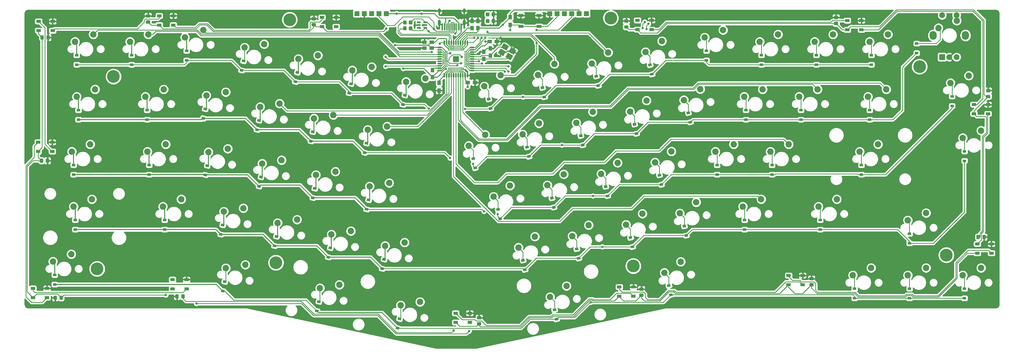
<source format=gbl>
G04 #@! TF.GenerationSoftware,KiCad,Pcbnew,(5.1.12)-1*
G04 #@! TF.CreationDate,2022-03-31T17:27:16+05:30*
G04 #@! TF.ProjectId,arisu,61726973-752e-46b6-9963-61645f706362,1.1*
G04 #@! TF.SameCoordinates,Original*
G04 #@! TF.FileFunction,Copper,L2,Bot*
G04 #@! TF.FilePolarity,Positive*
%FSLAX46Y46*%
G04 Gerber Fmt 4.6, Leading zero omitted, Abs format (unit mm)*
G04 Created by KiCad (PCBNEW (5.1.12)-1) date 2022-03-31 17:27:16*
%MOMM*%
%LPD*%
G01*
G04 APERTURE LIST*
G04 #@! TA.AperFunction,ComponentPad*
%ADD10C,1.200000*%
G04 #@! TD*
G04 #@! TA.AperFunction,SMDPad,CuDef*
%ADD11R,2.000000X2.000000*%
G04 #@! TD*
G04 #@! TA.AperFunction,SMDPad,CuDef*
%ADD12R,1.500000X1.000000*%
G04 #@! TD*
G04 #@! TA.AperFunction,ComponentPad*
%ADD13R,2.000000X2.000000*%
G04 #@! TD*
G04 #@! TA.AperFunction,ComponentPad*
%ADD14C,2.000000*%
G04 #@! TD*
G04 #@! TA.AperFunction,ComponentPad*
%ADD15O,2.500000X3.000000*%
G04 #@! TD*
G04 #@! TA.AperFunction,SMDPad,CuDef*
%ADD16R,0.300000X2.450000*%
G04 #@! TD*
G04 #@! TA.AperFunction,SMDPad,CuDef*
%ADD17R,0.600000X2.450000*%
G04 #@! TD*
G04 #@! TA.AperFunction,ComponentPad*
%ADD18O,1.000000X2.100000*%
G04 #@! TD*
G04 #@! TA.AperFunction,ComponentPad*
%ADD19O,1.000000X1.600000*%
G04 #@! TD*
G04 #@! TA.AperFunction,ComponentPad*
%ADD20C,2.200000*%
G04 #@! TD*
G04 #@! TA.AperFunction,ComponentPad*
%ADD21C,4.400000*%
G04 #@! TD*
G04 #@! TA.AperFunction,SMDPad,CuDef*
%ADD22R,1.250000X1.500000*%
G04 #@! TD*
G04 #@! TA.AperFunction,SMDPad,CuDef*
%ADD23R,1.500000X1.250000*%
G04 #@! TD*
G04 #@! TA.AperFunction,SMDPad,CuDef*
%ADD24R,1.200000X0.900000*%
G04 #@! TD*
G04 #@! TA.AperFunction,SMDPad,CuDef*
%ADD25C,0.100000*%
G04 #@! TD*
G04 #@! TA.AperFunction,ComponentPad*
%ADD26R,1.700000X1.700000*%
G04 #@! TD*
G04 #@! TA.AperFunction,SMDPad,CuDef*
%ADD27R,1.300000X1.500000*%
G04 #@! TD*
G04 #@! TA.AperFunction,SMDPad,CuDef*
%ADD28R,1.700000X1.000000*%
G04 #@! TD*
G04 #@! TA.AperFunction,ViaPad*
%ADD29C,0.800000*%
G04 #@! TD*
G04 #@! TA.AperFunction,Conductor*
%ADD30C,0.375000*%
G04 #@! TD*
G04 #@! TA.AperFunction,Conductor*
%ADD31C,0.250000*%
G04 #@! TD*
G04 #@! TA.AperFunction,Conductor*
%ADD32C,0.254000*%
G04 #@! TD*
G04 #@! TA.AperFunction,Conductor*
%ADD33C,0.100000*%
G04 #@! TD*
G04 APERTURE END LIST*
D10*
X175564800Y-42164000D03*
D11*
X175564800Y-42164000D03*
G04 #@! TA.AperFunction,SMDPad,CuDef*
G36*
G01*
X171752300Y-39539000D02*
X172702300Y-39539000D01*
G75*
G02*
X172764800Y-39601500I0J-62500D01*
G01*
X172764800Y-39726500D01*
G75*
G02*
X172702300Y-39789000I-62500J0D01*
G01*
X171752300Y-39789000D01*
G75*
G02*
X171689800Y-39726500I0J62500D01*
G01*
X171689800Y-39601500D01*
G75*
G02*
X171752300Y-39539000I62500J0D01*
G01*
G37*
G04 #@! TD.AperFunction*
G04 #@! TA.AperFunction,SMDPad,CuDef*
G36*
G01*
X171752300Y-40039000D02*
X172702300Y-40039000D01*
G75*
G02*
X172764800Y-40101500I0J-62500D01*
G01*
X172764800Y-40226500D01*
G75*
G02*
X172702300Y-40289000I-62500J0D01*
G01*
X171752300Y-40289000D01*
G75*
G02*
X171689800Y-40226500I0J62500D01*
G01*
X171689800Y-40101500D01*
G75*
G02*
X171752300Y-40039000I62500J0D01*
G01*
G37*
G04 #@! TD.AperFunction*
G04 #@! TA.AperFunction,SMDPad,CuDef*
G36*
G01*
X171752300Y-40539000D02*
X172702300Y-40539000D01*
G75*
G02*
X172764800Y-40601500I0J-62500D01*
G01*
X172764800Y-40726500D01*
G75*
G02*
X172702300Y-40789000I-62500J0D01*
G01*
X171752300Y-40789000D01*
G75*
G02*
X171689800Y-40726500I0J62500D01*
G01*
X171689800Y-40601500D01*
G75*
G02*
X171752300Y-40539000I62500J0D01*
G01*
G37*
G04 #@! TD.AperFunction*
G04 #@! TA.AperFunction,SMDPad,CuDef*
G36*
G01*
X171752300Y-41039000D02*
X172702300Y-41039000D01*
G75*
G02*
X172764800Y-41101500I0J-62500D01*
G01*
X172764800Y-41226500D01*
G75*
G02*
X172702300Y-41289000I-62500J0D01*
G01*
X171752300Y-41289000D01*
G75*
G02*
X171689800Y-41226500I0J62500D01*
G01*
X171689800Y-41101500D01*
G75*
G02*
X171752300Y-41039000I62500J0D01*
G01*
G37*
G04 #@! TD.AperFunction*
G04 #@! TA.AperFunction,SMDPad,CuDef*
G36*
G01*
X171752300Y-41539000D02*
X172702300Y-41539000D01*
G75*
G02*
X172764800Y-41601500I0J-62500D01*
G01*
X172764800Y-41726500D01*
G75*
G02*
X172702300Y-41789000I-62500J0D01*
G01*
X171752300Y-41789000D01*
G75*
G02*
X171689800Y-41726500I0J62500D01*
G01*
X171689800Y-41601500D01*
G75*
G02*
X171752300Y-41539000I62500J0D01*
G01*
G37*
G04 #@! TD.AperFunction*
G04 #@! TA.AperFunction,SMDPad,CuDef*
G36*
G01*
X171752300Y-42039000D02*
X172702300Y-42039000D01*
G75*
G02*
X172764800Y-42101500I0J-62500D01*
G01*
X172764800Y-42226500D01*
G75*
G02*
X172702300Y-42289000I-62500J0D01*
G01*
X171752300Y-42289000D01*
G75*
G02*
X171689800Y-42226500I0J62500D01*
G01*
X171689800Y-42101500D01*
G75*
G02*
X171752300Y-42039000I62500J0D01*
G01*
G37*
G04 #@! TD.AperFunction*
G04 #@! TA.AperFunction,SMDPad,CuDef*
G36*
G01*
X171752300Y-42539000D02*
X172702300Y-42539000D01*
G75*
G02*
X172764800Y-42601500I0J-62500D01*
G01*
X172764800Y-42726500D01*
G75*
G02*
X172702300Y-42789000I-62500J0D01*
G01*
X171752300Y-42789000D01*
G75*
G02*
X171689800Y-42726500I0J62500D01*
G01*
X171689800Y-42601500D01*
G75*
G02*
X171752300Y-42539000I62500J0D01*
G01*
G37*
G04 #@! TD.AperFunction*
G04 #@! TA.AperFunction,SMDPad,CuDef*
G36*
G01*
X171752300Y-43039000D02*
X172702300Y-43039000D01*
G75*
G02*
X172764800Y-43101500I0J-62500D01*
G01*
X172764800Y-43226500D01*
G75*
G02*
X172702300Y-43289000I-62500J0D01*
G01*
X171752300Y-43289000D01*
G75*
G02*
X171689800Y-43226500I0J62500D01*
G01*
X171689800Y-43101500D01*
G75*
G02*
X171752300Y-43039000I62500J0D01*
G01*
G37*
G04 #@! TD.AperFunction*
G04 #@! TA.AperFunction,SMDPad,CuDef*
G36*
G01*
X171752300Y-43539000D02*
X172702300Y-43539000D01*
G75*
G02*
X172764800Y-43601500I0J-62500D01*
G01*
X172764800Y-43726500D01*
G75*
G02*
X172702300Y-43789000I-62500J0D01*
G01*
X171752300Y-43789000D01*
G75*
G02*
X171689800Y-43726500I0J62500D01*
G01*
X171689800Y-43601500D01*
G75*
G02*
X171752300Y-43539000I62500J0D01*
G01*
G37*
G04 #@! TD.AperFunction*
G04 #@! TA.AperFunction,SMDPad,CuDef*
G36*
G01*
X171752300Y-44039000D02*
X172702300Y-44039000D01*
G75*
G02*
X172764800Y-44101500I0J-62500D01*
G01*
X172764800Y-44226500D01*
G75*
G02*
X172702300Y-44289000I-62500J0D01*
G01*
X171752300Y-44289000D01*
G75*
G02*
X171689800Y-44226500I0J62500D01*
G01*
X171689800Y-44101500D01*
G75*
G02*
X171752300Y-44039000I62500J0D01*
G01*
G37*
G04 #@! TD.AperFunction*
G04 #@! TA.AperFunction,SMDPad,CuDef*
G36*
G01*
X171752300Y-44539000D02*
X172702300Y-44539000D01*
G75*
G02*
X172764800Y-44601500I0J-62500D01*
G01*
X172764800Y-44726500D01*
G75*
G02*
X172702300Y-44789000I-62500J0D01*
G01*
X171752300Y-44789000D01*
G75*
G02*
X171689800Y-44726500I0J62500D01*
G01*
X171689800Y-44601500D01*
G75*
G02*
X171752300Y-44539000I62500J0D01*
G01*
G37*
G04 #@! TD.AperFunction*
G04 #@! TA.AperFunction,SMDPad,CuDef*
G36*
G01*
X173002300Y-44964000D02*
X173127300Y-44964000D01*
G75*
G02*
X173189800Y-45026500I0J-62500D01*
G01*
X173189800Y-45976500D01*
G75*
G02*
X173127300Y-46039000I-62500J0D01*
G01*
X173002300Y-46039000D01*
G75*
G02*
X172939800Y-45976500I0J62500D01*
G01*
X172939800Y-45026500D01*
G75*
G02*
X173002300Y-44964000I62500J0D01*
G01*
G37*
G04 #@! TD.AperFunction*
G04 #@! TA.AperFunction,SMDPad,CuDef*
G36*
G01*
X173502300Y-44964000D02*
X173627300Y-44964000D01*
G75*
G02*
X173689800Y-45026500I0J-62500D01*
G01*
X173689800Y-45976500D01*
G75*
G02*
X173627300Y-46039000I-62500J0D01*
G01*
X173502300Y-46039000D01*
G75*
G02*
X173439800Y-45976500I0J62500D01*
G01*
X173439800Y-45026500D01*
G75*
G02*
X173502300Y-44964000I62500J0D01*
G01*
G37*
G04 #@! TD.AperFunction*
G04 #@! TA.AperFunction,SMDPad,CuDef*
G36*
G01*
X174002300Y-44964000D02*
X174127300Y-44964000D01*
G75*
G02*
X174189800Y-45026500I0J-62500D01*
G01*
X174189800Y-45976500D01*
G75*
G02*
X174127300Y-46039000I-62500J0D01*
G01*
X174002300Y-46039000D01*
G75*
G02*
X173939800Y-45976500I0J62500D01*
G01*
X173939800Y-45026500D01*
G75*
G02*
X174002300Y-44964000I62500J0D01*
G01*
G37*
G04 #@! TD.AperFunction*
G04 #@! TA.AperFunction,SMDPad,CuDef*
G36*
G01*
X174502300Y-44964000D02*
X174627300Y-44964000D01*
G75*
G02*
X174689800Y-45026500I0J-62500D01*
G01*
X174689800Y-45976500D01*
G75*
G02*
X174627300Y-46039000I-62500J0D01*
G01*
X174502300Y-46039000D01*
G75*
G02*
X174439800Y-45976500I0J62500D01*
G01*
X174439800Y-45026500D01*
G75*
G02*
X174502300Y-44964000I62500J0D01*
G01*
G37*
G04 #@! TD.AperFunction*
G04 #@! TA.AperFunction,SMDPad,CuDef*
G36*
G01*
X175002300Y-44964000D02*
X175127300Y-44964000D01*
G75*
G02*
X175189800Y-45026500I0J-62500D01*
G01*
X175189800Y-45976500D01*
G75*
G02*
X175127300Y-46039000I-62500J0D01*
G01*
X175002300Y-46039000D01*
G75*
G02*
X174939800Y-45976500I0J62500D01*
G01*
X174939800Y-45026500D01*
G75*
G02*
X175002300Y-44964000I62500J0D01*
G01*
G37*
G04 #@! TD.AperFunction*
G04 #@! TA.AperFunction,SMDPad,CuDef*
G36*
G01*
X175502300Y-44964000D02*
X175627300Y-44964000D01*
G75*
G02*
X175689800Y-45026500I0J-62500D01*
G01*
X175689800Y-45976500D01*
G75*
G02*
X175627300Y-46039000I-62500J0D01*
G01*
X175502300Y-46039000D01*
G75*
G02*
X175439800Y-45976500I0J62500D01*
G01*
X175439800Y-45026500D01*
G75*
G02*
X175502300Y-44964000I62500J0D01*
G01*
G37*
G04 #@! TD.AperFunction*
G04 #@! TA.AperFunction,SMDPad,CuDef*
G36*
G01*
X176002300Y-44964000D02*
X176127300Y-44964000D01*
G75*
G02*
X176189800Y-45026500I0J-62500D01*
G01*
X176189800Y-45976500D01*
G75*
G02*
X176127300Y-46039000I-62500J0D01*
G01*
X176002300Y-46039000D01*
G75*
G02*
X175939800Y-45976500I0J62500D01*
G01*
X175939800Y-45026500D01*
G75*
G02*
X176002300Y-44964000I62500J0D01*
G01*
G37*
G04 #@! TD.AperFunction*
G04 #@! TA.AperFunction,SMDPad,CuDef*
G36*
G01*
X176502300Y-44964000D02*
X176627300Y-44964000D01*
G75*
G02*
X176689800Y-45026500I0J-62500D01*
G01*
X176689800Y-45976500D01*
G75*
G02*
X176627300Y-46039000I-62500J0D01*
G01*
X176502300Y-46039000D01*
G75*
G02*
X176439800Y-45976500I0J62500D01*
G01*
X176439800Y-45026500D01*
G75*
G02*
X176502300Y-44964000I62500J0D01*
G01*
G37*
G04 #@! TD.AperFunction*
G04 #@! TA.AperFunction,SMDPad,CuDef*
G36*
G01*
X177002300Y-44964000D02*
X177127300Y-44964000D01*
G75*
G02*
X177189800Y-45026500I0J-62500D01*
G01*
X177189800Y-45976500D01*
G75*
G02*
X177127300Y-46039000I-62500J0D01*
G01*
X177002300Y-46039000D01*
G75*
G02*
X176939800Y-45976500I0J62500D01*
G01*
X176939800Y-45026500D01*
G75*
G02*
X177002300Y-44964000I62500J0D01*
G01*
G37*
G04 #@! TD.AperFunction*
G04 #@! TA.AperFunction,SMDPad,CuDef*
G36*
G01*
X177502300Y-44964000D02*
X177627300Y-44964000D01*
G75*
G02*
X177689800Y-45026500I0J-62500D01*
G01*
X177689800Y-45976500D01*
G75*
G02*
X177627300Y-46039000I-62500J0D01*
G01*
X177502300Y-46039000D01*
G75*
G02*
X177439800Y-45976500I0J62500D01*
G01*
X177439800Y-45026500D01*
G75*
G02*
X177502300Y-44964000I62500J0D01*
G01*
G37*
G04 #@! TD.AperFunction*
G04 #@! TA.AperFunction,SMDPad,CuDef*
G36*
G01*
X178002300Y-44964000D02*
X178127300Y-44964000D01*
G75*
G02*
X178189800Y-45026500I0J-62500D01*
G01*
X178189800Y-45976500D01*
G75*
G02*
X178127300Y-46039000I-62500J0D01*
G01*
X178002300Y-46039000D01*
G75*
G02*
X177939800Y-45976500I0J62500D01*
G01*
X177939800Y-45026500D01*
G75*
G02*
X178002300Y-44964000I62500J0D01*
G01*
G37*
G04 #@! TD.AperFunction*
G04 #@! TA.AperFunction,SMDPad,CuDef*
G36*
G01*
X178427300Y-44539000D02*
X179377300Y-44539000D01*
G75*
G02*
X179439800Y-44601500I0J-62500D01*
G01*
X179439800Y-44726500D01*
G75*
G02*
X179377300Y-44789000I-62500J0D01*
G01*
X178427300Y-44789000D01*
G75*
G02*
X178364800Y-44726500I0J62500D01*
G01*
X178364800Y-44601500D01*
G75*
G02*
X178427300Y-44539000I62500J0D01*
G01*
G37*
G04 #@! TD.AperFunction*
G04 #@! TA.AperFunction,SMDPad,CuDef*
G36*
G01*
X178427300Y-44039000D02*
X179377300Y-44039000D01*
G75*
G02*
X179439800Y-44101500I0J-62500D01*
G01*
X179439800Y-44226500D01*
G75*
G02*
X179377300Y-44289000I-62500J0D01*
G01*
X178427300Y-44289000D01*
G75*
G02*
X178364800Y-44226500I0J62500D01*
G01*
X178364800Y-44101500D01*
G75*
G02*
X178427300Y-44039000I62500J0D01*
G01*
G37*
G04 #@! TD.AperFunction*
G04 #@! TA.AperFunction,SMDPad,CuDef*
G36*
G01*
X178427300Y-43539000D02*
X179377300Y-43539000D01*
G75*
G02*
X179439800Y-43601500I0J-62500D01*
G01*
X179439800Y-43726500D01*
G75*
G02*
X179377300Y-43789000I-62500J0D01*
G01*
X178427300Y-43789000D01*
G75*
G02*
X178364800Y-43726500I0J62500D01*
G01*
X178364800Y-43601500D01*
G75*
G02*
X178427300Y-43539000I62500J0D01*
G01*
G37*
G04 #@! TD.AperFunction*
G04 #@! TA.AperFunction,SMDPad,CuDef*
G36*
G01*
X178427300Y-43039000D02*
X179377300Y-43039000D01*
G75*
G02*
X179439800Y-43101500I0J-62500D01*
G01*
X179439800Y-43226500D01*
G75*
G02*
X179377300Y-43289000I-62500J0D01*
G01*
X178427300Y-43289000D01*
G75*
G02*
X178364800Y-43226500I0J62500D01*
G01*
X178364800Y-43101500D01*
G75*
G02*
X178427300Y-43039000I62500J0D01*
G01*
G37*
G04 #@! TD.AperFunction*
G04 #@! TA.AperFunction,SMDPad,CuDef*
G36*
G01*
X178427300Y-42539000D02*
X179377300Y-42539000D01*
G75*
G02*
X179439800Y-42601500I0J-62500D01*
G01*
X179439800Y-42726500D01*
G75*
G02*
X179377300Y-42789000I-62500J0D01*
G01*
X178427300Y-42789000D01*
G75*
G02*
X178364800Y-42726500I0J62500D01*
G01*
X178364800Y-42601500D01*
G75*
G02*
X178427300Y-42539000I62500J0D01*
G01*
G37*
G04 #@! TD.AperFunction*
G04 #@! TA.AperFunction,SMDPad,CuDef*
G36*
G01*
X178427300Y-42039000D02*
X179377300Y-42039000D01*
G75*
G02*
X179439800Y-42101500I0J-62500D01*
G01*
X179439800Y-42226500D01*
G75*
G02*
X179377300Y-42289000I-62500J0D01*
G01*
X178427300Y-42289000D01*
G75*
G02*
X178364800Y-42226500I0J62500D01*
G01*
X178364800Y-42101500D01*
G75*
G02*
X178427300Y-42039000I62500J0D01*
G01*
G37*
G04 #@! TD.AperFunction*
G04 #@! TA.AperFunction,SMDPad,CuDef*
G36*
G01*
X178427300Y-41539000D02*
X179377300Y-41539000D01*
G75*
G02*
X179439800Y-41601500I0J-62500D01*
G01*
X179439800Y-41726500D01*
G75*
G02*
X179377300Y-41789000I-62500J0D01*
G01*
X178427300Y-41789000D01*
G75*
G02*
X178364800Y-41726500I0J62500D01*
G01*
X178364800Y-41601500D01*
G75*
G02*
X178427300Y-41539000I62500J0D01*
G01*
G37*
G04 #@! TD.AperFunction*
G04 #@! TA.AperFunction,SMDPad,CuDef*
G36*
G01*
X178427300Y-41039000D02*
X179377300Y-41039000D01*
G75*
G02*
X179439800Y-41101500I0J-62500D01*
G01*
X179439800Y-41226500D01*
G75*
G02*
X179377300Y-41289000I-62500J0D01*
G01*
X178427300Y-41289000D01*
G75*
G02*
X178364800Y-41226500I0J62500D01*
G01*
X178364800Y-41101500D01*
G75*
G02*
X178427300Y-41039000I62500J0D01*
G01*
G37*
G04 #@! TD.AperFunction*
G04 #@! TA.AperFunction,SMDPad,CuDef*
G36*
G01*
X178427300Y-40539000D02*
X179377300Y-40539000D01*
G75*
G02*
X179439800Y-40601500I0J-62500D01*
G01*
X179439800Y-40726500D01*
G75*
G02*
X179377300Y-40789000I-62500J0D01*
G01*
X178427300Y-40789000D01*
G75*
G02*
X178364800Y-40726500I0J62500D01*
G01*
X178364800Y-40601500D01*
G75*
G02*
X178427300Y-40539000I62500J0D01*
G01*
G37*
G04 #@! TD.AperFunction*
G04 #@! TA.AperFunction,SMDPad,CuDef*
G36*
G01*
X178427300Y-40039000D02*
X179377300Y-40039000D01*
G75*
G02*
X179439800Y-40101500I0J-62500D01*
G01*
X179439800Y-40226500D01*
G75*
G02*
X179377300Y-40289000I-62500J0D01*
G01*
X178427300Y-40289000D01*
G75*
G02*
X178364800Y-40226500I0J62500D01*
G01*
X178364800Y-40101500D01*
G75*
G02*
X178427300Y-40039000I62500J0D01*
G01*
G37*
G04 #@! TD.AperFunction*
G04 #@! TA.AperFunction,SMDPad,CuDef*
G36*
G01*
X178427300Y-39539000D02*
X179377300Y-39539000D01*
G75*
G02*
X179439800Y-39601500I0J-62500D01*
G01*
X179439800Y-39726500D01*
G75*
G02*
X179377300Y-39789000I-62500J0D01*
G01*
X178427300Y-39789000D01*
G75*
G02*
X178364800Y-39726500I0J62500D01*
G01*
X178364800Y-39601500D01*
G75*
G02*
X178427300Y-39539000I62500J0D01*
G01*
G37*
G04 #@! TD.AperFunction*
G04 #@! TA.AperFunction,SMDPad,CuDef*
G36*
G01*
X178002300Y-38289000D02*
X178127300Y-38289000D01*
G75*
G02*
X178189800Y-38351500I0J-62500D01*
G01*
X178189800Y-39301500D01*
G75*
G02*
X178127300Y-39364000I-62500J0D01*
G01*
X178002300Y-39364000D01*
G75*
G02*
X177939800Y-39301500I0J62500D01*
G01*
X177939800Y-38351500D01*
G75*
G02*
X178002300Y-38289000I62500J0D01*
G01*
G37*
G04 #@! TD.AperFunction*
G04 #@! TA.AperFunction,SMDPad,CuDef*
G36*
G01*
X177502300Y-38289000D02*
X177627300Y-38289000D01*
G75*
G02*
X177689800Y-38351500I0J-62500D01*
G01*
X177689800Y-39301500D01*
G75*
G02*
X177627300Y-39364000I-62500J0D01*
G01*
X177502300Y-39364000D01*
G75*
G02*
X177439800Y-39301500I0J62500D01*
G01*
X177439800Y-38351500D01*
G75*
G02*
X177502300Y-38289000I62500J0D01*
G01*
G37*
G04 #@! TD.AperFunction*
G04 #@! TA.AperFunction,SMDPad,CuDef*
G36*
G01*
X177002300Y-38289000D02*
X177127300Y-38289000D01*
G75*
G02*
X177189800Y-38351500I0J-62500D01*
G01*
X177189800Y-39301500D01*
G75*
G02*
X177127300Y-39364000I-62500J0D01*
G01*
X177002300Y-39364000D01*
G75*
G02*
X176939800Y-39301500I0J62500D01*
G01*
X176939800Y-38351500D01*
G75*
G02*
X177002300Y-38289000I62500J0D01*
G01*
G37*
G04 #@! TD.AperFunction*
G04 #@! TA.AperFunction,SMDPad,CuDef*
G36*
G01*
X176502300Y-38289000D02*
X176627300Y-38289000D01*
G75*
G02*
X176689800Y-38351500I0J-62500D01*
G01*
X176689800Y-39301500D01*
G75*
G02*
X176627300Y-39364000I-62500J0D01*
G01*
X176502300Y-39364000D01*
G75*
G02*
X176439800Y-39301500I0J62500D01*
G01*
X176439800Y-38351500D01*
G75*
G02*
X176502300Y-38289000I62500J0D01*
G01*
G37*
G04 #@! TD.AperFunction*
G04 #@! TA.AperFunction,SMDPad,CuDef*
G36*
G01*
X176002300Y-38289000D02*
X176127300Y-38289000D01*
G75*
G02*
X176189800Y-38351500I0J-62500D01*
G01*
X176189800Y-39301500D01*
G75*
G02*
X176127300Y-39364000I-62500J0D01*
G01*
X176002300Y-39364000D01*
G75*
G02*
X175939800Y-39301500I0J62500D01*
G01*
X175939800Y-38351500D01*
G75*
G02*
X176002300Y-38289000I62500J0D01*
G01*
G37*
G04 #@! TD.AperFunction*
G04 #@! TA.AperFunction,SMDPad,CuDef*
G36*
G01*
X175502300Y-38289000D02*
X175627300Y-38289000D01*
G75*
G02*
X175689800Y-38351500I0J-62500D01*
G01*
X175689800Y-39301500D01*
G75*
G02*
X175627300Y-39364000I-62500J0D01*
G01*
X175502300Y-39364000D01*
G75*
G02*
X175439800Y-39301500I0J62500D01*
G01*
X175439800Y-38351500D01*
G75*
G02*
X175502300Y-38289000I62500J0D01*
G01*
G37*
G04 #@! TD.AperFunction*
G04 #@! TA.AperFunction,SMDPad,CuDef*
G36*
G01*
X175002300Y-38289000D02*
X175127300Y-38289000D01*
G75*
G02*
X175189800Y-38351500I0J-62500D01*
G01*
X175189800Y-39301500D01*
G75*
G02*
X175127300Y-39364000I-62500J0D01*
G01*
X175002300Y-39364000D01*
G75*
G02*
X174939800Y-39301500I0J62500D01*
G01*
X174939800Y-38351500D01*
G75*
G02*
X175002300Y-38289000I62500J0D01*
G01*
G37*
G04 #@! TD.AperFunction*
G04 #@! TA.AperFunction,SMDPad,CuDef*
G36*
G01*
X174502300Y-38289000D02*
X174627300Y-38289000D01*
G75*
G02*
X174689800Y-38351500I0J-62500D01*
G01*
X174689800Y-39301500D01*
G75*
G02*
X174627300Y-39364000I-62500J0D01*
G01*
X174502300Y-39364000D01*
G75*
G02*
X174439800Y-39301500I0J62500D01*
G01*
X174439800Y-38351500D01*
G75*
G02*
X174502300Y-38289000I62500J0D01*
G01*
G37*
G04 #@! TD.AperFunction*
G04 #@! TA.AperFunction,SMDPad,CuDef*
G36*
G01*
X174002300Y-38289000D02*
X174127300Y-38289000D01*
G75*
G02*
X174189800Y-38351500I0J-62500D01*
G01*
X174189800Y-39301500D01*
G75*
G02*
X174127300Y-39364000I-62500J0D01*
G01*
X174002300Y-39364000D01*
G75*
G02*
X173939800Y-39301500I0J62500D01*
G01*
X173939800Y-38351500D01*
G75*
G02*
X174002300Y-38289000I62500J0D01*
G01*
G37*
G04 #@! TD.AperFunction*
G04 #@! TA.AperFunction,SMDPad,CuDef*
G36*
G01*
X173502300Y-38289000D02*
X173627300Y-38289000D01*
G75*
G02*
X173689800Y-38351500I0J-62500D01*
G01*
X173689800Y-39301500D01*
G75*
G02*
X173627300Y-39364000I-62500J0D01*
G01*
X173502300Y-39364000D01*
G75*
G02*
X173439800Y-39301500I0J62500D01*
G01*
X173439800Y-38351500D01*
G75*
G02*
X173502300Y-38289000I62500J0D01*
G01*
G37*
G04 #@! TD.AperFunction*
G04 #@! TA.AperFunction,SMDPad,CuDef*
G36*
G01*
X173002300Y-38289000D02*
X173127300Y-38289000D01*
G75*
G02*
X173189800Y-38351500I0J-62500D01*
G01*
X173189800Y-39301500D01*
G75*
G02*
X173127300Y-39364000I-62500J0D01*
G01*
X173002300Y-39364000D01*
G75*
G02*
X172939800Y-39301500I0J62500D01*
G01*
X172939800Y-38351500D01*
G75*
G02*
X173002300Y-38289000I62500J0D01*
G01*
G37*
G04 #@! TD.AperFunction*
G04 #@! TA.AperFunction,SMDPad,CuDef*
G36*
G01*
X169251500Y-37889000D02*
X170451500Y-37889000D01*
G75*
G02*
X170589000Y-38026500I0J-137500D01*
G01*
X170589000Y-38301500D01*
G75*
G02*
X170451500Y-38439000I-137500J0D01*
G01*
X169251500Y-38439000D01*
G75*
G02*
X169114000Y-38301500I0J137500D01*
G01*
X169114000Y-38026500D01*
G75*
G02*
X169251500Y-37889000I137500J0D01*
G01*
G37*
G04 #@! TD.AperFunction*
G04 #@! TA.AperFunction,SMDPad,CuDef*
G36*
G01*
X169251500Y-38689000D02*
X170451500Y-38689000D01*
G75*
G02*
X170589000Y-38826500I0J-137500D01*
G01*
X170589000Y-39101500D01*
G75*
G02*
X170451500Y-39239000I-137500J0D01*
G01*
X169251500Y-39239000D01*
G75*
G02*
X169114000Y-39101500I0J137500D01*
G01*
X169114000Y-38826500D01*
G75*
G02*
X169251500Y-38689000I137500J0D01*
G01*
G37*
G04 #@! TD.AperFunction*
G04 #@! TA.AperFunction,SMDPad,CuDef*
G36*
G01*
X169251500Y-39489000D02*
X170451500Y-39489000D01*
G75*
G02*
X170589000Y-39626500I0J-137500D01*
G01*
X170589000Y-39901500D01*
G75*
G02*
X170451500Y-40039000I-137500J0D01*
G01*
X169251500Y-40039000D01*
G75*
G02*
X169114000Y-39901500I0J137500D01*
G01*
X169114000Y-39626500D01*
G75*
G02*
X169251500Y-39489000I137500J0D01*
G01*
G37*
G04 #@! TD.AperFunction*
G04 #@! TA.AperFunction,SMDPad,CuDef*
G36*
G01*
X169251500Y-40289000D02*
X170451500Y-40289000D01*
G75*
G02*
X170589000Y-40426500I0J-137500D01*
G01*
X170589000Y-40701500D01*
G75*
G02*
X170451500Y-40839000I-137500J0D01*
G01*
X169251500Y-40839000D01*
G75*
G02*
X169114000Y-40701500I0J137500D01*
G01*
X169114000Y-40426500D01*
G75*
G02*
X169251500Y-40289000I137500J0D01*
G01*
G37*
G04 #@! TD.AperFunction*
G04 #@! TA.AperFunction,SMDPad,CuDef*
G36*
G01*
X169251500Y-41089000D02*
X170451500Y-41089000D01*
G75*
G02*
X170589000Y-41226500I0J-137500D01*
G01*
X170589000Y-41501500D01*
G75*
G02*
X170451500Y-41639000I-137500J0D01*
G01*
X169251500Y-41639000D01*
G75*
G02*
X169114000Y-41501500I0J137500D01*
G01*
X169114000Y-41226500D01*
G75*
G02*
X169251500Y-41089000I137500J0D01*
G01*
G37*
G04 #@! TD.AperFunction*
G04 #@! TA.AperFunction,SMDPad,CuDef*
G36*
G01*
X169251500Y-41889000D02*
X170451500Y-41889000D01*
G75*
G02*
X170589000Y-42026500I0J-137500D01*
G01*
X170589000Y-42301500D01*
G75*
G02*
X170451500Y-42439000I-137500J0D01*
G01*
X169251500Y-42439000D01*
G75*
G02*
X169114000Y-42301500I0J137500D01*
G01*
X169114000Y-42026500D01*
G75*
G02*
X169251500Y-41889000I137500J0D01*
G01*
G37*
G04 #@! TD.AperFunction*
G04 #@! TA.AperFunction,SMDPad,CuDef*
G36*
G01*
X169251500Y-42689000D02*
X170451500Y-42689000D01*
G75*
G02*
X170589000Y-42826500I0J-137500D01*
G01*
X170589000Y-43101500D01*
G75*
G02*
X170451500Y-43239000I-137500J0D01*
G01*
X169251500Y-43239000D01*
G75*
G02*
X169114000Y-43101500I0J137500D01*
G01*
X169114000Y-42826500D01*
G75*
G02*
X169251500Y-42689000I137500J0D01*
G01*
G37*
G04 #@! TD.AperFunction*
G04 #@! TA.AperFunction,SMDPad,CuDef*
G36*
G01*
X169251500Y-43489000D02*
X170451500Y-43489000D01*
G75*
G02*
X170589000Y-43626500I0J-137500D01*
G01*
X170589000Y-43901500D01*
G75*
G02*
X170451500Y-44039000I-137500J0D01*
G01*
X169251500Y-44039000D01*
G75*
G02*
X169114000Y-43901500I0J137500D01*
G01*
X169114000Y-43626500D01*
G75*
G02*
X169251500Y-43489000I137500J0D01*
G01*
G37*
G04 #@! TD.AperFunction*
G04 #@! TA.AperFunction,SMDPad,CuDef*
G36*
G01*
X169251500Y-44289000D02*
X170451500Y-44289000D01*
G75*
G02*
X170589000Y-44426500I0J-137500D01*
G01*
X170589000Y-44701500D01*
G75*
G02*
X170451500Y-44839000I-137500J0D01*
G01*
X169251500Y-44839000D01*
G75*
G02*
X169114000Y-44701500I0J137500D01*
G01*
X169114000Y-44426500D01*
G75*
G02*
X169251500Y-44289000I137500J0D01*
G01*
G37*
G04 #@! TD.AperFunction*
G04 #@! TA.AperFunction,SMDPad,CuDef*
G36*
G01*
X169251500Y-45089000D02*
X170451500Y-45089000D01*
G75*
G02*
X170589000Y-45226500I0J-137500D01*
G01*
X170589000Y-45501500D01*
G75*
G02*
X170451500Y-45639000I-137500J0D01*
G01*
X169251500Y-45639000D01*
G75*
G02*
X169114000Y-45501500I0J137500D01*
G01*
X169114000Y-45226500D01*
G75*
G02*
X169251500Y-45089000I137500J0D01*
G01*
G37*
G04 #@! TD.AperFunction*
G04 #@! TA.AperFunction,SMDPad,CuDef*
G36*
G01*
X169251500Y-45889000D02*
X170451500Y-45889000D01*
G75*
G02*
X170589000Y-46026500I0J-137500D01*
G01*
X170589000Y-46301500D01*
G75*
G02*
X170451500Y-46439000I-137500J0D01*
G01*
X169251500Y-46439000D01*
G75*
G02*
X169114000Y-46301500I0J137500D01*
G01*
X169114000Y-46026500D01*
G75*
G02*
X169251500Y-45889000I137500J0D01*
G01*
G37*
G04 #@! TD.AperFunction*
G04 #@! TA.AperFunction,SMDPad,CuDef*
G36*
G01*
X171376500Y-47089000D02*
X171651500Y-47089000D01*
G75*
G02*
X171789000Y-47226500I0J-137500D01*
G01*
X171789000Y-48426500D01*
G75*
G02*
X171651500Y-48564000I-137500J0D01*
G01*
X171376500Y-48564000D01*
G75*
G02*
X171239000Y-48426500I0J137500D01*
G01*
X171239000Y-47226500D01*
G75*
G02*
X171376500Y-47089000I137500J0D01*
G01*
G37*
G04 #@! TD.AperFunction*
G04 #@! TA.AperFunction,SMDPad,CuDef*
G36*
G01*
X172176500Y-47089000D02*
X172451500Y-47089000D01*
G75*
G02*
X172589000Y-47226500I0J-137500D01*
G01*
X172589000Y-48426500D01*
G75*
G02*
X172451500Y-48564000I-137500J0D01*
G01*
X172176500Y-48564000D01*
G75*
G02*
X172039000Y-48426500I0J137500D01*
G01*
X172039000Y-47226500D01*
G75*
G02*
X172176500Y-47089000I137500J0D01*
G01*
G37*
G04 #@! TD.AperFunction*
G04 #@! TA.AperFunction,SMDPad,CuDef*
G36*
G01*
X172976500Y-47089000D02*
X173251500Y-47089000D01*
G75*
G02*
X173389000Y-47226500I0J-137500D01*
G01*
X173389000Y-48426500D01*
G75*
G02*
X173251500Y-48564000I-137500J0D01*
G01*
X172976500Y-48564000D01*
G75*
G02*
X172839000Y-48426500I0J137500D01*
G01*
X172839000Y-47226500D01*
G75*
G02*
X172976500Y-47089000I137500J0D01*
G01*
G37*
G04 #@! TD.AperFunction*
G04 #@! TA.AperFunction,SMDPad,CuDef*
G36*
G01*
X173776500Y-47089000D02*
X174051500Y-47089000D01*
G75*
G02*
X174189000Y-47226500I0J-137500D01*
G01*
X174189000Y-48426500D01*
G75*
G02*
X174051500Y-48564000I-137500J0D01*
G01*
X173776500Y-48564000D01*
G75*
G02*
X173639000Y-48426500I0J137500D01*
G01*
X173639000Y-47226500D01*
G75*
G02*
X173776500Y-47089000I137500J0D01*
G01*
G37*
G04 #@! TD.AperFunction*
G04 #@! TA.AperFunction,SMDPad,CuDef*
G36*
G01*
X174576500Y-47089000D02*
X174851500Y-47089000D01*
G75*
G02*
X174989000Y-47226500I0J-137500D01*
G01*
X174989000Y-48426500D01*
G75*
G02*
X174851500Y-48564000I-137500J0D01*
G01*
X174576500Y-48564000D01*
G75*
G02*
X174439000Y-48426500I0J137500D01*
G01*
X174439000Y-47226500D01*
G75*
G02*
X174576500Y-47089000I137500J0D01*
G01*
G37*
G04 #@! TD.AperFunction*
G04 #@! TA.AperFunction,SMDPad,CuDef*
G36*
G01*
X175376500Y-47089000D02*
X175651500Y-47089000D01*
G75*
G02*
X175789000Y-47226500I0J-137500D01*
G01*
X175789000Y-48426500D01*
G75*
G02*
X175651500Y-48564000I-137500J0D01*
G01*
X175376500Y-48564000D01*
G75*
G02*
X175239000Y-48426500I0J137500D01*
G01*
X175239000Y-47226500D01*
G75*
G02*
X175376500Y-47089000I137500J0D01*
G01*
G37*
G04 #@! TD.AperFunction*
G04 #@! TA.AperFunction,SMDPad,CuDef*
G36*
G01*
X176176500Y-47089000D02*
X176451500Y-47089000D01*
G75*
G02*
X176589000Y-47226500I0J-137500D01*
G01*
X176589000Y-48426500D01*
G75*
G02*
X176451500Y-48564000I-137500J0D01*
G01*
X176176500Y-48564000D01*
G75*
G02*
X176039000Y-48426500I0J137500D01*
G01*
X176039000Y-47226500D01*
G75*
G02*
X176176500Y-47089000I137500J0D01*
G01*
G37*
G04 #@! TD.AperFunction*
G04 #@! TA.AperFunction,SMDPad,CuDef*
G36*
G01*
X176976500Y-47089000D02*
X177251500Y-47089000D01*
G75*
G02*
X177389000Y-47226500I0J-137500D01*
G01*
X177389000Y-48426500D01*
G75*
G02*
X177251500Y-48564000I-137500J0D01*
G01*
X176976500Y-48564000D01*
G75*
G02*
X176839000Y-48426500I0J137500D01*
G01*
X176839000Y-47226500D01*
G75*
G02*
X176976500Y-47089000I137500J0D01*
G01*
G37*
G04 #@! TD.AperFunction*
G04 #@! TA.AperFunction,SMDPad,CuDef*
G36*
G01*
X177776500Y-47089000D02*
X178051500Y-47089000D01*
G75*
G02*
X178189000Y-47226500I0J-137500D01*
G01*
X178189000Y-48426500D01*
G75*
G02*
X178051500Y-48564000I-137500J0D01*
G01*
X177776500Y-48564000D01*
G75*
G02*
X177639000Y-48426500I0J137500D01*
G01*
X177639000Y-47226500D01*
G75*
G02*
X177776500Y-47089000I137500J0D01*
G01*
G37*
G04 #@! TD.AperFunction*
G04 #@! TA.AperFunction,SMDPad,CuDef*
G36*
G01*
X178576500Y-47089000D02*
X178851500Y-47089000D01*
G75*
G02*
X178989000Y-47226500I0J-137500D01*
G01*
X178989000Y-48426500D01*
G75*
G02*
X178851500Y-48564000I-137500J0D01*
G01*
X178576500Y-48564000D01*
G75*
G02*
X178439000Y-48426500I0J137500D01*
G01*
X178439000Y-47226500D01*
G75*
G02*
X178576500Y-47089000I137500J0D01*
G01*
G37*
G04 #@! TD.AperFunction*
G04 #@! TA.AperFunction,SMDPad,CuDef*
G36*
G01*
X179376500Y-47089000D02*
X179651500Y-47089000D01*
G75*
G02*
X179789000Y-47226500I0J-137500D01*
G01*
X179789000Y-48426500D01*
G75*
G02*
X179651500Y-48564000I-137500J0D01*
G01*
X179376500Y-48564000D01*
G75*
G02*
X179239000Y-48426500I0J137500D01*
G01*
X179239000Y-47226500D01*
G75*
G02*
X179376500Y-47089000I137500J0D01*
G01*
G37*
G04 #@! TD.AperFunction*
G04 #@! TA.AperFunction,SMDPad,CuDef*
G36*
G01*
X180576500Y-45889000D02*
X181776500Y-45889000D01*
G75*
G02*
X181914000Y-46026500I0J-137500D01*
G01*
X181914000Y-46301500D01*
G75*
G02*
X181776500Y-46439000I-137500J0D01*
G01*
X180576500Y-46439000D01*
G75*
G02*
X180439000Y-46301500I0J137500D01*
G01*
X180439000Y-46026500D01*
G75*
G02*
X180576500Y-45889000I137500J0D01*
G01*
G37*
G04 #@! TD.AperFunction*
G04 #@! TA.AperFunction,SMDPad,CuDef*
G36*
G01*
X180576500Y-45089000D02*
X181776500Y-45089000D01*
G75*
G02*
X181914000Y-45226500I0J-137500D01*
G01*
X181914000Y-45501500D01*
G75*
G02*
X181776500Y-45639000I-137500J0D01*
G01*
X180576500Y-45639000D01*
G75*
G02*
X180439000Y-45501500I0J137500D01*
G01*
X180439000Y-45226500D01*
G75*
G02*
X180576500Y-45089000I137500J0D01*
G01*
G37*
G04 #@! TD.AperFunction*
G04 #@! TA.AperFunction,SMDPad,CuDef*
G36*
G01*
X180576500Y-44289000D02*
X181776500Y-44289000D01*
G75*
G02*
X181914000Y-44426500I0J-137500D01*
G01*
X181914000Y-44701500D01*
G75*
G02*
X181776500Y-44839000I-137500J0D01*
G01*
X180576500Y-44839000D01*
G75*
G02*
X180439000Y-44701500I0J137500D01*
G01*
X180439000Y-44426500D01*
G75*
G02*
X180576500Y-44289000I137500J0D01*
G01*
G37*
G04 #@! TD.AperFunction*
G04 #@! TA.AperFunction,SMDPad,CuDef*
G36*
G01*
X180576500Y-43489000D02*
X181776500Y-43489000D01*
G75*
G02*
X181914000Y-43626500I0J-137500D01*
G01*
X181914000Y-43901500D01*
G75*
G02*
X181776500Y-44039000I-137500J0D01*
G01*
X180576500Y-44039000D01*
G75*
G02*
X180439000Y-43901500I0J137500D01*
G01*
X180439000Y-43626500D01*
G75*
G02*
X180576500Y-43489000I137500J0D01*
G01*
G37*
G04 #@! TD.AperFunction*
G04 #@! TA.AperFunction,SMDPad,CuDef*
G36*
G01*
X180576500Y-42689000D02*
X181776500Y-42689000D01*
G75*
G02*
X181914000Y-42826500I0J-137500D01*
G01*
X181914000Y-43101500D01*
G75*
G02*
X181776500Y-43239000I-137500J0D01*
G01*
X180576500Y-43239000D01*
G75*
G02*
X180439000Y-43101500I0J137500D01*
G01*
X180439000Y-42826500D01*
G75*
G02*
X180576500Y-42689000I137500J0D01*
G01*
G37*
G04 #@! TD.AperFunction*
G04 #@! TA.AperFunction,SMDPad,CuDef*
G36*
G01*
X180576500Y-41889000D02*
X181776500Y-41889000D01*
G75*
G02*
X181914000Y-42026500I0J-137500D01*
G01*
X181914000Y-42301500D01*
G75*
G02*
X181776500Y-42439000I-137500J0D01*
G01*
X180576500Y-42439000D01*
G75*
G02*
X180439000Y-42301500I0J137500D01*
G01*
X180439000Y-42026500D01*
G75*
G02*
X180576500Y-41889000I137500J0D01*
G01*
G37*
G04 #@! TD.AperFunction*
G04 #@! TA.AperFunction,SMDPad,CuDef*
G36*
G01*
X180576500Y-41089000D02*
X181776500Y-41089000D01*
G75*
G02*
X181914000Y-41226500I0J-137500D01*
G01*
X181914000Y-41501500D01*
G75*
G02*
X181776500Y-41639000I-137500J0D01*
G01*
X180576500Y-41639000D01*
G75*
G02*
X180439000Y-41501500I0J137500D01*
G01*
X180439000Y-41226500D01*
G75*
G02*
X180576500Y-41089000I137500J0D01*
G01*
G37*
G04 #@! TD.AperFunction*
G04 #@! TA.AperFunction,SMDPad,CuDef*
G36*
G01*
X180576500Y-40289000D02*
X181776500Y-40289000D01*
G75*
G02*
X181914000Y-40426500I0J-137500D01*
G01*
X181914000Y-40701500D01*
G75*
G02*
X181776500Y-40839000I-137500J0D01*
G01*
X180576500Y-40839000D01*
G75*
G02*
X180439000Y-40701500I0J137500D01*
G01*
X180439000Y-40426500D01*
G75*
G02*
X180576500Y-40289000I137500J0D01*
G01*
G37*
G04 #@! TD.AperFunction*
G04 #@! TA.AperFunction,SMDPad,CuDef*
G36*
G01*
X180576500Y-39489000D02*
X181776500Y-39489000D01*
G75*
G02*
X181914000Y-39626500I0J-137500D01*
G01*
X181914000Y-39901500D01*
G75*
G02*
X181776500Y-40039000I-137500J0D01*
G01*
X180576500Y-40039000D01*
G75*
G02*
X180439000Y-39901500I0J137500D01*
G01*
X180439000Y-39626500D01*
G75*
G02*
X180576500Y-39489000I137500J0D01*
G01*
G37*
G04 #@! TD.AperFunction*
G04 #@! TA.AperFunction,SMDPad,CuDef*
G36*
G01*
X180576500Y-38689000D02*
X181776500Y-38689000D01*
G75*
G02*
X181914000Y-38826500I0J-137500D01*
G01*
X181914000Y-39101500D01*
G75*
G02*
X181776500Y-39239000I-137500J0D01*
G01*
X180576500Y-39239000D01*
G75*
G02*
X180439000Y-39101500I0J137500D01*
G01*
X180439000Y-38826500D01*
G75*
G02*
X180576500Y-38689000I137500J0D01*
G01*
G37*
G04 #@! TD.AperFunction*
G04 #@! TA.AperFunction,SMDPad,CuDef*
G36*
G01*
X180576500Y-37889000D02*
X181776500Y-37889000D01*
G75*
G02*
X181914000Y-38026500I0J-137500D01*
G01*
X181914000Y-38301500D01*
G75*
G02*
X181776500Y-38439000I-137500J0D01*
G01*
X180576500Y-38439000D01*
G75*
G02*
X180439000Y-38301500I0J137500D01*
G01*
X180439000Y-38026500D01*
G75*
G02*
X180576500Y-37889000I137500J0D01*
G01*
G37*
G04 #@! TD.AperFunction*
G04 #@! TA.AperFunction,SMDPad,CuDef*
G36*
G01*
X179376500Y-35764000D02*
X179651500Y-35764000D01*
G75*
G02*
X179789000Y-35901500I0J-137500D01*
G01*
X179789000Y-37101500D01*
G75*
G02*
X179651500Y-37239000I-137500J0D01*
G01*
X179376500Y-37239000D01*
G75*
G02*
X179239000Y-37101500I0J137500D01*
G01*
X179239000Y-35901500D01*
G75*
G02*
X179376500Y-35764000I137500J0D01*
G01*
G37*
G04 #@! TD.AperFunction*
G04 #@! TA.AperFunction,SMDPad,CuDef*
G36*
G01*
X178576500Y-35764000D02*
X178851500Y-35764000D01*
G75*
G02*
X178989000Y-35901500I0J-137500D01*
G01*
X178989000Y-37101500D01*
G75*
G02*
X178851500Y-37239000I-137500J0D01*
G01*
X178576500Y-37239000D01*
G75*
G02*
X178439000Y-37101500I0J137500D01*
G01*
X178439000Y-35901500D01*
G75*
G02*
X178576500Y-35764000I137500J0D01*
G01*
G37*
G04 #@! TD.AperFunction*
G04 #@! TA.AperFunction,SMDPad,CuDef*
G36*
G01*
X177776500Y-35764000D02*
X178051500Y-35764000D01*
G75*
G02*
X178189000Y-35901500I0J-137500D01*
G01*
X178189000Y-37101500D01*
G75*
G02*
X178051500Y-37239000I-137500J0D01*
G01*
X177776500Y-37239000D01*
G75*
G02*
X177639000Y-37101500I0J137500D01*
G01*
X177639000Y-35901500D01*
G75*
G02*
X177776500Y-35764000I137500J0D01*
G01*
G37*
G04 #@! TD.AperFunction*
G04 #@! TA.AperFunction,SMDPad,CuDef*
G36*
G01*
X176976500Y-35764000D02*
X177251500Y-35764000D01*
G75*
G02*
X177389000Y-35901500I0J-137500D01*
G01*
X177389000Y-37101500D01*
G75*
G02*
X177251500Y-37239000I-137500J0D01*
G01*
X176976500Y-37239000D01*
G75*
G02*
X176839000Y-37101500I0J137500D01*
G01*
X176839000Y-35901500D01*
G75*
G02*
X176976500Y-35764000I137500J0D01*
G01*
G37*
G04 #@! TD.AperFunction*
G04 #@! TA.AperFunction,SMDPad,CuDef*
G36*
G01*
X176176500Y-35764000D02*
X176451500Y-35764000D01*
G75*
G02*
X176589000Y-35901500I0J-137500D01*
G01*
X176589000Y-37101500D01*
G75*
G02*
X176451500Y-37239000I-137500J0D01*
G01*
X176176500Y-37239000D01*
G75*
G02*
X176039000Y-37101500I0J137500D01*
G01*
X176039000Y-35901500D01*
G75*
G02*
X176176500Y-35764000I137500J0D01*
G01*
G37*
G04 #@! TD.AperFunction*
G04 #@! TA.AperFunction,SMDPad,CuDef*
G36*
G01*
X175376500Y-35764000D02*
X175651500Y-35764000D01*
G75*
G02*
X175789000Y-35901500I0J-137500D01*
G01*
X175789000Y-37101500D01*
G75*
G02*
X175651500Y-37239000I-137500J0D01*
G01*
X175376500Y-37239000D01*
G75*
G02*
X175239000Y-37101500I0J137500D01*
G01*
X175239000Y-35901500D01*
G75*
G02*
X175376500Y-35764000I137500J0D01*
G01*
G37*
G04 #@! TD.AperFunction*
G04 #@! TA.AperFunction,SMDPad,CuDef*
G36*
G01*
X174576500Y-35764000D02*
X174851500Y-35764000D01*
G75*
G02*
X174989000Y-35901500I0J-137500D01*
G01*
X174989000Y-37101500D01*
G75*
G02*
X174851500Y-37239000I-137500J0D01*
G01*
X174576500Y-37239000D01*
G75*
G02*
X174439000Y-37101500I0J137500D01*
G01*
X174439000Y-35901500D01*
G75*
G02*
X174576500Y-35764000I137500J0D01*
G01*
G37*
G04 #@! TD.AperFunction*
G04 #@! TA.AperFunction,SMDPad,CuDef*
G36*
G01*
X173776500Y-35764000D02*
X174051500Y-35764000D01*
G75*
G02*
X174189000Y-35901500I0J-137500D01*
G01*
X174189000Y-37101500D01*
G75*
G02*
X174051500Y-37239000I-137500J0D01*
G01*
X173776500Y-37239000D01*
G75*
G02*
X173639000Y-37101500I0J137500D01*
G01*
X173639000Y-35901500D01*
G75*
G02*
X173776500Y-35764000I137500J0D01*
G01*
G37*
G04 #@! TD.AperFunction*
G04 #@! TA.AperFunction,SMDPad,CuDef*
G36*
G01*
X172976500Y-35764000D02*
X173251500Y-35764000D01*
G75*
G02*
X173389000Y-35901500I0J-137500D01*
G01*
X173389000Y-37101500D01*
G75*
G02*
X173251500Y-37239000I-137500J0D01*
G01*
X172976500Y-37239000D01*
G75*
G02*
X172839000Y-37101500I0J137500D01*
G01*
X172839000Y-35901500D01*
G75*
G02*
X172976500Y-35764000I137500J0D01*
G01*
G37*
G04 #@! TD.AperFunction*
G04 #@! TA.AperFunction,SMDPad,CuDef*
G36*
G01*
X172176500Y-35764000D02*
X172451500Y-35764000D01*
G75*
G02*
X172589000Y-35901500I0J-137500D01*
G01*
X172589000Y-37101500D01*
G75*
G02*
X172451500Y-37239000I-137500J0D01*
G01*
X172176500Y-37239000D01*
G75*
G02*
X172039000Y-37101500I0J137500D01*
G01*
X172039000Y-35901500D01*
G75*
G02*
X172176500Y-35764000I137500J0D01*
G01*
G37*
G04 #@! TD.AperFunction*
G04 #@! TA.AperFunction,SMDPad,CuDef*
G36*
G01*
X171376500Y-35764000D02*
X171651500Y-35764000D01*
G75*
G02*
X171789000Y-35901500I0J-137500D01*
G01*
X171789000Y-37101500D01*
G75*
G02*
X171651500Y-37239000I-137500J0D01*
G01*
X171376500Y-37239000D01*
G75*
G02*
X171239000Y-37101500I0J137500D01*
G01*
X171239000Y-35901500D01*
G75*
G02*
X171376500Y-35764000I137500J0D01*
G01*
G37*
G04 #@! TD.AperFunction*
D12*
X129111000Y-30935400D03*
X129111000Y-27735400D03*
X134011000Y-30935400D03*
X134011000Y-27735400D03*
G04 #@! TA.AperFunction,SMDPad,CuDef*
G36*
G01*
X125788400Y-29685400D02*
X126738400Y-29685400D01*
G75*
G02*
X126988400Y-29935400I0J-250000D01*
G01*
X126988400Y-30610400D01*
G75*
G02*
X126738400Y-30860400I-250000J0D01*
G01*
X125788400Y-30860400D01*
G75*
G02*
X125538400Y-30610400I0J250000D01*
G01*
X125538400Y-29935400D01*
G75*
G02*
X125788400Y-29685400I250000J0D01*
G01*
G37*
G04 #@! TD.AperFunction*
G04 #@! TA.AperFunction,SMDPad,CuDef*
G36*
G01*
X125788400Y-27610400D02*
X126738400Y-27610400D01*
G75*
G02*
X126988400Y-27860400I0J-250000D01*
G01*
X126988400Y-28535400D01*
G75*
G02*
X126738400Y-28785400I-250000J0D01*
G01*
X125788400Y-28785400D01*
G75*
G02*
X125538400Y-28535400I0J250000D01*
G01*
X125538400Y-27860400D01*
G75*
G02*
X125788400Y-27610400I250000J0D01*
G01*
G37*
G04 #@! TD.AperFunction*
X30747800Y-74218600D03*
X30747800Y-71018600D03*
X35647800Y-74218600D03*
X35647800Y-71018600D03*
X311138400Y-32029200D03*
X311138400Y-28829200D03*
X316038400Y-32029200D03*
X316038400Y-28829200D03*
X232119000Y-124409000D03*
X232119000Y-121209000D03*
X237019000Y-124409000D03*
X237019000Y-121209000D03*
X30900200Y-32308600D03*
X30900200Y-29108600D03*
X35800200Y-32308600D03*
X35800200Y-29108600D03*
X355004200Y-61163000D03*
X355004200Y-57963000D03*
X359904200Y-61163000D03*
X359904200Y-57963000D03*
X175426200Y-133502200D03*
X175426200Y-130302200D03*
X180326200Y-133502200D03*
X180326200Y-130302200D03*
X72708600Y-30403600D03*
X72708600Y-27203600D03*
X77608600Y-30403600D03*
X77608600Y-27203600D03*
X356198000Y-109473800D03*
X356198000Y-106273800D03*
X361098000Y-109473800D03*
X361098000Y-106273800D03*
X77306000Y-121843600D03*
X77306000Y-118643600D03*
X82206000Y-121843600D03*
X82206000Y-118643600D03*
X290793000Y-120421200D03*
X290793000Y-117221200D03*
X295693000Y-120421200D03*
X295693000Y-117221200D03*
X28944400Y-124891600D03*
X28944400Y-121691600D03*
X33844400Y-124891600D03*
X33844400Y-121691600D03*
X238418200Y-31953000D03*
X238418200Y-28753000D03*
X243318200Y-31953000D03*
X243318200Y-28753000D03*
G04 #@! TA.AperFunction,SMDPad,CuDef*
G36*
G01*
X306788800Y-29257500D02*
X307738800Y-29257500D01*
G75*
G02*
X307988800Y-29507500I0J-250000D01*
G01*
X307988800Y-30182500D01*
G75*
G02*
X307738800Y-30432500I-250000J0D01*
G01*
X306788800Y-30432500D01*
G75*
G02*
X306538800Y-30182500I0J250000D01*
G01*
X306538800Y-29507500D01*
G75*
G02*
X306788800Y-29257500I250000J0D01*
G01*
G37*
G04 #@! TD.AperFunction*
G04 #@! TA.AperFunction,SMDPad,CuDef*
G36*
G01*
X306788800Y-27182500D02*
X307738800Y-27182500D01*
G75*
G02*
X307988800Y-27432500I0J-250000D01*
G01*
X307988800Y-28107500D01*
G75*
G02*
X307738800Y-28357500I-250000J0D01*
G01*
X306788800Y-28357500D01*
G75*
G02*
X306538800Y-28107500I0J250000D01*
G01*
X306538800Y-27432500D01*
G75*
G02*
X306788800Y-27182500I250000J0D01*
G01*
G37*
G04 #@! TD.AperFunction*
G04 #@! TA.AperFunction,SMDPad,CuDef*
G36*
G01*
X32722400Y-34221400D02*
X32722400Y-35171400D01*
G75*
G02*
X32472400Y-35421400I-250000J0D01*
G01*
X31797400Y-35421400D01*
G75*
G02*
X31547400Y-35171400I0J250000D01*
G01*
X31547400Y-34221400D01*
G75*
G02*
X31797400Y-33971400I250000J0D01*
G01*
X32472400Y-33971400D01*
G75*
G02*
X32722400Y-34221400I0J-250000D01*
G01*
G37*
G04 #@! TD.AperFunction*
G04 #@! TA.AperFunction,SMDPad,CuDef*
G36*
G01*
X34797400Y-34221400D02*
X34797400Y-35171400D01*
G75*
G02*
X34547400Y-35421400I-250000J0D01*
G01*
X33872400Y-35421400D01*
G75*
G02*
X33622400Y-35171400I0J250000D01*
G01*
X33622400Y-34221400D01*
G75*
G02*
X33872400Y-33971400I250000J0D01*
G01*
X34547400Y-33971400D01*
G75*
G02*
X34797400Y-34221400I0J-250000D01*
G01*
G37*
G04 #@! TD.AperFunction*
G04 #@! TA.AperFunction,SMDPad,CuDef*
G36*
G01*
X234094000Y-30472800D02*
X235044000Y-30472800D01*
G75*
G02*
X235294000Y-30722800I0J-250000D01*
G01*
X235294000Y-31397800D01*
G75*
G02*
X235044000Y-31647800I-250000J0D01*
G01*
X234094000Y-31647800D01*
G75*
G02*
X233844000Y-31397800I0J250000D01*
G01*
X233844000Y-30722800D01*
G75*
G02*
X234094000Y-30472800I250000J0D01*
G01*
G37*
G04 #@! TD.AperFunction*
G04 #@! TA.AperFunction,SMDPad,CuDef*
G36*
G01*
X234094000Y-28397800D02*
X235044000Y-28397800D01*
G75*
G02*
X235294000Y-28647800I0J-250000D01*
G01*
X235294000Y-29322800D01*
G75*
G02*
X235044000Y-29572800I-250000J0D01*
G01*
X234094000Y-29572800D01*
G75*
G02*
X233844000Y-29322800I0J250000D01*
G01*
X233844000Y-28647800D01*
G75*
G02*
X234094000Y-28397800I250000J0D01*
G01*
G37*
G04 #@! TD.AperFunction*
G04 #@! TA.AperFunction,SMDPad,CuDef*
G36*
G01*
X239326400Y-123462200D02*
X240276400Y-123462200D01*
G75*
G02*
X240526400Y-123712200I0J-250000D01*
G01*
X240526400Y-124387200D01*
G75*
G02*
X240276400Y-124637200I-250000J0D01*
G01*
X239326400Y-124637200D01*
G75*
G02*
X239076400Y-124387200I0J250000D01*
G01*
X239076400Y-123712200D01*
G75*
G02*
X239326400Y-123462200I250000J0D01*
G01*
G37*
G04 #@! TD.AperFunction*
G04 #@! TA.AperFunction,SMDPad,CuDef*
G36*
G01*
X239326400Y-121387200D02*
X240276400Y-121387200D01*
G75*
G02*
X240526400Y-121637200I0J-250000D01*
G01*
X240526400Y-122312200D01*
G75*
G02*
X240276400Y-122562200I-250000J0D01*
G01*
X239326400Y-122562200D01*
G75*
G02*
X239076400Y-122312200I0J250000D01*
G01*
X239076400Y-121637200D01*
G75*
G02*
X239326400Y-121387200I250000J0D01*
G01*
G37*
G04 #@! TD.AperFunction*
G04 #@! TA.AperFunction,SMDPad,CuDef*
G36*
G01*
X359519200Y-54602800D02*
X360469200Y-54602800D01*
G75*
G02*
X360719200Y-54852800I0J-250000D01*
G01*
X360719200Y-55527800D01*
G75*
G02*
X360469200Y-55777800I-250000J0D01*
G01*
X359519200Y-55777800D01*
G75*
G02*
X359269200Y-55527800I0J250000D01*
G01*
X359269200Y-54852800D01*
G75*
G02*
X359519200Y-54602800I250000J0D01*
G01*
G37*
G04 #@! TD.AperFunction*
G04 #@! TA.AperFunction,SMDPad,CuDef*
G36*
G01*
X359519200Y-52527800D02*
X360469200Y-52527800D01*
G75*
G02*
X360719200Y-52777800I0J-250000D01*
G01*
X360719200Y-53452800D01*
G75*
G02*
X360469200Y-53702800I-250000J0D01*
G01*
X359519200Y-53702800D01*
G75*
G02*
X359269200Y-53452800I0J250000D01*
G01*
X359269200Y-52777800D01*
G75*
G02*
X359519200Y-52527800I250000J0D01*
G01*
G37*
G04 #@! TD.AperFunction*
G04 #@! TA.AperFunction,SMDPad,CuDef*
G36*
G01*
X183090800Y-133368200D02*
X184040800Y-133368200D01*
G75*
G02*
X184290800Y-133618200I0J-250000D01*
G01*
X184290800Y-134293200D01*
G75*
G02*
X184040800Y-134543200I-250000J0D01*
G01*
X183090800Y-134543200D01*
G75*
G02*
X182840800Y-134293200I0J250000D01*
G01*
X182840800Y-133618200D01*
G75*
G02*
X183090800Y-133368200I250000J0D01*
G01*
G37*
G04 #@! TD.AperFunction*
G04 #@! TA.AperFunction,SMDPad,CuDef*
G36*
G01*
X183090800Y-131293200D02*
X184040800Y-131293200D01*
G75*
G02*
X184290800Y-131543200I0J-250000D01*
G01*
X184290800Y-132218200D01*
G75*
G02*
X184040800Y-132468200I-250000J0D01*
G01*
X183090800Y-132468200D01*
G75*
G02*
X182840800Y-132218200I0J250000D01*
G01*
X182840800Y-131543200D01*
G75*
G02*
X183090800Y-131293200I250000J0D01*
G01*
G37*
G04 #@! TD.AperFunction*
G04 #@! TA.AperFunction,SMDPad,CuDef*
G36*
G01*
X38169000Y-125417600D02*
X38169000Y-124467600D01*
G75*
G02*
X38419000Y-124217600I250000J0D01*
G01*
X39094000Y-124217600D01*
G75*
G02*
X39344000Y-124467600I0J-250000D01*
G01*
X39344000Y-125417600D01*
G75*
G02*
X39094000Y-125667600I-250000J0D01*
G01*
X38419000Y-125667600D01*
G75*
G02*
X38169000Y-125417600I0J250000D01*
G01*
G37*
G04 #@! TD.AperFunction*
G04 #@! TA.AperFunction,SMDPad,CuDef*
G36*
G01*
X36094000Y-125417600D02*
X36094000Y-124467600D01*
G75*
G02*
X36344000Y-124217600I250000J0D01*
G01*
X37019000Y-124217600D01*
G75*
G02*
X37269000Y-124467600I0J-250000D01*
G01*
X37269000Y-125417600D01*
G75*
G02*
X37019000Y-125667600I-250000J0D01*
G01*
X36344000Y-125667600D01*
G75*
G02*
X36094000Y-125417600I0J250000D01*
G01*
G37*
G04 #@! TD.AperFunction*
G04 #@! TA.AperFunction,SMDPad,CuDef*
G36*
G01*
X357080400Y-103411000D02*
X357080400Y-104361000D01*
G75*
G02*
X356830400Y-104611000I-250000J0D01*
G01*
X356155400Y-104611000D01*
G75*
G02*
X355905400Y-104361000I0J250000D01*
G01*
X355905400Y-103411000D01*
G75*
G02*
X356155400Y-103161000I250000J0D01*
G01*
X356830400Y-103161000D01*
G75*
G02*
X357080400Y-103411000I0J-250000D01*
G01*
G37*
G04 #@! TD.AperFunction*
G04 #@! TA.AperFunction,SMDPad,CuDef*
G36*
G01*
X359155400Y-103411000D02*
X359155400Y-104361000D01*
G75*
G02*
X358905400Y-104611000I-250000J0D01*
G01*
X358230400Y-104611000D01*
G75*
G02*
X357980400Y-104361000I0J250000D01*
G01*
X357980400Y-103411000D01*
G75*
G02*
X358230400Y-103161000I250000J0D01*
G01*
X358905400Y-103161000D01*
G75*
G02*
X359155400Y-103411000I0J-250000D01*
G01*
G37*
G04 #@! TD.AperFunction*
G04 #@! TA.AperFunction,SMDPad,CuDef*
G36*
G01*
X298279800Y-119804600D02*
X299229800Y-119804600D01*
G75*
G02*
X299479800Y-120054600I0J-250000D01*
G01*
X299479800Y-120729600D01*
G75*
G02*
X299229800Y-120979600I-250000J0D01*
G01*
X298279800Y-120979600D01*
G75*
G02*
X298029800Y-120729600I0J250000D01*
G01*
X298029800Y-120054600D01*
G75*
G02*
X298279800Y-119804600I250000J0D01*
G01*
G37*
G04 #@! TD.AperFunction*
G04 #@! TA.AperFunction,SMDPad,CuDef*
G36*
G01*
X298279800Y-117729600D02*
X299229800Y-117729600D01*
G75*
G02*
X299479800Y-117979600I0J-250000D01*
G01*
X299479800Y-118654600D01*
G75*
G02*
X299229800Y-118904600I-250000J0D01*
G01*
X298279800Y-118904600D01*
G75*
G02*
X298029800Y-118654600I0J250000D01*
G01*
X298029800Y-117979600D01*
G75*
G02*
X298279800Y-117729600I250000J0D01*
G01*
G37*
G04 #@! TD.AperFunction*
G04 #@! TA.AperFunction,SMDPad,CuDef*
G36*
G01*
X32519200Y-76944200D02*
X32519200Y-77894200D01*
G75*
G02*
X32269200Y-78144200I-250000J0D01*
G01*
X31594200Y-78144200D01*
G75*
G02*
X31344200Y-77894200I0J250000D01*
G01*
X31344200Y-76944200D01*
G75*
G02*
X31594200Y-76694200I250000J0D01*
G01*
X32269200Y-76694200D01*
G75*
G02*
X32519200Y-76944200I0J-250000D01*
G01*
G37*
G04 #@! TD.AperFunction*
G04 #@! TA.AperFunction,SMDPad,CuDef*
G36*
G01*
X34594200Y-76944200D02*
X34594200Y-77894200D01*
G75*
G02*
X34344200Y-78144200I-250000J0D01*
G01*
X33669200Y-78144200D01*
G75*
G02*
X33419200Y-77894200I0J250000D01*
G01*
X33419200Y-76944200D01*
G75*
G02*
X33669200Y-76694200I250000J0D01*
G01*
X34344200Y-76694200D01*
G75*
G02*
X34594200Y-76944200I0J-250000D01*
G01*
G37*
G04 #@! TD.AperFunction*
G04 #@! TA.AperFunction,SMDPad,CuDef*
G36*
G01*
X80358400Y-124960400D02*
X80358400Y-124010400D01*
G75*
G02*
X80608400Y-123760400I250000J0D01*
G01*
X81283400Y-123760400D01*
G75*
G02*
X81533400Y-124010400I0J-250000D01*
G01*
X81533400Y-124960400D01*
G75*
G02*
X81283400Y-125210400I-250000J0D01*
G01*
X80608400Y-125210400D01*
G75*
G02*
X80358400Y-124960400I0J250000D01*
G01*
G37*
G04 #@! TD.AperFunction*
G04 #@! TA.AperFunction,SMDPad,CuDef*
G36*
G01*
X78283400Y-124960400D02*
X78283400Y-124010400D01*
G75*
G02*
X78533400Y-123760400I250000J0D01*
G01*
X79208400Y-123760400D01*
G75*
G02*
X79458400Y-124010400I0J-250000D01*
G01*
X79458400Y-124960400D01*
G75*
G02*
X79208400Y-125210400I-250000J0D01*
G01*
X78533400Y-125210400D01*
G75*
G02*
X78283400Y-124960400I0J250000D01*
G01*
G37*
G04 #@! TD.AperFunction*
G04 #@! TA.AperFunction,SMDPad,CuDef*
G36*
G01*
X68384400Y-28745600D02*
X69334400Y-28745600D01*
G75*
G02*
X69584400Y-28995600I0J-250000D01*
G01*
X69584400Y-29670600D01*
G75*
G02*
X69334400Y-29920600I-250000J0D01*
G01*
X68384400Y-29920600D01*
G75*
G02*
X68134400Y-29670600I0J250000D01*
G01*
X68134400Y-28995600D01*
G75*
G02*
X68384400Y-28745600I250000J0D01*
G01*
G37*
G04 #@! TD.AperFunction*
G04 #@! TA.AperFunction,SMDPad,CuDef*
G36*
G01*
X68384400Y-26670600D02*
X69334400Y-26670600D01*
G75*
G02*
X69584400Y-26920600I0J-250000D01*
G01*
X69584400Y-27595600D01*
G75*
G02*
X69334400Y-27845600I-250000J0D01*
G01*
X68384400Y-27845600D01*
G75*
G02*
X68134400Y-27595600I0J250000D01*
G01*
X68134400Y-26920600D01*
G75*
G02*
X68384400Y-26670600I250000J0D01*
G01*
G37*
G04 #@! TD.AperFunction*
D13*
X344006800Y-41489200D03*
D14*
X346506800Y-41489200D03*
X349006800Y-41489200D03*
D15*
X340906800Y-33989200D03*
X352106800Y-33989200D03*
D14*
X344006800Y-26989200D03*
X349006800Y-26989200D03*
D16*
X175821280Y-31029600D03*
X175321280Y-31029600D03*
X174821280Y-31029600D03*
X174321280Y-31029600D03*
X172321280Y-31029600D03*
X172821280Y-31029600D03*
X173321280Y-31029600D03*
D17*
X176521280Y-31029600D03*
X177321280Y-31029600D03*
D18*
X169751280Y-29614600D03*
D19*
X169751280Y-25434600D03*
X178391280Y-25434600D03*
D18*
X178391280Y-29614600D03*
D17*
X170821280Y-31029600D03*
X171621280Y-31029600D03*
D16*
X173821280Y-31029600D03*
G04 #@! TA.AperFunction,SMDPad,CuDef*
G36*
G01*
X164254200Y-31503800D02*
X164254200Y-31203800D01*
G75*
G02*
X164404200Y-31053800I150000J0D01*
G01*
X165429200Y-31053800D01*
G75*
G02*
X165579200Y-31203800I0J-150000D01*
G01*
X165579200Y-31503800D01*
G75*
G02*
X165429200Y-31653800I-150000J0D01*
G01*
X164404200Y-31653800D01*
G75*
G02*
X164254200Y-31503800I0J150000D01*
G01*
G37*
G04 #@! TD.AperFunction*
G04 #@! TA.AperFunction,SMDPad,CuDef*
G36*
G01*
X164254200Y-30553800D02*
X164254200Y-30253800D01*
G75*
G02*
X164404200Y-30103800I150000J0D01*
G01*
X165429200Y-30103800D01*
G75*
G02*
X165579200Y-30253800I0J-150000D01*
G01*
X165579200Y-30553800D01*
G75*
G02*
X165429200Y-30703800I-150000J0D01*
G01*
X164404200Y-30703800D01*
G75*
G02*
X164254200Y-30553800I0J150000D01*
G01*
G37*
G04 #@! TD.AperFunction*
G04 #@! TA.AperFunction,SMDPad,CuDef*
G36*
G01*
X164254200Y-29603800D02*
X164254200Y-29303800D01*
G75*
G02*
X164404200Y-29153800I150000J0D01*
G01*
X165429200Y-29153800D01*
G75*
G02*
X165579200Y-29303800I0J-150000D01*
G01*
X165579200Y-29603800D01*
G75*
G02*
X165429200Y-29753800I-150000J0D01*
G01*
X164404200Y-29753800D01*
G75*
G02*
X164254200Y-29603800I0J150000D01*
G01*
G37*
G04 #@! TD.AperFunction*
G04 #@! TA.AperFunction,SMDPad,CuDef*
G36*
G01*
X161979200Y-29603800D02*
X161979200Y-29303800D01*
G75*
G02*
X162129200Y-29153800I150000J0D01*
G01*
X163154200Y-29153800D01*
G75*
G02*
X163304200Y-29303800I0J-150000D01*
G01*
X163304200Y-29603800D01*
G75*
G02*
X163154200Y-29753800I-150000J0D01*
G01*
X162129200Y-29753800D01*
G75*
G02*
X161979200Y-29603800I0J150000D01*
G01*
G37*
G04 #@! TD.AperFunction*
G04 #@! TA.AperFunction,SMDPad,CuDef*
G36*
G01*
X161979200Y-30553800D02*
X161979200Y-30253800D01*
G75*
G02*
X162129200Y-30103800I150000J0D01*
G01*
X163154200Y-30103800D01*
G75*
G02*
X163304200Y-30253800I0J-150000D01*
G01*
X163304200Y-30553800D01*
G75*
G02*
X163154200Y-30703800I-150000J0D01*
G01*
X162129200Y-30703800D01*
G75*
G02*
X161979200Y-30553800I0J150000D01*
G01*
G37*
G04 #@! TD.AperFunction*
G04 #@! TA.AperFunction,SMDPad,CuDef*
G36*
G01*
X161979200Y-31503800D02*
X161979200Y-31203800D01*
G75*
G02*
X162129200Y-31053800I150000J0D01*
G01*
X163154200Y-31053800D01*
G75*
G02*
X163304200Y-31203800I0J-150000D01*
G01*
X163304200Y-31503800D01*
G75*
G02*
X163154200Y-31653800I-150000J0D01*
G01*
X162129200Y-31653800D01*
G75*
G02*
X161979200Y-31503800I0J150000D01*
G01*
G37*
G04 #@! TD.AperFunction*
G04 #@! TA.AperFunction,SMDPad,CuDef*
G36*
G01*
X159226200Y-29964801D02*
X159226200Y-29064799D01*
G75*
G02*
X159476199Y-28814800I249999J0D01*
G01*
X160176201Y-28814800D01*
G75*
G02*
X160426200Y-29064799I0J-249999D01*
G01*
X160426200Y-29964801D01*
G75*
G02*
X160176201Y-30214800I-249999J0D01*
G01*
X159476199Y-30214800D01*
G75*
G02*
X159226200Y-29964801I0J249999D01*
G01*
G37*
G04 #@! TD.AperFunction*
G04 #@! TA.AperFunction,SMDPad,CuDef*
G36*
G01*
X157226200Y-29964801D02*
X157226200Y-29064799D01*
G75*
G02*
X157476199Y-28814800I249999J0D01*
G01*
X158176201Y-28814800D01*
G75*
G02*
X158426200Y-29064799I0J-249999D01*
G01*
X158426200Y-29964801D01*
G75*
G02*
X158176201Y-30214800I-249999J0D01*
G01*
X157476199Y-30214800D01*
G75*
G02*
X157226200Y-29964801I0J249999D01*
G01*
G37*
G04 #@! TD.AperFunction*
G04 #@! TA.AperFunction,SMDPad,CuDef*
G36*
G01*
X187102600Y-28556799D02*
X187102600Y-29456801D01*
G75*
G02*
X186852601Y-29706800I-249999J0D01*
G01*
X186152599Y-29706800D01*
G75*
G02*
X185902600Y-29456801I0J249999D01*
G01*
X185902600Y-28556799D01*
G75*
G02*
X186152599Y-28306800I249999J0D01*
G01*
X186852601Y-28306800D01*
G75*
G02*
X187102600Y-28556799I0J-249999D01*
G01*
G37*
G04 #@! TD.AperFunction*
G04 #@! TA.AperFunction,SMDPad,CuDef*
G36*
G01*
X189102600Y-28556799D02*
X189102600Y-29456801D01*
G75*
G02*
X188852601Y-29706800I-249999J0D01*
G01*
X188152599Y-29706800D01*
G75*
G02*
X187902600Y-29456801I0J249999D01*
G01*
X187902600Y-28556799D01*
G75*
G02*
X188152599Y-28306800I249999J0D01*
G01*
X188852601Y-28306800D01*
G75*
G02*
X189102600Y-28556799I0J-249999D01*
G01*
G37*
G04 #@! TD.AperFunction*
G04 #@! TA.AperFunction,SMDPad,CuDef*
G36*
G01*
X187102800Y-26245399D02*
X187102800Y-27145401D01*
G75*
G02*
X186852801Y-27395400I-249999J0D01*
G01*
X186152799Y-27395400D01*
G75*
G02*
X185902800Y-27145401I0J249999D01*
G01*
X185902800Y-26245399D01*
G75*
G02*
X186152799Y-25995400I249999J0D01*
G01*
X186852801Y-25995400D01*
G75*
G02*
X187102800Y-26245399I0J-249999D01*
G01*
G37*
G04 #@! TD.AperFunction*
G04 #@! TA.AperFunction,SMDPad,CuDef*
G36*
G01*
X189102800Y-26245399D02*
X189102800Y-27145401D01*
G75*
G02*
X188852801Y-27395400I-249999J0D01*
G01*
X188152799Y-27395400D01*
G75*
G02*
X187902800Y-27145401I0J249999D01*
G01*
X187902800Y-26245399D01*
G75*
G02*
X188152799Y-25995400I249999J0D01*
G01*
X188852801Y-25995400D01*
G75*
G02*
X189102800Y-26245399I0J-249999D01*
G01*
G37*
G04 #@! TD.AperFunction*
G04 #@! TA.AperFunction,SMDPad,CuDef*
G36*
G01*
X159226200Y-31996801D02*
X159226200Y-31096799D01*
G75*
G02*
X159476199Y-30846800I249999J0D01*
G01*
X160176201Y-30846800D01*
G75*
G02*
X160426200Y-31096799I0J-249999D01*
G01*
X160426200Y-31996801D01*
G75*
G02*
X160176201Y-32246800I-249999J0D01*
G01*
X159476199Y-32246800D01*
G75*
G02*
X159226200Y-31996801I0J249999D01*
G01*
G37*
G04 #@! TD.AperFunction*
G04 #@! TA.AperFunction,SMDPad,CuDef*
G36*
G01*
X157226200Y-31996801D02*
X157226200Y-31096799D01*
G75*
G02*
X157476199Y-30846800I249999J0D01*
G01*
X158176201Y-30846800D01*
G75*
G02*
X158426200Y-31096799I0J-249999D01*
G01*
X158426200Y-31996801D01*
G75*
G02*
X158176201Y-32246800I-249999J0D01*
G01*
X157476199Y-32246800D01*
G75*
G02*
X157226200Y-31996801I0J249999D01*
G01*
G37*
G04 #@! TD.AperFunction*
D20*
X315446250Y-74280000D03*
X321796250Y-71740000D03*
X208164428Y-124679187D03*
X213847569Y-120874453D03*
X128414142Y-121610303D03*
X135153475Y-120446047D03*
X43033750Y-93330000D03*
X49383750Y-90790000D03*
X42446250Y-74280000D03*
X48796250Y-71740000D03*
X301158769Y-93329998D03*
X307508769Y-90789998D03*
X44130000Y-55230000D03*
X50480000Y-52690000D03*
X35900000Y-112380000D03*
X42250000Y-109840000D03*
X95805151Y-114679051D03*
X102544484Y-113514795D03*
X247761064Y-116262674D03*
X253444205Y-112457940D03*
X318320000Y-55230000D03*
X324670000Y-52690000D03*
X49880000Y-33640000D03*
X43530000Y-36180000D03*
X68930000Y-33640000D03*
X62580000Y-36180000D03*
X74290000Y-52690000D03*
X67940000Y-55230000D03*
X74990000Y-71740000D03*
X68640000Y-74280000D03*
X80340000Y-90790000D03*
X73990000Y-93330000D03*
X87980000Y-32139615D03*
X81630000Y-34679615D03*
X95793034Y-53652945D03*
X89053701Y-54817200D03*
X96490701Y-73276838D03*
X89751368Y-74441093D03*
X101846783Y-93890907D03*
X95107450Y-95055162D03*
X109070692Y-36999602D03*
X102331359Y-38163857D03*
X114426744Y-57613671D03*
X107687411Y-58777926D03*
X115124411Y-77237565D03*
X108385078Y-78401820D03*
X120480493Y-97851633D03*
X113741160Y-99015888D03*
X127704403Y-40960320D03*
X120965070Y-42124575D03*
X133060454Y-61574398D03*
X126321121Y-62738653D03*
X133758121Y-81198292D03*
X127018788Y-82362547D03*
X139114202Y-101812360D03*
X132374869Y-102976615D03*
X146338115Y-44921038D03*
X139598782Y-46085293D03*
X151694164Y-65535125D03*
X144954831Y-66699380D03*
X152391831Y-85159019D03*
X145652498Y-86323274D03*
X157747912Y-105773087D03*
X151008579Y-106937342D03*
X163104049Y-126387116D03*
X156364716Y-127551371D03*
X164971827Y-48881755D03*
X158232494Y-50046010D03*
X185660941Y-68438939D03*
X179977800Y-72243673D03*
X194280062Y-86082491D03*
X188596921Y-89887225D03*
X202899183Y-103726043D03*
X197216042Y-107530777D03*
X191017168Y-47824840D03*
X185334027Y-51629574D03*
X204294652Y-64478221D03*
X198611511Y-68282955D03*
X212913773Y-82121773D03*
X207230632Y-85926507D03*
X221532895Y-99765325D03*
X215849754Y-103570059D03*
X209650880Y-43864122D03*
X203967739Y-47668856D03*
X222928364Y-60517504D03*
X217245223Y-64322238D03*
X231547485Y-78161056D03*
X225864344Y-81965790D03*
X240166606Y-95804608D03*
X234483465Y-99609342D03*
X228284592Y-39903405D03*
X222601451Y-43708139D03*
X241562076Y-56556786D03*
X235878935Y-60361520D03*
X250181197Y-74200338D03*
X244498056Y-78005072D03*
X258800318Y-91843890D03*
X253117177Y-95648624D03*
X246918303Y-35942687D03*
X241235162Y-39747421D03*
X260195788Y-52596068D03*
X254512647Y-56400802D03*
X271790000Y-71740000D03*
X265440000Y-74280000D03*
X281315019Y-90789998D03*
X274965019Y-93329998D03*
X268110000Y-32139615D03*
X261760000Y-34679615D03*
X281800000Y-52690000D03*
X275450000Y-55230000D03*
X290840000Y-71740000D03*
X284490000Y-74280000D03*
X287160000Y-33640000D03*
X280810000Y-36180000D03*
X300850000Y-52690000D03*
X294500000Y-55230000D03*
X319414949Y-114602503D03*
X313064949Y-117142503D03*
X306210000Y-33640000D03*
X299860000Y-36180000D03*
X338464949Y-95552503D03*
X332114949Y-98092503D03*
X338464949Y-114602503D03*
X332114949Y-117142503D03*
X325260000Y-33640000D03*
X318910000Y-36180000D03*
X349072542Y-28877509D03*
X342722542Y-31417509D03*
X353245000Y-47927516D03*
X346895000Y-50467516D03*
X357514949Y-66977519D03*
X351164949Y-69517519D03*
X357514949Y-114602503D03*
X351164949Y-117142503D03*
D21*
X236982000Y-113944400D03*
X345449949Y-110157503D03*
D22*
X185166000Y-39644000D03*
X185166000Y-42144000D03*
X187452000Y-41001000D03*
X187452000Y-38501000D03*
X183134000Y-31476000D03*
X183134000Y-28976000D03*
X181102000Y-31476000D03*
X181102000Y-28976000D03*
D23*
X167132000Y-36322000D03*
X164632000Y-36322000D03*
X167132000Y-38354000D03*
X164632000Y-38354000D03*
X179598000Y-50292000D03*
X182098000Y-50292000D03*
D22*
X167386000Y-48494000D03*
X167386000Y-45994000D03*
D23*
X187198000Y-36068000D03*
X189698000Y-36068000D03*
D24*
X44115000Y-44145000D03*
X44115000Y-40845000D03*
X44715000Y-63195000D03*
X44715000Y-59895000D03*
X43031250Y-82245000D03*
X43031250Y-78945000D03*
X43618750Y-101295000D03*
X43618750Y-97995000D03*
X36485000Y-120345000D03*
X36485000Y-117045000D03*
X63165000Y-44145000D03*
X63165000Y-40845000D03*
X68525000Y-63195000D03*
X68525000Y-59895000D03*
X69225000Y-82245000D03*
X69225000Y-78945000D03*
X74575000Y-101295000D03*
X74575000Y-97995000D03*
X82215000Y-42644615D03*
X82215000Y-39344615D03*
G04 #@! TA.AperFunction,SMDPad,CuDef*
D25*
G36*
X88466125Y-63295481D02*
G01*
X87292348Y-63045987D01*
X87479469Y-62165655D01*
X88653246Y-62415149D01*
X88466125Y-63295481D01*
G37*
G04 #@! TD.AperFunction*
G04 #@! TA.AperFunction,SMDPad,CuDef*
G36*
X89152233Y-60067593D02*
G01*
X87978456Y-59818099D01*
X88165577Y-58937767D01*
X89339354Y-59187261D01*
X89152233Y-60067593D01*
G37*
G04 #@! TD.AperFunction*
G04 #@! TA.AperFunction,SMDPad,CuDef*
G36*
X89163792Y-82919374D02*
G01*
X87990015Y-82669880D01*
X88177136Y-81789548D01*
X89350913Y-82039042D01*
X89163792Y-82919374D01*
G37*
G04 #@! TD.AperFunction*
G04 #@! TA.AperFunction,SMDPad,CuDef*
G36*
X89849900Y-79691486D02*
G01*
X88676123Y-79441992D01*
X88863244Y-78561660D01*
X90037021Y-78811154D01*
X89849900Y-79691486D01*
G37*
G04 #@! TD.AperFunction*
G04 #@! TA.AperFunction,SMDPad,CuDef*
G36*
X94519874Y-103533443D02*
G01*
X93346097Y-103283949D01*
X93533218Y-102403617D01*
X94706995Y-102653111D01*
X94519874Y-103533443D01*
G37*
G04 #@! TD.AperFunction*
G04 #@! TA.AperFunction,SMDPad,CuDef*
G36*
X95205982Y-100305555D02*
G01*
X94032205Y-100056061D01*
X94219326Y-99175729D01*
X95393103Y-99425223D01*
X95205982Y-100305555D01*
G37*
G04 #@! TD.AperFunction*
G04 #@! TA.AperFunction,SMDPad,CuDef*
G36*
X95217575Y-123157331D02*
G01*
X94043798Y-122907837D01*
X94230919Y-122027505D01*
X95404696Y-122276999D01*
X95217575Y-123157331D01*
G37*
G04 #@! TD.AperFunction*
G04 #@! TA.AperFunction,SMDPad,CuDef*
G36*
X95903683Y-119929443D02*
G01*
X94729906Y-119679949D01*
X94917027Y-118799617D01*
X96090804Y-119049111D01*
X95903683Y-119929443D01*
G37*
G04 #@! TD.AperFunction*
G04 #@! TA.AperFunction,SMDPad,CuDef*
G36*
X101743783Y-46642138D02*
G01*
X100570006Y-46392644D01*
X100757127Y-45512312D01*
X101930904Y-45761806D01*
X101743783Y-46642138D01*
G37*
G04 #@! TD.AperFunction*
G04 #@! TA.AperFunction,SMDPad,CuDef*
G36*
X102429891Y-43414250D02*
G01*
X101256114Y-43164756D01*
X101443235Y-42284424D01*
X102617012Y-42533918D01*
X102429891Y-43414250D01*
G37*
G04 #@! TD.AperFunction*
G04 #@! TA.AperFunction,SMDPad,CuDef*
G36*
X107099835Y-67256207D02*
G01*
X105926058Y-67006713D01*
X106113179Y-66126381D01*
X107286956Y-66375875D01*
X107099835Y-67256207D01*
G37*
G04 #@! TD.AperFunction*
G04 #@! TA.AperFunction,SMDPad,CuDef*
G36*
X107785943Y-64028319D02*
G01*
X106612166Y-63778825D01*
X106799287Y-62898493D01*
X107973064Y-63147987D01*
X107785943Y-64028319D01*
G37*
G04 #@! TD.AperFunction*
G04 #@! TA.AperFunction,SMDPad,CuDef*
G36*
X107797502Y-86880101D02*
G01*
X106623725Y-86630607D01*
X106810846Y-85750275D01*
X107984623Y-85999769D01*
X107797502Y-86880101D01*
G37*
G04 #@! TD.AperFunction*
G04 #@! TA.AperFunction,SMDPad,CuDef*
G36*
X108483610Y-83652213D02*
G01*
X107309833Y-83402719D01*
X107496954Y-82522387D01*
X108670731Y-82771881D01*
X108483610Y-83652213D01*
G37*
G04 #@! TD.AperFunction*
G04 #@! TA.AperFunction,SMDPad,CuDef*
G36*
X113153584Y-107494169D02*
G01*
X111979807Y-107244675D01*
X112166928Y-106364343D01*
X113340705Y-106613837D01*
X113153584Y-107494169D01*
G37*
G04 #@! TD.AperFunction*
G04 #@! TA.AperFunction,SMDPad,CuDef*
G36*
X113839692Y-104266281D02*
G01*
X112665915Y-104016787D01*
X112853036Y-103136455D01*
X114026813Y-103385949D01*
X113839692Y-104266281D01*
G37*
G04 #@! TD.AperFunction*
G04 #@! TA.AperFunction,SMDPad,CuDef*
G36*
X120377494Y-50602856D02*
G01*
X119203717Y-50353362D01*
X119390838Y-49473030D01*
X120564615Y-49722524D01*
X120377494Y-50602856D01*
G37*
G04 #@! TD.AperFunction*
G04 #@! TA.AperFunction,SMDPad,CuDef*
G36*
X121063602Y-47374968D02*
G01*
X119889825Y-47125474D01*
X120076946Y-46245142D01*
X121250723Y-46494636D01*
X121063602Y-47374968D01*
G37*
G04 #@! TD.AperFunction*
G04 #@! TA.AperFunction,SMDPad,CuDef*
G36*
X125733545Y-71216934D02*
G01*
X124559768Y-70967440D01*
X124746889Y-70087108D01*
X125920666Y-70336602D01*
X125733545Y-71216934D01*
G37*
G04 #@! TD.AperFunction*
G04 #@! TA.AperFunction,SMDPad,CuDef*
G36*
X126419653Y-67989046D02*
G01*
X125245876Y-67739552D01*
X125432997Y-66859220D01*
X126606774Y-67108714D01*
X126419653Y-67989046D01*
G37*
G04 #@! TD.AperFunction*
G04 #@! TA.AperFunction,SMDPad,CuDef*
G36*
X126431212Y-90840828D02*
G01*
X125257435Y-90591334D01*
X125444556Y-89711002D01*
X126618333Y-89960496D01*
X126431212Y-90840828D01*
G37*
G04 #@! TD.AperFunction*
G04 #@! TA.AperFunction,SMDPad,CuDef*
G36*
X127117320Y-87612940D02*
G01*
X125943543Y-87363446D01*
X126130664Y-86483114D01*
X127304441Y-86732608D01*
X127117320Y-87612940D01*
G37*
G04 #@! TD.AperFunction*
G04 #@! TA.AperFunction,SMDPad,CuDef*
G36*
X131787293Y-111454896D02*
G01*
X130613516Y-111205402D01*
X130800637Y-110325070D01*
X131974414Y-110574564D01*
X131787293Y-111454896D01*
G37*
G04 #@! TD.AperFunction*
G04 #@! TA.AperFunction,SMDPad,CuDef*
G36*
X132473401Y-108227008D02*
G01*
X131299624Y-107977514D01*
X131486745Y-107097182D01*
X132660522Y-107346676D01*
X132473401Y-108227008D01*
G37*
G04 #@! TD.AperFunction*
G04 #@! TA.AperFunction,SMDPad,CuDef*
G36*
X127826567Y-130088606D02*
G01*
X126652790Y-129839112D01*
X126839911Y-128958780D01*
X128013688Y-129208274D01*
X127826567Y-130088606D01*
G37*
G04 #@! TD.AperFunction*
G04 #@! TA.AperFunction,SMDPad,CuDef*
G36*
X128512675Y-126860718D02*
G01*
X127338898Y-126611224D01*
X127526019Y-125730892D01*
X128699796Y-125980386D01*
X128512675Y-126860718D01*
G37*
G04 #@! TD.AperFunction*
G04 #@! TA.AperFunction,SMDPad,CuDef*
G36*
X139011206Y-54563574D02*
G01*
X137837429Y-54314080D01*
X138024550Y-53433748D01*
X139198327Y-53683242D01*
X139011206Y-54563574D01*
G37*
G04 #@! TD.AperFunction*
G04 #@! TA.AperFunction,SMDPad,CuDef*
G36*
X139697314Y-51335686D02*
G01*
X138523537Y-51086192D01*
X138710658Y-50205860D01*
X139884435Y-50455354D01*
X139697314Y-51335686D01*
G37*
G04 #@! TD.AperFunction*
G04 #@! TA.AperFunction,SMDPad,CuDef*
G36*
X144367255Y-75177661D02*
G01*
X143193478Y-74928167D01*
X143380599Y-74047835D01*
X144554376Y-74297329D01*
X144367255Y-75177661D01*
G37*
G04 #@! TD.AperFunction*
G04 #@! TA.AperFunction,SMDPad,CuDef*
G36*
X145053363Y-71949773D02*
G01*
X143879586Y-71700279D01*
X144066707Y-70819947D01*
X145240484Y-71069441D01*
X145053363Y-71949773D01*
G37*
G04 #@! TD.AperFunction*
G04 #@! TA.AperFunction,SMDPad,CuDef*
G36*
X145064922Y-94801555D02*
G01*
X143891145Y-94552061D01*
X144078266Y-93671729D01*
X145252043Y-93921223D01*
X145064922Y-94801555D01*
G37*
G04 #@! TD.AperFunction*
G04 #@! TA.AperFunction,SMDPad,CuDef*
G36*
X145751030Y-91573667D02*
G01*
X144577253Y-91324173D01*
X144764374Y-90443841D01*
X145938151Y-90693335D01*
X145751030Y-91573667D01*
G37*
G04 #@! TD.AperFunction*
G04 #@! TA.AperFunction,SMDPad,CuDef*
G36*
X150421003Y-115415623D02*
G01*
X149247226Y-115166129D01*
X149434347Y-114285797D01*
X150608124Y-114535291D01*
X150421003Y-115415623D01*
G37*
G04 #@! TD.AperFunction*
G04 #@! TA.AperFunction,SMDPad,CuDef*
G36*
X151107111Y-112187735D02*
G01*
X149933334Y-111938241D01*
X150120455Y-111057909D01*
X151294232Y-111307403D01*
X151107111Y-112187735D01*
G37*
G04 #@! TD.AperFunction*
G04 #@! TA.AperFunction,SMDPad,CuDef*
G36*
X155777140Y-136029652D02*
G01*
X154603363Y-135780158D01*
X154790484Y-134899826D01*
X155964261Y-135149320D01*
X155777140Y-136029652D01*
G37*
G04 #@! TD.AperFunction*
G04 #@! TA.AperFunction,SMDPad,CuDef*
G36*
X156463248Y-132801764D02*
G01*
X155289471Y-132552270D01*
X155476592Y-131671938D01*
X156650369Y-131921432D01*
X156463248Y-132801764D01*
G37*
G04 #@! TD.AperFunction*
G04 #@! TA.AperFunction,SMDPad,CuDef*
G36*
X157644918Y-58524291D02*
G01*
X156471141Y-58274797D01*
X156658262Y-57394465D01*
X157832039Y-57643959D01*
X157644918Y-58524291D01*
G37*
G04 #@! TD.AperFunction*
G04 #@! TA.AperFunction,SMDPad,CuDef*
G36*
X158331026Y-55296403D02*
G01*
X157157249Y-55046909D01*
X157344370Y-54166577D01*
X158518147Y-54416071D01*
X158331026Y-55296403D01*
G37*
G04 #@! TD.AperFunction*
G04 #@! TA.AperFunction,SMDPad,CuDef*
G36*
X182886926Y-80228890D02*
G01*
X181713149Y-80478384D01*
X181526028Y-79598052D01*
X182699805Y-79348558D01*
X182886926Y-80228890D01*
G37*
G04 #@! TD.AperFunction*
G04 #@! TA.AperFunction,SMDPad,CuDef*
G36*
X182200818Y-77001002D02*
G01*
X181027041Y-77250496D01*
X180839920Y-76370164D01*
X182013697Y-76120670D01*
X182200818Y-77001002D01*
G37*
G04 #@! TD.AperFunction*
G04 #@! TA.AperFunction,SMDPad,CuDef*
G36*
X191506047Y-97872442D02*
G01*
X190332270Y-98121936D01*
X190145149Y-97241604D01*
X191318926Y-96992110D01*
X191506047Y-97872442D01*
G37*
G04 #@! TD.AperFunction*
G04 #@! TA.AperFunction,SMDPad,CuDef*
G36*
X190819939Y-94644554D02*
G01*
X189646162Y-94894048D01*
X189459041Y-94013716D01*
X190632818Y-93764222D01*
X190819939Y-94644554D01*
G37*
G04 #@! TD.AperFunction*
G04 #@! TA.AperFunction,SMDPad,CuDef*
G36*
X200125168Y-115515994D02*
G01*
X198951391Y-115765488D01*
X198764270Y-114885156D01*
X199938047Y-114635662D01*
X200125168Y-115515994D01*
G37*
G04 #@! TD.AperFunction*
G04 #@! TA.AperFunction,SMDPad,CuDef*
G36*
X199439060Y-112288106D02*
G01*
X198265283Y-112537600D01*
X198078162Y-111657268D01*
X199251939Y-111407774D01*
X199439060Y-112288106D01*
G37*
G04 #@! TD.AperFunction*
G04 #@! TA.AperFunction,SMDPad,CuDef*
G36*
X188243153Y-59614791D02*
G01*
X187069376Y-59864285D01*
X186882255Y-58983953D01*
X188056032Y-58734459D01*
X188243153Y-59614791D01*
G37*
G04 #@! TD.AperFunction*
G04 #@! TA.AperFunction,SMDPad,CuDef*
G36*
X187557045Y-56386903D02*
G01*
X186383268Y-56636397D01*
X186196147Y-55756065D01*
X187369924Y-55506571D01*
X187557045Y-56386903D01*
G37*
G04 #@! TD.AperFunction*
G04 #@! TA.AperFunction,SMDPad,CuDef*
G36*
X201520637Y-76268172D02*
G01*
X200346860Y-76517666D01*
X200159739Y-75637334D01*
X201333516Y-75387840D01*
X201520637Y-76268172D01*
G37*
G04 #@! TD.AperFunction*
G04 #@! TA.AperFunction,SMDPad,CuDef*
G36*
X200834529Y-73040284D02*
G01*
X199660752Y-73289778D01*
X199473631Y-72409446D01*
X200647408Y-72159952D01*
X200834529Y-73040284D01*
G37*
G04 #@! TD.AperFunction*
G04 #@! TA.AperFunction,SMDPad,CuDef*
G36*
X210139758Y-93911724D02*
G01*
X208965981Y-94161218D01*
X208778860Y-93280886D01*
X209952637Y-93031392D01*
X210139758Y-93911724D01*
G37*
G04 #@! TD.AperFunction*
G04 #@! TA.AperFunction,SMDPad,CuDef*
G36*
X209453650Y-90683836D02*
G01*
X208279873Y-90933330D01*
X208092752Y-90052998D01*
X209266529Y-89803504D01*
X209453650Y-90683836D01*
G37*
G04 #@! TD.AperFunction*
G04 #@! TA.AperFunction,SMDPad,CuDef*
G36*
X218758880Y-111555276D02*
G01*
X217585103Y-111804770D01*
X217397982Y-110924438D01*
X218571759Y-110674944D01*
X218758880Y-111555276D01*
G37*
G04 #@! TD.AperFunction*
G04 #@! TA.AperFunction,SMDPad,CuDef*
G36*
X218072772Y-108327388D02*
G01*
X216898995Y-108576882D01*
X216711874Y-107696550D01*
X217885651Y-107447056D01*
X218072772Y-108327388D01*
G37*
G04 #@! TD.AperFunction*
G04 #@! TA.AperFunction,SMDPad,CuDef*
G36*
X211073569Y-132664401D02*
G01*
X209899792Y-132913895D01*
X209712671Y-132033563D01*
X210886448Y-131784069D01*
X211073569Y-132664401D01*
G37*
G04 #@! TD.AperFunction*
G04 #@! TA.AperFunction,SMDPad,CuDef*
G36*
X210387461Y-129436513D02*
G01*
X209213684Y-129686007D01*
X209026563Y-128805675D01*
X210200340Y-128556181D01*
X210387461Y-129436513D01*
G37*
G04 #@! TD.AperFunction*
G04 #@! TA.AperFunction,SMDPad,CuDef*
G36*
X206876865Y-55654073D02*
G01*
X205703088Y-55903567D01*
X205515967Y-55023235D01*
X206689744Y-54773741D01*
X206876865Y-55654073D01*
G37*
G04 #@! TD.AperFunction*
G04 #@! TA.AperFunction,SMDPad,CuDef*
G36*
X206190757Y-52426185D02*
G01*
X205016980Y-52675679D01*
X204829859Y-51795347D01*
X206003636Y-51545853D01*
X206190757Y-52426185D01*
G37*
G04 #@! TD.AperFunction*
G04 #@! TA.AperFunction,SMDPad,CuDef*
G36*
X220154349Y-72307455D02*
G01*
X218980572Y-72556949D01*
X218793451Y-71676617D01*
X219967228Y-71427123D01*
X220154349Y-72307455D01*
G37*
G04 #@! TD.AperFunction*
G04 #@! TA.AperFunction,SMDPad,CuDef*
G36*
X219468241Y-69079567D02*
G01*
X218294464Y-69329061D01*
X218107343Y-68448729D01*
X219281120Y-68199235D01*
X219468241Y-69079567D01*
G37*
G04 #@! TD.AperFunction*
G04 #@! TA.AperFunction,SMDPad,CuDef*
G36*
X228773470Y-89951007D02*
G01*
X227599693Y-90200501D01*
X227412572Y-89320169D01*
X228586349Y-89070675D01*
X228773470Y-89951007D01*
G37*
G04 #@! TD.AperFunction*
G04 #@! TA.AperFunction,SMDPad,CuDef*
G36*
X228087362Y-86723119D02*
G01*
X226913585Y-86972613D01*
X226726464Y-86092281D01*
X227900241Y-85842787D01*
X228087362Y-86723119D01*
G37*
G04 #@! TD.AperFunction*
G04 #@! TA.AperFunction,SMDPad,CuDef*
G36*
X237392591Y-107594559D02*
G01*
X236218814Y-107844053D01*
X236031693Y-106963721D01*
X237205470Y-106714227D01*
X237392591Y-107594559D01*
G37*
G04 #@! TD.AperFunction*
G04 #@! TA.AperFunction,SMDPad,CuDef*
G36*
X236706483Y-104366671D02*
G01*
X235532706Y-104616165D01*
X235345585Y-103735833D01*
X236519362Y-103486339D01*
X236706483Y-104366671D01*
G37*
G04 #@! TD.AperFunction*
G04 #@! TA.AperFunction,SMDPad,CuDef*
G36*
X225510577Y-51693356D02*
G01*
X224336800Y-51942850D01*
X224149679Y-51062518D01*
X225323456Y-50813024D01*
X225510577Y-51693356D01*
G37*
G04 #@! TD.AperFunction*
G04 #@! TA.AperFunction,SMDPad,CuDef*
G36*
X224824469Y-48465468D02*
G01*
X223650692Y-48714962D01*
X223463571Y-47834630D01*
X224637348Y-47585136D01*
X224824469Y-48465468D01*
G37*
G04 #@! TD.AperFunction*
G04 #@! TA.AperFunction,SMDPad,CuDef*
G36*
X238788061Y-68346737D02*
G01*
X237614284Y-68596231D01*
X237427163Y-67715899D01*
X238600940Y-67466405D01*
X238788061Y-68346737D01*
G37*
G04 #@! TD.AperFunction*
G04 #@! TA.AperFunction,SMDPad,CuDef*
G36*
X238101953Y-65118849D02*
G01*
X236928176Y-65368343D01*
X236741055Y-64488011D01*
X237914832Y-64238517D01*
X238101953Y-65118849D01*
G37*
G04 #@! TD.AperFunction*
G04 #@! TA.AperFunction,SMDPad,CuDef*
G36*
X247407182Y-85990289D02*
G01*
X246233405Y-86239783D01*
X246046284Y-85359451D01*
X247220061Y-85109957D01*
X247407182Y-85990289D01*
G37*
G04 #@! TD.AperFunction*
G04 #@! TA.AperFunction,SMDPad,CuDef*
G36*
X246721074Y-82762401D02*
G01*
X245547297Y-83011895D01*
X245360176Y-82131563D01*
X246533953Y-81882069D01*
X246721074Y-82762401D01*
G37*
G04 #@! TD.AperFunction*
G04 #@! TA.AperFunction,SMDPad,CuDef*
G36*
X256026303Y-103633841D02*
G01*
X254852526Y-103883335D01*
X254665405Y-103003003D01*
X255839182Y-102753509D01*
X256026303Y-103633841D01*
G37*
G04 #@! TD.AperFunction*
G04 #@! TA.AperFunction,SMDPad,CuDef*
G36*
X255340195Y-100405953D02*
G01*
X254166418Y-100655447D01*
X253979297Y-99775115D01*
X255153074Y-99525621D01*
X255340195Y-100405953D01*
G37*
G04 #@! TD.AperFunction*
G04 #@! TA.AperFunction,SMDPad,CuDef*
G36*
X250670205Y-124247889D02*
G01*
X249496428Y-124497383D01*
X249309307Y-123617051D01*
X250483084Y-123367557D01*
X250670205Y-124247889D01*
G37*
G04 #@! TD.AperFunction*
G04 #@! TA.AperFunction,SMDPad,CuDef*
G36*
X249984097Y-121020001D02*
G01*
X248810320Y-121269495D01*
X248623199Y-120389163D01*
X249796976Y-120139669D01*
X249984097Y-121020001D01*
G37*
G04 #@! TD.AperFunction*
G04 #@! TA.AperFunction,SMDPad,CuDef*
G36*
X244144288Y-47732638D02*
G01*
X242970511Y-47982132D01*
X242783390Y-47101800D01*
X243957167Y-46852306D01*
X244144288Y-47732638D01*
G37*
G04 #@! TD.AperFunction*
G04 #@! TA.AperFunction,SMDPad,CuDef*
G36*
X243458180Y-44504750D02*
G01*
X242284403Y-44754244D01*
X242097282Y-43873912D01*
X243271059Y-43624418D01*
X243458180Y-44504750D01*
G37*
G04 #@! TD.AperFunction*
G04 #@! TA.AperFunction,SMDPad,CuDef*
G36*
X257421773Y-64386019D02*
G01*
X256247996Y-64635513D01*
X256060875Y-63755181D01*
X257234652Y-63505687D01*
X257421773Y-64386019D01*
G37*
G04 #@! TD.AperFunction*
G04 #@! TA.AperFunction,SMDPad,CuDef*
G36*
X256735665Y-61158131D02*
G01*
X255561888Y-61407625D01*
X255374767Y-60527293D01*
X256548544Y-60277799D01*
X256735665Y-61158131D01*
G37*
G04 #@! TD.AperFunction*
D24*
X266025000Y-82245000D03*
X266025000Y-78945000D03*
X275550019Y-101294998D03*
X275550019Y-97994998D03*
X262345000Y-42644615D03*
X262345000Y-39344615D03*
X276035000Y-63195000D03*
X276035000Y-59895000D03*
X285075000Y-82245000D03*
X285075000Y-78945000D03*
X301743769Y-101294998D03*
X301743769Y-97994998D03*
X281395000Y-44145000D03*
X281395000Y-40845000D03*
X295085000Y-63195000D03*
X295085000Y-59895000D03*
X316031250Y-82245000D03*
X316031250Y-78945000D03*
X313649949Y-125107503D03*
X313649949Y-121807503D03*
X300445000Y-44145000D03*
X300445000Y-40845000D03*
X318905000Y-63195000D03*
X318905000Y-59895000D03*
X332699949Y-106057503D03*
X332699949Y-102757503D03*
X332699949Y-125107503D03*
X332699949Y-121807503D03*
X319495000Y-44145000D03*
X319495000Y-40845000D03*
X335153000Y-40105600D03*
X335153000Y-36805600D03*
X347480000Y-58432516D03*
X347480000Y-55132516D03*
X351749949Y-77482519D03*
X351749949Y-74182519D03*
X351749949Y-125107503D03*
X351749949Y-121807503D03*
D26*
X220726000Y-26416000D03*
X218186000Y-26416000D03*
X215646000Y-26416000D03*
X213106000Y-26416000D03*
X210566000Y-26416000D03*
X208026000Y-26416000D03*
X141224000Y-26416000D03*
D27*
X194310000Y-27606000D03*
X194310000Y-30306000D03*
X169672000Y-50386000D03*
X169672000Y-53086000D03*
D28*
X204318000Y-27056000D03*
X198018000Y-27056000D03*
X204318000Y-30856000D03*
X198018000Y-30856000D03*
G04 #@! TA.AperFunction,SMDPad,CuDef*
D25*
G36*
X195359064Y-41047205D02*
G01*
X194459064Y-42606051D01*
X192640410Y-41556051D01*
X193540410Y-39997205D01*
X195359064Y-41047205D01*
G37*
G04 #@! TD.AperFunction*
G04 #@! TA.AperFunction,SMDPad,CuDef*
G36*
X192847590Y-39597205D02*
G01*
X191947590Y-41156051D01*
X190128936Y-40106051D01*
X191028936Y-38547205D01*
X192847590Y-39597205D01*
G37*
G04 #@! TD.AperFunction*
G04 #@! TA.AperFunction,SMDPad,CuDef*
G36*
X193947590Y-37691949D02*
G01*
X193047590Y-39250795D01*
X191228936Y-38200795D01*
X192128936Y-36641949D01*
X193947590Y-37691949D01*
G37*
G04 #@! TD.AperFunction*
G04 #@! TA.AperFunction,SMDPad,CuDef*
G36*
X196459064Y-39141949D02*
G01*
X195559064Y-40700795D01*
X193740410Y-39650795D01*
X194640410Y-38091949D01*
X196459064Y-39141949D01*
G37*
G04 #@! TD.AperFunction*
D26*
X151384000Y-26416000D03*
X146304000Y-26416000D03*
X148844000Y-26416000D03*
X143764000Y-26416000D03*
D21*
X56865000Y-48245000D03*
X51197500Y-114920000D03*
X117932200Y-28524200D03*
X113157000Y-112781080D03*
X229192785Y-27932509D03*
X336194400Y-44805600D03*
D29*
X197866000Y-28448000D03*
X183134000Y-27432000D03*
X181102000Y-27432000D03*
X169672000Y-54864000D03*
X163068000Y-36322000D03*
X163068000Y-38354000D03*
X183642000Y-50292000D03*
X183134000Y-40386000D03*
X191008000Y-34798000D03*
X161239200Y-30429200D03*
X173475400Y-40164000D03*
X176047400Y-44348400D03*
X356514400Y-103809800D03*
X175463200Y-133477000D03*
X77292200Y-121894600D03*
X80975200Y-124510800D03*
X154432000Y-37338000D03*
X154940000Y-26416000D03*
X157226000Y-45466000D03*
X191770000Y-30235979D03*
X185674000Y-36068000D03*
X179578000Y-51816000D03*
X164134800Y-30403800D03*
X163626800Y-26416000D03*
X68859400Y-29333100D03*
X30886400Y-32308800D03*
X74980800Y-124002800D03*
X174777400Y-136296400D03*
X356198000Y-109473800D03*
X172097700Y-45580300D03*
X151409400Y-31648400D03*
X198750000Y-55338654D03*
X166116000Y-59424397D03*
X178639000Y-59436000D03*
X183464200Y-42926000D03*
X212250000Y-71992036D03*
X173500000Y-76500000D03*
X181500000Y-78500000D03*
X184607200Y-43713400D03*
X193750000Y-44750000D03*
X223000000Y-89635588D03*
X185250000Y-95000000D03*
X190000000Y-96000000D03*
X193750000Y-46500000D03*
X226250000Y-107279140D03*
X192500000Y-46500000D03*
X222250000Y-126490348D03*
X203454000Y-32135990D03*
X203454000Y-36576000D03*
X181864000Y-34798000D03*
X194310000Y-32135990D03*
X185674000Y-34798000D03*
X151130000Y-41402000D03*
X169926000Y-36830000D03*
X167132000Y-39751000D03*
X184404000Y-34798000D03*
X186436000Y-32766000D03*
X173304200Y-28879800D03*
X186486800Y-26720800D03*
X186512200Y-28981400D03*
X175310800Y-33299400D03*
X166070050Y-32507150D03*
X167948200Y-31822800D03*
X151130000Y-44704000D03*
X134061200Y-30988000D03*
X183134000Y-34798000D03*
X177546000Y-41402000D03*
X240258600Y-31470600D03*
X240944400Y-29311600D03*
X177305801Y-43623399D03*
X241566700Y-31813500D03*
X242265200Y-29946600D03*
X180441600Y-133527800D03*
X77266800Y-118618000D03*
X85585300Y-126936500D03*
X85585300Y-126936500D03*
X180111400Y-136474200D03*
D30*
X174714000Y-35541498D02*
X174714000Y-36464000D01*
X168016000Y-45364000D02*
X169814000Y-45364000D01*
X167386000Y-45994000D02*
X168016000Y-45364000D01*
X182098000Y-49798000D02*
X182098000Y-50292000D01*
X180164000Y-47864000D02*
X182098000Y-49798000D01*
X179514000Y-47864000D02*
X180164000Y-47864000D01*
X198018000Y-27056000D02*
X204318000Y-27056000D01*
X198018000Y-27056000D02*
X198018000Y-28296000D01*
X198018000Y-28296000D02*
X197866000Y-28448000D01*
X183134000Y-28976000D02*
X183134000Y-27432000D01*
X181102000Y-28976000D02*
X181102000Y-27432000D01*
X169672000Y-53086000D02*
X169672000Y-54864000D01*
X164632000Y-36322000D02*
X163068000Y-36322000D01*
X164632000Y-38354000D02*
X163068000Y-38354000D01*
X182098000Y-50292000D02*
X183642000Y-50292000D01*
X186309000Y-38501000D02*
X185166000Y-39644000D01*
X187452000Y-38501000D02*
X186309000Y-38501000D01*
X192994779Y-39851628D02*
X191488263Y-39851628D01*
X193450035Y-39396372D02*
X192994779Y-39851628D01*
X195099737Y-39396372D02*
X193450035Y-39396372D01*
X181214000Y-40564000D02*
X182956000Y-40564000D01*
X182956000Y-40564000D02*
X183134000Y-40386000D01*
X183876000Y-39644000D02*
X183134000Y-40386000D01*
X185166000Y-39644000D02*
X183876000Y-39644000D01*
X189698000Y-36068000D02*
X189738000Y-36068000D01*
X189738000Y-36068000D02*
X191008000Y-34798000D01*
X187452000Y-38501000D02*
X188452000Y-38501000D01*
X188452000Y-38501000D02*
X189615000Y-37338000D01*
X189615000Y-37338000D02*
X190754000Y-37338000D01*
X191837561Y-36254439D02*
X190754000Y-37338000D01*
X193097034Y-36254439D02*
X191837561Y-36254439D01*
X195099737Y-38257142D02*
X193097034Y-36254439D01*
X195099737Y-39396372D02*
X195099737Y-38257142D01*
X177321280Y-32934218D02*
X177321280Y-31029600D01*
X175854049Y-34401449D02*
X177321280Y-32934218D01*
X176809855Y-33445643D02*
X175854049Y-34401449D01*
X175854049Y-34401449D02*
X174714000Y-35541498D01*
X177321280Y-30684600D02*
X178391280Y-29614600D01*
X177321280Y-31029600D02*
X177321280Y-30684600D01*
X170821280Y-30684600D02*
X169751280Y-29614600D01*
X170821280Y-31029600D02*
X170821280Y-30684600D01*
X161264600Y-30403800D02*
X161239200Y-30429200D01*
X162641700Y-30403800D02*
X161264600Y-30403800D01*
D31*
X175064800Y-37831748D02*
X175064800Y-38826500D01*
X174714000Y-37480948D02*
X175064800Y-37831748D01*
X174714000Y-36501500D02*
X174714000Y-37480948D01*
X179821322Y-41164000D02*
X178902300Y-41164000D01*
X180421322Y-40564000D02*
X179821322Y-41164000D01*
X181176500Y-40564000D02*
X180421322Y-40564000D01*
X179514000Y-46950700D02*
X178064800Y-45501500D01*
X179514000Y-47826500D02*
X179514000Y-46950700D01*
X171364790Y-44440988D02*
X171641778Y-44164000D01*
X171364790Y-44588210D02*
X171364790Y-44440988D01*
X171641778Y-44164000D02*
X172227300Y-44164000D01*
X170589000Y-45364000D02*
X171364790Y-44588210D01*
X169851500Y-45364000D02*
X170589000Y-45364000D01*
X172177310Y-40114010D02*
X172227300Y-40164000D01*
X171591788Y-40114010D02*
X172177310Y-40114010D01*
X171364790Y-39887012D02*
X171591788Y-40114010D01*
X171364790Y-39767390D02*
X171364790Y-39887012D01*
X170561400Y-38964000D02*
X171364790Y-39767390D01*
X169851500Y-38964000D02*
X170561400Y-38964000D01*
X172227300Y-40164000D02*
X173475400Y-40164000D01*
X173475400Y-40164000D02*
X173475400Y-40164000D01*
X172227300Y-44164000D02*
X172332400Y-44164000D01*
X172227300Y-44164000D02*
X172891200Y-44164000D01*
X172891200Y-44164000D02*
X173177200Y-44450000D01*
X173177200Y-44450000D02*
X175945800Y-44450000D01*
X175945800Y-44450000D02*
X176047400Y-44348400D01*
X176047400Y-44348400D02*
X176047400Y-44348400D01*
X185146000Y-42164000D02*
X185166000Y-42144000D01*
X181214000Y-42164000D02*
X185146000Y-42164000D01*
X193157365Y-42144000D02*
X193999737Y-41301628D01*
X185166000Y-42144000D02*
X193157365Y-42144000D01*
X178805300Y-42164000D02*
X178790300Y-42179000D01*
X181176500Y-42164000D02*
X178902300Y-42164000D01*
X183985998Y-41364000D02*
X184455998Y-40894000D01*
X181214000Y-41364000D02*
X183985998Y-41364000D01*
X186470000Y-40894000D02*
X184455998Y-40894000D01*
X186577000Y-41001000D02*
X186470000Y-40894000D01*
X187452000Y-41001000D02*
X186577000Y-41001000D01*
X190381628Y-37946372D02*
X192588263Y-37946372D01*
X187452000Y-40876000D02*
X190381628Y-37946372D01*
X187452000Y-41001000D02*
X187452000Y-40876000D01*
X179957732Y-41664000D02*
X178902300Y-41664000D01*
X180257732Y-41364000D02*
X179957732Y-41664000D01*
X181176500Y-41364000D02*
X180257732Y-41364000D01*
D30*
X167322000Y-38164000D02*
X169814000Y-38164000D01*
X167132000Y-38354000D02*
X167322000Y-38164000D01*
X168257000Y-36322000D02*
X169527000Y-35052000D01*
X167132000Y-36322000D02*
X168257000Y-36322000D01*
X172314000Y-35339000D02*
X172314000Y-36464000D01*
X172027000Y-35052000D02*
X172314000Y-35339000D01*
X169527000Y-35052000D02*
X172027000Y-35052000D01*
X182715000Y-33020000D02*
X178861870Y-33020000D01*
X183134000Y-31476000D02*
X183134000Y-32601000D01*
X183134000Y-32601000D02*
X182715000Y-33020000D01*
X176314000Y-35567870D02*
X176314000Y-36464000D01*
X178861870Y-33020000D02*
X176314000Y-35567870D01*
X167007000Y-36322000D02*
X167132000Y-36322000D01*
X165994499Y-37334501D02*
X167007000Y-36322000D01*
X167007000Y-38354000D02*
X167132000Y-38354000D01*
X165994499Y-37341499D02*
X167007000Y-38354000D01*
X165994499Y-37334501D02*
X165994499Y-37341499D01*
X178714000Y-49408000D02*
X178714000Y-47864000D01*
X179598000Y-50292000D02*
X178714000Y-49408000D01*
X169716000Y-46164000D02*
X167386000Y-48494000D01*
X169814000Y-46164000D02*
X169716000Y-46164000D01*
X154435499Y-37334501D02*
X154432000Y-37338000D01*
X165994499Y-37334501D02*
X154435499Y-37334501D01*
X154940000Y-26416000D02*
X151384000Y-26416000D01*
X194310000Y-27706000D02*
X194310000Y-27606000D01*
X183134000Y-31476000D02*
X190540000Y-31476000D01*
X190540000Y-31476000D02*
X191770000Y-30235979D01*
X191770000Y-30235979D02*
X194310000Y-27706000D01*
X218186000Y-25191000D02*
X218186000Y-26416000D01*
X218173499Y-25178499D02*
X218186000Y-25191000D01*
X195612501Y-25178499D02*
X218173499Y-25178499D01*
X194310000Y-26481000D02*
X195612501Y-25178499D01*
X194310000Y-27606000D02*
X194310000Y-26481000D01*
X166624000Y-26416000D02*
X163626800Y-26416000D01*
X167386000Y-48369000D02*
X167386000Y-48494000D01*
X164483000Y-45466000D02*
X167386000Y-48369000D01*
X157226000Y-45466000D02*
X164483000Y-45466000D01*
X185674000Y-36068000D02*
X187198000Y-36068000D01*
X182339000Y-39764000D02*
X184511000Y-37592000D01*
X181214000Y-39764000D02*
X182339000Y-39764000D01*
X185549000Y-37592000D02*
X184511000Y-37592000D01*
X187073000Y-36068000D02*
X185549000Y-37592000D01*
X187198000Y-36068000D02*
X187073000Y-36068000D01*
X167386000Y-48494000D02*
X169184000Y-48494000D01*
X179598000Y-50292000D02*
X179598000Y-51796000D01*
X179598000Y-51796000D02*
X179578000Y-51816000D01*
X167894000Y-26416000D02*
X168046796Y-26416000D01*
X167894000Y-26416000D02*
X166624000Y-26416000D01*
X168046796Y-26416000D02*
X169570796Y-27940000D01*
X176521280Y-29699102D02*
X176521280Y-31029600D01*
X174762178Y-27940000D02*
X176521280Y-29699102D01*
X171751518Y-29568864D02*
X171958000Y-29362382D01*
X171751518Y-30899362D02*
X171751518Y-29568864D01*
X171621280Y-31029600D02*
X171751518Y-30899362D01*
X171958000Y-27940000D02*
X174762178Y-27940000D01*
X164916700Y-30403800D02*
X164134800Y-30403800D01*
X164134800Y-30403800D02*
X164134800Y-30403800D01*
X163626800Y-26416000D02*
X154940000Y-26416000D01*
D31*
X126925900Y-30935400D02*
X126263400Y-30272900D01*
X129111000Y-30935400D02*
X126925900Y-30935400D01*
X126263400Y-30272900D02*
X126263400Y-31064200D01*
X126263400Y-31064200D02*
X124663004Y-32664596D01*
X124663004Y-32664596D02*
X91490996Y-32664596D01*
X91490996Y-32664596D02*
X89204800Y-30378400D01*
X86791800Y-30378400D02*
X85499593Y-31670607D01*
X89204800Y-30378400D02*
X86791800Y-30378400D01*
X73975607Y-31670607D02*
X72708600Y-30403600D01*
X85499593Y-31670607D02*
X73975607Y-31670607D01*
X69929900Y-30403600D02*
X68859400Y-29333100D01*
X72708600Y-30403600D02*
X69929900Y-30403600D01*
X68859400Y-29333100D02*
X68859400Y-29333100D01*
X30900200Y-33461700D02*
X32134900Y-34696400D01*
X30900200Y-32308600D02*
X30900200Y-33461700D01*
X32134900Y-72831500D02*
X30747800Y-74218600D01*
X32134900Y-34696400D02*
X32134900Y-72831500D01*
X30747800Y-76235300D02*
X31931700Y-77419200D01*
X30747800Y-74218600D02*
X30747800Y-76235300D01*
X31931700Y-77419200D02*
X28905200Y-77419200D01*
X28905200Y-77419200D02*
X26949400Y-79375000D01*
X26949400Y-122896600D02*
X28944400Y-124891600D01*
X26949400Y-79375000D02*
X26949400Y-122896600D01*
X28944400Y-124891600D02*
X30214200Y-123621800D01*
X37435700Y-123621800D02*
X38756500Y-124942600D01*
X30214200Y-123621800D02*
X37435700Y-123621800D01*
X39696300Y-124002800D02*
X38756500Y-124942600D01*
X74980800Y-124002800D02*
X39696300Y-124002800D01*
X80945900Y-125210400D02*
X81915510Y-126180010D01*
X80945900Y-124485400D02*
X80945900Y-125210400D01*
X81915510Y-126180010D02*
X98388833Y-126180010D01*
X121785810Y-126180010D02*
X121912810Y-126180010D01*
X98388833Y-126180010D02*
X121785810Y-126180010D01*
X121912810Y-126180010D02*
X126345589Y-130612789D01*
X126345589Y-130612789D02*
X148595989Y-130612789D01*
X148595989Y-130612789D02*
X154965400Y-136982200D01*
X154965400Y-136982200D02*
X173304200Y-136982200D01*
X173304200Y-136982200D02*
X174091600Y-136982200D01*
X174091600Y-136982200D02*
X174777400Y-136296400D01*
X174777400Y-136296400D02*
X174777400Y-136296400D01*
X175426200Y-133502200D02*
X176772600Y-134848600D01*
X182672900Y-134848600D02*
X183565800Y-133955700D01*
X176772600Y-134848600D02*
X182672900Y-134848600D01*
X230518600Y-126009400D02*
X232119000Y-124409000D01*
X183565800Y-133955700D02*
X183565800Y-134543200D01*
X208689628Y-131898972D02*
X209266214Y-131322386D01*
X217881200Y-129870200D02*
X217881200Y-129786146D01*
X184037329Y-135014729D02*
X197933600Y-135014729D01*
X222961200Y-126009400D02*
X230518600Y-126009400D01*
X197933600Y-135014729D02*
X201049357Y-131898972D01*
X201049357Y-131898972D02*
X208689628Y-131898972D01*
X209266214Y-131322386D02*
X216429014Y-131322386D01*
X216429014Y-131322386D02*
X217881200Y-129870200D01*
X217881200Y-129786146D02*
X221915873Y-125751473D01*
X221915873Y-125751473D02*
X222703273Y-125751473D01*
X183565800Y-134543200D02*
X184037329Y-135014729D01*
X222703273Y-125751473D02*
X222961200Y-126009400D01*
X232119000Y-124409000D02*
X232119000Y-124550000D01*
X232119000Y-124550000D02*
X233609338Y-126040338D01*
X237810762Y-126040338D02*
X239801400Y-124049700D01*
X233609338Y-126040338D02*
X237810762Y-126040338D01*
X239801400Y-124049700D02*
X239801400Y-125024338D01*
X239801400Y-125024338D02*
X240817400Y-126040338D01*
X240817400Y-126040338D02*
X246222062Y-126040338D01*
X246222062Y-126040338D02*
X249351800Y-122910600D01*
X249351800Y-122910600D02*
X251028200Y-122910600D01*
X251028200Y-122910600D02*
X251600060Y-123482460D01*
X287731740Y-123482460D02*
X290793000Y-120421200D01*
X251600060Y-123482460D02*
X287731740Y-123482460D01*
X290793000Y-120421200D02*
X290793000Y-121298800D01*
X290793000Y-121298800D02*
X292976660Y-123482460D01*
X295664440Y-123482460D02*
X298754800Y-120392100D01*
X292976660Y-123482460D02*
X295664440Y-123482460D01*
X298754800Y-120392100D02*
X298754800Y-121589800D01*
X298754800Y-121589800D02*
X300647460Y-123482460D01*
X313677660Y-123482460D02*
X314852693Y-124657493D01*
X300647460Y-123482460D02*
X313677660Y-123482460D01*
X314852693Y-124657493D02*
X317906400Y-124657493D01*
X317906400Y-124657493D02*
X331216000Y-124657493D01*
X331216000Y-124657493D02*
X331374107Y-124657493D01*
X331374107Y-124657493D02*
X331851000Y-124180600D01*
X333425800Y-124180600D02*
X333902693Y-124657493D01*
X331851000Y-124180600D02*
X333425800Y-124180600D01*
X333902693Y-124657493D02*
X335026000Y-124657493D01*
X335026000Y-124657493D02*
X339781507Y-124657493D01*
X352704600Y-109473800D02*
X356198000Y-109473800D01*
X349199200Y-112979200D02*
X352704600Y-109473800D01*
X349199200Y-118237000D02*
X349199200Y-112979200D01*
X342778707Y-124657493D02*
X349199200Y-118237000D01*
X339781507Y-124657493D02*
X342778707Y-124657493D01*
X356198000Y-109473800D02*
X356198000Y-109473800D01*
X357080400Y-103886000D02*
X357131190Y-103835210D01*
X356492900Y-103886000D02*
X357080400Y-103886000D01*
X357131190Y-103835210D02*
X357131190Y-102978790D01*
X355969600Y-62128400D02*
X355004200Y-61163000D01*
X359340990Y-62389590D02*
X359079800Y-62128400D01*
X359079800Y-62128400D02*
X355969600Y-62128400D01*
X359340990Y-67631600D02*
X359340990Y-62389590D01*
X357893191Y-69079399D02*
X359340990Y-67631600D01*
X357893190Y-101820000D02*
X357893191Y-69079399D01*
X357131191Y-102581999D02*
X357893190Y-101820000D01*
X357131190Y-102978790D02*
X357131191Y-102581999D01*
X355004200Y-60180300D02*
X359994200Y-55190300D01*
X355004200Y-61163000D02*
X355004200Y-60180300D01*
X359269200Y-55190300D02*
X358539210Y-54460310D01*
X359994200Y-55190300D02*
X359269200Y-55190300D01*
X358539210Y-54460310D02*
X358539210Y-47523400D01*
X358539210Y-47523400D02*
X358539209Y-28693399D01*
X358539209Y-28693399D02*
X354973600Y-25127790D01*
X329699190Y-25127790D02*
X328184799Y-25127791D01*
X354973600Y-25127790D02*
X329699190Y-25127790D01*
X328184799Y-25127791D02*
X322375390Y-30937200D01*
X312230400Y-30937200D02*
X311138400Y-32029200D01*
X322375390Y-30937200D02*
X312230400Y-30937200D01*
X311138400Y-32029200D02*
X310442500Y-32029200D01*
X309448000Y-32029200D02*
X307263800Y-29845000D01*
X311138400Y-32029200D02*
X309448000Y-32029200D01*
X238418200Y-31953000D02*
X239561400Y-33096200D01*
X245338600Y-33096200D02*
X248589800Y-29845000D01*
X239561400Y-33096200D02*
X245338600Y-33096200D01*
X307263800Y-29845000D02*
X248589800Y-29845000D01*
X235461700Y-31953000D02*
X234569000Y-31060300D01*
X238418200Y-31953000D02*
X235461700Y-31953000D01*
X171928088Y-44679000D02*
X172115300Y-44679000D01*
X170345100Y-47332900D02*
X170345100Y-46951900D01*
D30*
X169184000Y-48494000D02*
X170345100Y-47332900D01*
D31*
X171716700Y-45580300D02*
X172097700Y-45580300D01*
X170345100Y-46951900D02*
X171716700Y-45580300D01*
X172314000Y-36501500D02*
X172314000Y-37117178D01*
X173564800Y-38240978D02*
X173564800Y-38826500D01*
X173287812Y-37963990D02*
X173564800Y-38240978D01*
X173038990Y-37963990D02*
X173287812Y-37963990D01*
X172314000Y-37239000D02*
X173038990Y-37963990D01*
X172314000Y-36501500D02*
X172314000Y-37239000D01*
X176064800Y-37669468D02*
X176064800Y-38826500D01*
X176314000Y-37420268D02*
X176064800Y-37669468D01*
X176314000Y-36501500D02*
X176314000Y-37420268D01*
X179684912Y-40664000D02*
X178902300Y-40664000D01*
X180584912Y-39764000D02*
X179684912Y-40664000D01*
X181176500Y-39764000D02*
X180584912Y-39764000D01*
X178714000Y-47089000D02*
X178714000Y-47826500D01*
X178241768Y-46763990D02*
X178388990Y-46763990D01*
X178388990Y-46763990D02*
X178714000Y-47089000D01*
X177564800Y-46087022D02*
X178241768Y-46763990D01*
X177564800Y-45501500D02*
X177564800Y-46087022D01*
X171943088Y-44664000D02*
X172227300Y-44664000D01*
X170443088Y-46164000D02*
X171943088Y-44664000D01*
X169851500Y-46164000D02*
X170443088Y-46164000D01*
X170727300Y-38164000D02*
X172227300Y-39664000D01*
X169851500Y-38164000D02*
X170727300Y-38164000D01*
D30*
X171958000Y-29362382D02*
X171958000Y-27940000D01*
X169570796Y-27940000D02*
X171958000Y-27940000D01*
D31*
X129111000Y-30935400D02*
X130840196Y-32664596D01*
X130840196Y-32664596D02*
X150393204Y-32664596D01*
X150393204Y-32664596D02*
X151409400Y-31648400D01*
X151409400Y-31648400D02*
X151409400Y-31648400D01*
D30*
X179592684Y-31476000D02*
X181102000Y-31476000D01*
X175514000Y-35554684D02*
X179592684Y-31476000D01*
X175514000Y-36464000D02*
X175514000Y-35554684D01*
D31*
X175514000Y-36501500D02*
X175452800Y-36562700D01*
X175564800Y-36552300D02*
X175564800Y-38826500D01*
X175514000Y-36501500D02*
X175564800Y-36552300D01*
D30*
X44115000Y-36765000D02*
X43530000Y-36180000D01*
X44115000Y-40845000D02*
X44115000Y-36765000D01*
D31*
X82215000Y-43344615D02*
X82215000Y-42644615D01*
X81414615Y-44145000D02*
X82215000Y-43344615D01*
X44115000Y-44145000D02*
X81414615Y-44145000D01*
X97817845Y-42644615D02*
X101250455Y-46077225D01*
X82215000Y-42644615D02*
X97817845Y-42644615D01*
X115923448Y-46077225D02*
X119884166Y-50037943D01*
X101250455Y-46077225D02*
X115923448Y-46077225D01*
X135117212Y-50037943D02*
X119884166Y-50037943D01*
X138517878Y-53438609D02*
X135117212Y-50037943D01*
X138517878Y-53998661D02*
X138517878Y-53438609D01*
X153190873Y-53998661D02*
X157151590Y-57959378D01*
X138517878Y-53998661D02*
X153190873Y-53998661D01*
X191523422Y-55338654D02*
X187562704Y-59299372D01*
X210157133Y-51377937D02*
X206196416Y-55338654D01*
X224830128Y-51377937D02*
X210157133Y-51377937D01*
X228790846Y-47417219D02*
X224830128Y-51377937D01*
X243463839Y-47417219D02*
X228790846Y-47417219D01*
X248236443Y-42644615D02*
X243463839Y-47417219D01*
X262345000Y-42644615D02*
X248236443Y-42644615D01*
X262345000Y-43344615D02*
X262345000Y-42644615D01*
X263145385Y-44145000D02*
X262345000Y-43344615D01*
X319495000Y-44145000D02*
X263145385Y-44145000D01*
X206196416Y-55338654D02*
X198750000Y-55338654D01*
X198750000Y-55338654D02*
X191523422Y-55338654D01*
X187112076Y-59750000D02*
X187562704Y-59299372D01*
X157151590Y-57959378D02*
X164650981Y-57959378D01*
X164650981Y-57959378D02*
X166116000Y-59424397D01*
X187426076Y-59436000D02*
X187562704Y-59299372D01*
X178639000Y-59436000D02*
X187426076Y-59436000D01*
X183426200Y-42964000D02*
X183464200Y-42926000D01*
X181176500Y-42964000D02*
X183426200Y-42964000D01*
X179897052Y-42664000D02*
X178902300Y-42664000D01*
X180197052Y-42964000D02*
X179897052Y-42664000D01*
X181176500Y-42964000D02*
X180197052Y-42964000D01*
D30*
X87508365Y-63195000D02*
X87972797Y-62730568D01*
X44715000Y-63195000D02*
X87508365Y-63195000D01*
X102645781Y-62730568D02*
X106606507Y-66691294D01*
X87972797Y-62730568D02*
X102645781Y-62730568D01*
X121279490Y-66691294D02*
X125240217Y-70652021D01*
X106606507Y-66691294D02*
X121279490Y-66691294D01*
X139913200Y-70652021D02*
X143873927Y-74612748D01*
X125240217Y-70652021D02*
X139913200Y-70652021D01*
D31*
X186167195Y-75952753D02*
X182206477Y-79913471D01*
X200840188Y-75952753D02*
X186167195Y-75952753D01*
X257616924Y-63195000D02*
X256741324Y-64070600D01*
X318905000Y-63195000D02*
X257616924Y-63195000D01*
X242068330Y-64070600D02*
X238107612Y-68031318D01*
X256741324Y-64070600D02*
X242068330Y-64070600D01*
X223434618Y-68031318D02*
X219473900Y-71992036D01*
X238107612Y-68031318D02*
X223434618Y-68031318D01*
X204800905Y-71992036D02*
X200840188Y-75952753D01*
X219473900Y-71992036D02*
X212250000Y-71992036D01*
X212250000Y-71992036D02*
X204800905Y-71992036D01*
X143873927Y-74612748D02*
X171612748Y-74612748D01*
X171612748Y-74612748D02*
X173500000Y-76500000D01*
X181500000Y-79206994D02*
X182206477Y-79913471D01*
X181500000Y-78500000D02*
X181500000Y-79206994D01*
X326949000Y-63195000D02*
X318905000Y-63195000D01*
X330263500Y-44995100D02*
X335153000Y-40105600D01*
X330263500Y-59880500D02*
X330263500Y-44995100D01*
X330263500Y-59880500D02*
X326949000Y-63195000D01*
X184556600Y-43764000D02*
X184607200Y-43713400D01*
X181176500Y-43764000D02*
X184556600Y-43764000D01*
X178952290Y-43114010D02*
X178902300Y-43164000D01*
X179710652Y-43114010D02*
X178952290Y-43114010D01*
X180360642Y-43764000D02*
X179710652Y-43114010D01*
X181176500Y-43764000D02*
X180360642Y-43764000D01*
D30*
X44715000Y-55815000D02*
X44130000Y-55230000D01*
X44715000Y-59895000D02*
X44715000Y-55815000D01*
X43031250Y-74865000D02*
X42446250Y-74280000D01*
X43031250Y-78945000D02*
X43031250Y-74865000D01*
X88561003Y-82245000D02*
X88670464Y-82354461D01*
X43031250Y-82245000D02*
X88561003Y-82245000D01*
X103343447Y-82354461D02*
X107304174Y-86315188D01*
X88670464Y-82354461D02*
X103343447Y-82354461D01*
X121527040Y-85865071D02*
X125937884Y-90275915D01*
X107754291Y-85865071D02*
X121527040Y-85865071D01*
X107304174Y-86315188D02*
X107754291Y-85865071D01*
X140610867Y-90275915D02*
X144571594Y-94236642D01*
X125937884Y-90275915D02*
X140610867Y-90275915D01*
D31*
X347480000Y-59132516D02*
X347480000Y-58432516D01*
X324367516Y-82245000D02*
X347480000Y-59132516D01*
X316031250Y-82245000D02*
X324367516Y-82245000D01*
X315181250Y-82245000D02*
X316031250Y-82245000D01*
X314906249Y-81969999D02*
X315181250Y-82245000D01*
X286200001Y-81969999D02*
X314906249Y-81969999D01*
X285925000Y-82245000D02*
X286200001Y-81969999D01*
X285075000Y-82245000D02*
X285925000Y-82245000D01*
X285075000Y-82245000D02*
X266025000Y-82245000D01*
X250156603Y-82245000D02*
X246726733Y-85674870D01*
X266025000Y-82245000D02*
X250156603Y-82245000D01*
X232053739Y-85674870D02*
X228093021Y-89635588D01*
X246726733Y-85674870D02*
X232053739Y-85674870D01*
X213420026Y-89635588D02*
X209459309Y-93596305D01*
X194786316Y-93596305D02*
X190825598Y-97557023D01*
X209459309Y-93596305D02*
X194786316Y-93596305D01*
X181214000Y-44564000D02*
X193564000Y-44564000D01*
X193564000Y-44564000D02*
X193750000Y-44750000D01*
X223000000Y-89635588D02*
X213420026Y-89635588D01*
X228093021Y-89635588D02*
X223000000Y-89635588D01*
X144571594Y-94236642D02*
X184486642Y-94236642D01*
X184486642Y-94236642D02*
X185250000Y-95000000D01*
X190000000Y-96731425D02*
X190825598Y-97557023D01*
X190000000Y-96000000D02*
X190000000Y-96731425D01*
X178952290Y-43713990D02*
X178902300Y-43664000D01*
X180524232Y-44564000D02*
X179674222Y-43713990D01*
X179674222Y-43713990D02*
X178952290Y-43713990D01*
X181176500Y-44564000D02*
X180524232Y-44564000D01*
D30*
X92353016Y-101295000D02*
X94026546Y-102968530D01*
X43618750Y-101295000D02*
X92353016Y-101295000D01*
X108699530Y-102968530D02*
X112660256Y-106929256D01*
X94026546Y-102968530D02*
X108699530Y-102968530D01*
X127333238Y-106929256D02*
X131293965Y-110889983D01*
X112660256Y-106929256D02*
X127333238Y-106929256D01*
X145966948Y-110889983D02*
X149927675Y-114850710D01*
X131293965Y-110889983D02*
X145966948Y-110889983D01*
D31*
X240672860Y-103318422D02*
X236712142Y-107279140D01*
X255345854Y-103318422D02*
X240672860Y-103318422D01*
X222039148Y-107279140D02*
X218078431Y-111239857D01*
X203405437Y-111239857D02*
X199444719Y-115200575D01*
X218078431Y-111239857D02*
X203405437Y-111239857D01*
X257369278Y-101294998D02*
X255345854Y-103318422D01*
X275550019Y-101294998D02*
X257369278Y-101294998D01*
X301743769Y-101294998D02*
X275550019Y-101294998D01*
X332699949Y-105357503D02*
X332699949Y-106057503D01*
X328637444Y-101294998D02*
X332699949Y-105357503D01*
X301743769Y-101294998D02*
X328637444Y-101294998D01*
X332699949Y-106057503D02*
X340942497Y-106057503D01*
X351749949Y-95250051D02*
X351749949Y-77482519D01*
X340942497Y-106057503D02*
X351749949Y-95250051D01*
X181214000Y-45364000D02*
X192614000Y-45364000D01*
X192614000Y-45364000D02*
X193750000Y-46500000D01*
X236712142Y-107279140D02*
X226250000Y-107279140D01*
X226250000Y-107279140D02*
X222039148Y-107279140D01*
X199094854Y-114850710D02*
X199444719Y-115200575D01*
X149927675Y-114850710D02*
X199094854Y-114850710D01*
X179487822Y-44164000D02*
X178902300Y-44164000D01*
X179764810Y-44440988D02*
X179487822Y-44164000D01*
X179764810Y-44689810D02*
X179764810Y-44440988D01*
X180439000Y-45364000D02*
X179764810Y-44689810D01*
X181176500Y-45364000D02*
X180439000Y-45364000D01*
D30*
X43618750Y-93915000D02*
X43033750Y-93330000D01*
X43618750Y-97995000D02*
X43618750Y-93915000D01*
X36485000Y-112965000D02*
X35900000Y-112380000D01*
X36485000Y-117045000D02*
X36485000Y-112965000D01*
X92476829Y-120345000D02*
X94724247Y-122592418D01*
X149919352Y-130100279D02*
X155283812Y-135464739D01*
X127909825Y-130100279D02*
X149919352Y-130100279D01*
X127333239Y-129523693D02*
X127909825Y-130100279D01*
D31*
X201235757Y-132348982D02*
X198120000Y-135464739D01*
X210393120Y-132348982D02*
X201235757Y-132348982D01*
X155283812Y-135464739D02*
X198120000Y-135464739D01*
X249989756Y-123932470D02*
X247431878Y-126490348D01*
X216713952Y-131772396D02*
X221996000Y-126490348D01*
X210969706Y-131772396D02*
X216713952Y-131772396D01*
X210393120Y-132348982D02*
X210969706Y-131772396D01*
X313649949Y-124407503D02*
X313649949Y-125107503D01*
X313174916Y-123932470D02*
X313649949Y-124407503D01*
X249989756Y-123932470D02*
X313174916Y-123932470D01*
X351749949Y-125107503D02*
X313649949Y-125107503D01*
X181214000Y-46164000D02*
X192164000Y-46164000D01*
X192164000Y-46164000D02*
X192500000Y-46500000D01*
X247431878Y-126490348D02*
X222250000Y-126490348D01*
X222250000Y-126490348D02*
X221996000Y-126490348D01*
X95437651Y-122592418D02*
X98575233Y-125730000D01*
X94724247Y-122592418D02*
X95437651Y-122592418D01*
X123539546Y-125730000D02*
X127333239Y-129523693D01*
X98575233Y-125730000D02*
X123539546Y-125730000D01*
X180402300Y-46164000D02*
X178902300Y-44664000D01*
X181176500Y-46164000D02*
X180402300Y-46164000D01*
D30*
X36485000Y-120345000D02*
X92476829Y-120345000D01*
X63165000Y-36765000D02*
X62580000Y-36180000D01*
X63165000Y-40845000D02*
X63165000Y-36765000D01*
X68525000Y-55815000D02*
X67940000Y-55230000D01*
X68525000Y-59895000D02*
X68525000Y-55815000D01*
X69225000Y-74865000D02*
X68640000Y-74280000D01*
X69225000Y-78945000D02*
X69225000Y-74865000D01*
X74575000Y-93915000D02*
X73990000Y-93330000D01*
X74575000Y-97995000D02*
X74575000Y-93915000D01*
X82215000Y-35264615D02*
X81630000Y-34679615D01*
X82215000Y-39344615D02*
X82215000Y-35264615D01*
X89053701Y-59107884D02*
X88658905Y-59502680D01*
X89053701Y-54817200D02*
X89053701Y-59107884D01*
X89751368Y-78731777D02*
X89356572Y-79126573D01*
X89751368Y-74441093D02*
X89751368Y-78731777D01*
X95107450Y-99345846D02*
X94712654Y-99740642D01*
X95107450Y-95055162D02*
X95107450Y-99345846D01*
D31*
X95805151Y-118969734D02*
X95410355Y-119364530D01*
X95805151Y-114679051D02*
X95805151Y-118969734D01*
X102331359Y-42454541D02*
X101936563Y-42849337D01*
X102331359Y-38163857D02*
X102331359Y-42454541D01*
D30*
X107687411Y-63068610D02*
X107292615Y-63463406D01*
X107687411Y-58777926D02*
X107687411Y-63068610D01*
X108385078Y-82692504D02*
X107990282Y-83087300D01*
X108385078Y-78401820D02*
X108385078Y-82692504D01*
X113741160Y-103306572D02*
X113346364Y-103701368D01*
X113741160Y-99015888D02*
X113741160Y-103306572D01*
X120965070Y-46415259D02*
X120570274Y-46810055D01*
X120965070Y-42124575D02*
X120965070Y-46415259D01*
X126321121Y-67029337D02*
X125926325Y-67424133D01*
X126321121Y-62738653D02*
X126321121Y-67029337D01*
X127018788Y-86653231D02*
X126623992Y-87048027D01*
X127018788Y-82362547D02*
X127018788Y-86653231D01*
X132374869Y-107267299D02*
X131980073Y-107662095D01*
X132374869Y-102976615D02*
X132374869Y-107267299D01*
D31*
X128414142Y-125901010D02*
X128019347Y-126295805D01*
X128414142Y-121610303D02*
X128414142Y-125901010D01*
D30*
X139598782Y-50375977D02*
X139203986Y-50770773D01*
X139598782Y-46085293D02*
X139598782Y-50375977D01*
X144954831Y-70990064D02*
X144560035Y-71384860D01*
X144954831Y-66699380D02*
X144954831Y-70990064D01*
X145652498Y-90613958D02*
X145257702Y-91008754D01*
X145652498Y-86323274D02*
X145652498Y-90613958D01*
X151008579Y-111228026D02*
X150613783Y-111622822D01*
X151008579Y-106937342D02*
X151008579Y-111228026D01*
D31*
X156364716Y-131842055D02*
X155969920Y-132236851D01*
X156364716Y-127551371D02*
X156364716Y-131842055D01*
D30*
X158232494Y-54336694D02*
X157837698Y-54731490D01*
X158232494Y-50046010D02*
X158232494Y-54336694D01*
D31*
X181520369Y-73786242D02*
X179977800Y-72243673D01*
X181520369Y-76685583D02*
X181520369Y-73786242D01*
X190139490Y-91429794D02*
X188596921Y-89887225D01*
X190139490Y-94329135D02*
X190139490Y-91429794D01*
X198758611Y-109073346D02*
X197216042Y-107530777D01*
X198758611Y-111972687D02*
X198758611Y-109073346D01*
X186876596Y-53172143D02*
X185334027Y-51629574D01*
X186876596Y-56071484D02*
X186876596Y-53172143D01*
X200154080Y-69825524D02*
X198611511Y-68282955D01*
X200154080Y-72724865D02*
X200154080Y-69825524D01*
X208773201Y-87469076D02*
X207230632Y-85926507D01*
X208773201Y-90368417D02*
X208773201Y-87469076D01*
X217392323Y-105112628D02*
X215849754Y-103570059D01*
X217392323Y-108011969D02*
X217392323Y-105112628D01*
X209707012Y-126221771D02*
X208164428Y-124679187D01*
X209707012Y-129121094D02*
X209707012Y-126221771D01*
X205510308Y-49211425D02*
X203967739Y-47668856D01*
X205510308Y-52110766D02*
X205510308Y-49211425D01*
X218787792Y-65864807D02*
X217245223Y-64322238D01*
X218787792Y-68764148D02*
X218787792Y-65864807D01*
X227406913Y-83508359D02*
X225864344Y-81965790D01*
X227406913Y-86407700D02*
X227406913Y-83508359D01*
X236026034Y-101151911D02*
X234483465Y-99609342D01*
X236026034Y-104051252D02*
X236026034Y-101151911D01*
X224144020Y-45250708D02*
X222601451Y-43708139D01*
X224144020Y-48150049D02*
X224144020Y-45250708D01*
X237421504Y-61904089D02*
X235878935Y-60361520D01*
X237421504Y-64803430D02*
X237421504Y-61904089D01*
X246040625Y-79547641D02*
X244498056Y-78005072D01*
X246040625Y-82446982D02*
X246040625Y-79547641D01*
X254659746Y-97191193D02*
X253117177Y-95648624D01*
X254659746Y-100090534D02*
X254659746Y-97191193D01*
X249303648Y-117805258D02*
X247761064Y-116262674D01*
X249303648Y-120704582D02*
X249303648Y-117805258D01*
X242777731Y-41289990D02*
X241235162Y-39747421D01*
X242777731Y-44189331D02*
X242777731Y-41289990D01*
X256055216Y-57943371D02*
X254512647Y-56400802D01*
X256055216Y-60842712D02*
X256055216Y-57943371D01*
X266025000Y-74865000D02*
X265440000Y-74280000D01*
X266025000Y-78945000D02*
X266025000Y-74865000D01*
X275550019Y-93914998D02*
X274965019Y-93329998D01*
X275550019Y-97994998D02*
X275550019Y-93914998D01*
X262345000Y-35264615D02*
X261760000Y-34679615D01*
X262345000Y-39344615D02*
X262345000Y-35264615D01*
X276035000Y-55815000D02*
X275450000Y-55230000D01*
X276035000Y-59895000D02*
X276035000Y-55815000D01*
X285075000Y-74865000D02*
X284490000Y-74280000D01*
X285075000Y-78945000D02*
X285075000Y-74865000D01*
X301743769Y-93914998D02*
X301158769Y-93329998D01*
X301743769Y-97994998D02*
X301743769Y-93914998D01*
X281395000Y-36765000D02*
X280810000Y-36180000D01*
X281395000Y-40845000D02*
X281395000Y-36765000D01*
X295085000Y-55815000D02*
X294500000Y-55230000D01*
X295085000Y-59895000D02*
X295085000Y-55815000D01*
X316031250Y-74865000D02*
X315446250Y-74280000D01*
X316031250Y-78945000D02*
X316031250Y-74865000D01*
X313649949Y-117727503D02*
X313064949Y-117142503D01*
X313649949Y-121807503D02*
X313649949Y-117727503D01*
X300445000Y-36765000D02*
X299860000Y-36180000D01*
X300445000Y-40845000D02*
X300445000Y-36765000D01*
X318905000Y-55815000D02*
X318320000Y-55230000D01*
X318905000Y-59895000D02*
X318905000Y-55815000D01*
X332699949Y-98677503D02*
X332114949Y-98092503D01*
X332699949Y-102757503D02*
X332699949Y-98677503D01*
X332699949Y-117727503D02*
X332114949Y-117142503D01*
X332699949Y-121807503D02*
X332699949Y-117727503D01*
X319495000Y-36765000D02*
X318910000Y-36180000D01*
X319495000Y-40845000D02*
X319495000Y-36765000D01*
X347480000Y-51052516D02*
X346895000Y-50467516D01*
X347480000Y-55132516D02*
X347480000Y-51052516D01*
X351749949Y-70102519D02*
X351164949Y-69517519D01*
X351749949Y-74182519D02*
X351749949Y-70102519D01*
X351749949Y-117727503D02*
X351164949Y-117142503D01*
X351749949Y-121807503D02*
X351749949Y-117727503D01*
X177914000Y-35653998D02*
X179531998Y-34036000D01*
X179531998Y-34036000D02*
X201422000Y-34036000D01*
X201422000Y-34036000D02*
X203454000Y-36068000D01*
X196015160Y-47824840D02*
X191017168Y-47824840D01*
X177914000Y-36464000D02*
X177914000Y-35653998D01*
X203454000Y-40386000D02*
X196015160Y-47824840D01*
X215646000Y-26416000D02*
X215646000Y-27516000D01*
X215646000Y-27516000D02*
X211026010Y-32135990D01*
X203454000Y-36068000D02*
X203454000Y-36576000D01*
X203454000Y-36576000D02*
X203454000Y-40386000D01*
X203454000Y-32135990D02*
X211026010Y-32135990D01*
X177064800Y-37942288D02*
X177064800Y-38826500D01*
X177914000Y-37093088D02*
X177064800Y-37942288D01*
X177914000Y-36501500D02*
X177914000Y-37093088D01*
X178714000Y-35653998D02*
X179569998Y-34798000D01*
X178714000Y-36464000D02*
X178714000Y-35653998D01*
X179569998Y-34798000D02*
X181864000Y-34798000D01*
X177564800Y-38240978D02*
X177564800Y-38826500D01*
X177841788Y-37963990D02*
X177564800Y-38240978D01*
X178063010Y-37963990D02*
X177841788Y-37963990D01*
X178714000Y-37313000D02*
X178063010Y-37963990D01*
X178714000Y-36501500D02*
X178714000Y-37313000D01*
X197468000Y-30306000D02*
X198018000Y-30856000D01*
X194310000Y-30306000D02*
X197468000Y-30306000D01*
X198018000Y-30856000D02*
X204318000Y-30856000D01*
X210566000Y-27516000D02*
X210566000Y-26416000D01*
X207226000Y-30856000D02*
X210566000Y-27516000D01*
X204318000Y-30856000D02*
X207226000Y-30856000D01*
X194310000Y-30306000D02*
X194310000Y-32135990D01*
X182050410Y-38964000D02*
X184346010Y-36668400D01*
X181214000Y-38964000D02*
X182050410Y-38964000D01*
X184346010Y-36668400D02*
X184346010Y-36125990D01*
X184346010Y-36125990D02*
X185674000Y-34798000D01*
X179764810Y-39887012D02*
X179487822Y-40164000D01*
X179764810Y-39538790D02*
X179764810Y-39887012D01*
X180339600Y-38964000D02*
X179764810Y-39538790D01*
X179487822Y-40164000D02*
X178902300Y-40164000D01*
X181176500Y-38964000D02*
X180339600Y-38964000D01*
X169814000Y-42164000D02*
X151892000Y-42164000D01*
X151892000Y-42164000D02*
X151130000Y-41402000D01*
X169851500Y-42164000D02*
X172227300Y-42164000D01*
X173764000Y-34160446D02*
X173123134Y-33519580D01*
X173914000Y-35338999D02*
X173764000Y-35188999D01*
X156623134Y-33519580D02*
X156000000Y-32896446D01*
X173123134Y-33519580D02*
X156623134Y-33519580D01*
X173764000Y-35188999D02*
X173764000Y-34160446D01*
X173914000Y-36464000D02*
X173914000Y-35338999D01*
X156000000Y-32896446D02*
X156000000Y-31985400D01*
X157648400Y-31724600D02*
X157826200Y-31546800D01*
X156260800Y-31724600D02*
X157648400Y-31724600D01*
X156000000Y-31985400D02*
X156260800Y-31724600D01*
X174564800Y-37968158D02*
X174564800Y-38826500D01*
X173914000Y-37317358D02*
X174564800Y-37968158D01*
X173914000Y-36501500D02*
X173914000Y-37317358D01*
X155500000Y-33103554D02*
X155500000Y-31146446D01*
X156416026Y-34019580D02*
X155500000Y-33103554D01*
X173114000Y-36464000D02*
X173114000Y-35338999D01*
X173114000Y-35338999D02*
X173264000Y-35188999D01*
X173264000Y-35188999D02*
X173264000Y-34367554D01*
X173264000Y-34367554D02*
X172916026Y-34019580D01*
X172916026Y-34019580D02*
X156416026Y-34019580D01*
X155500000Y-31146446D02*
X155500000Y-30656600D01*
X156641800Y-29514800D02*
X157826200Y-29514800D01*
X155500000Y-30656600D02*
X156641800Y-29514800D01*
X174064800Y-38104568D02*
X174064800Y-38826500D01*
X173114000Y-37153768D02*
X174064800Y-38104568D01*
X173114000Y-36501500D02*
X173114000Y-37153768D01*
D30*
X169672000Y-49706000D02*
X171514000Y-47864000D01*
X169672000Y-50386000D02*
X169672000Y-49706000D01*
D31*
X173064800Y-45686202D02*
X173064800Y-45501500D01*
X172445701Y-46305301D02*
X173064800Y-45686202D01*
X172363299Y-46305301D02*
X172445701Y-46305301D01*
X171514000Y-47154600D02*
X172363299Y-46305301D01*
X171514000Y-47826500D02*
X171514000Y-47154600D01*
X169814000Y-40564000D02*
X155948588Y-40564000D01*
X148949204Y-33564616D02*
X155948588Y-40564000D01*
X49880000Y-33640000D02*
X51399383Y-32120617D01*
X51399383Y-32120617D02*
X85852000Y-32120617D01*
X85852000Y-32120617D02*
X87295999Y-33564616D01*
X87295999Y-33564616D02*
X148949204Y-33564616D01*
X172192500Y-41198800D02*
X172227300Y-41164000D01*
X171387390Y-41198800D02*
X172192500Y-41198800D01*
X170752590Y-40564000D02*
X171387390Y-41198800D01*
X169851500Y-40564000D02*
X170752590Y-40564000D01*
X156112178Y-41364000D02*
X169814000Y-41364000D01*
X148784178Y-34036000D02*
X156112178Y-41364000D01*
X68930000Y-33640000D02*
X70485634Y-33640000D01*
X70485634Y-33640000D02*
X71555007Y-32570627D01*
X87130973Y-34036000D02*
X148784178Y-34036000D01*
X71555007Y-32570627D02*
X85665600Y-32570627D01*
X85665600Y-32570627D02*
X87130973Y-34036000D01*
X171204000Y-41664000D02*
X172227300Y-41664000D01*
X170904000Y-41364000D02*
X171204000Y-41664000D01*
X169851500Y-41364000D02*
X170904000Y-41364000D01*
X171514000Y-36464000D02*
X170292000Y-36464000D01*
X170292000Y-36464000D02*
X169926000Y-36830000D01*
X167083153Y-39702153D02*
X155723151Y-39702153D01*
X87980000Y-32139615D02*
X87980000Y-32354000D01*
X149135604Y-33114606D02*
X155723151Y-39702153D01*
X88740606Y-33114606D02*
X149135604Y-33114606D01*
X87980000Y-32354000D02*
X88740606Y-33114606D01*
X167083153Y-39702153D02*
X167132000Y-39751000D01*
X171514000Y-37275700D02*
X173064800Y-38826500D01*
X171514000Y-36501500D02*
X171514000Y-37275700D01*
X116962470Y-60149397D02*
X114426744Y-57613671D01*
X166418603Y-60149397D02*
X116962470Y-60149397D01*
X172314000Y-47864000D02*
X172314000Y-54254000D01*
X172314000Y-54254000D02*
X166418603Y-60149397D01*
X173564800Y-46087022D02*
X173564800Y-45501500D01*
X173287812Y-46364010D02*
X173564800Y-46087022D01*
X173038990Y-46364010D02*
X173287812Y-46364010D01*
X172314000Y-47089000D02*
X173038990Y-46364010D01*
X172314000Y-47826500D02*
X172314000Y-47089000D01*
X165630012Y-61574398D02*
X133060454Y-61574398D01*
X173114000Y-54090410D02*
X165630012Y-61574398D01*
X173114000Y-47864000D02*
X173114000Y-54090410D01*
X174014809Y-45551491D02*
X174064800Y-45501500D01*
X173114000Y-47174232D02*
X174014809Y-46273423D01*
X174014809Y-46273423D02*
X174014809Y-45551491D01*
X173114000Y-47826500D02*
X173114000Y-47174232D01*
X162305695Y-65535125D02*
X151694164Y-65535125D01*
X173914000Y-53926820D02*
X162305695Y-65535125D01*
X173914000Y-47864000D02*
X173914000Y-53926820D01*
X174514810Y-45551490D02*
X174564800Y-45501500D01*
X174514810Y-46409832D02*
X174514810Y-45551490D01*
X173914000Y-47010642D02*
X174514810Y-46409832D01*
X173914000Y-47826500D02*
X173914000Y-47010642D01*
X177914000Y-60691998D02*
X185660941Y-68438939D01*
X177914000Y-47864000D02*
X177914000Y-60691998D01*
X177064800Y-46223432D02*
X177064800Y-45501500D01*
X177914000Y-47072632D02*
X177064800Y-46223432D01*
X177914000Y-47826500D02*
X177914000Y-47072632D01*
X177114000Y-35653998D02*
X177114000Y-36464000D01*
X179182008Y-33585990D02*
X177114000Y-35653998D01*
X201608400Y-33585990D02*
X179182008Y-33585990D01*
X209650880Y-41628470D02*
X201608400Y-33585990D01*
X209650880Y-43864122D02*
X209650880Y-41628470D01*
X176564800Y-37805878D02*
X176564800Y-38826500D01*
X177114000Y-37256678D02*
X176564800Y-37805878D01*
X177114000Y-36501500D02*
X177114000Y-37256678D01*
X182214000Y-38164000D02*
X183896000Y-36482000D01*
X184404000Y-34798000D02*
X183896000Y-35306000D01*
X183896000Y-35306000D02*
X183896000Y-36482000D01*
X181214000Y-38164000D02*
X182214000Y-38164000D01*
X186805980Y-33135980D02*
X186436000Y-32766000D01*
X228284592Y-39903405D02*
X221517167Y-33135980D01*
X221517167Y-33135980D02*
X186805980Y-33135980D01*
X180402300Y-38164000D02*
X178902300Y-39664000D01*
X181176500Y-38164000D02*
X180402300Y-38164000D01*
X280215020Y-89689999D02*
X281315019Y-90789998D01*
X174714000Y-47864000D02*
X174714000Y-82963301D01*
X174714000Y-82963301D02*
X190197645Y-98446946D01*
X190197645Y-98446946D02*
X211553054Y-98446946D01*
X211553054Y-98446946D02*
X216000000Y-94000000D01*
X236379998Y-94000000D02*
X240689999Y-89689999D01*
X216000000Y-94000000D02*
X236379998Y-94000000D01*
X240689999Y-89689999D02*
X280215020Y-89689999D01*
X175064800Y-46496252D02*
X175064800Y-45501500D01*
X174714000Y-46847052D02*
X175064800Y-46496252D01*
X174714000Y-47826500D02*
X174714000Y-46847052D01*
X289100000Y-70000000D02*
X290840000Y-71740000D01*
X250000000Y-70000000D02*
X289100000Y-70000000D01*
X231000000Y-74000000D02*
X246000000Y-74000000D01*
X227000000Y-78000000D02*
X231000000Y-74000000D01*
X246000000Y-74000000D02*
X250000000Y-70000000D01*
X175514000Y-78514000D02*
X182000000Y-85000000D01*
X175514000Y-47864000D02*
X175514000Y-78514000D01*
X182000000Y-85000000D02*
X190000000Y-85000000D01*
X213000000Y-78000000D02*
X227000000Y-78000000D01*
X190000000Y-85000000D02*
X193000000Y-82000000D01*
X193000000Y-82000000D02*
X209000000Y-82000000D01*
X209000000Y-82000000D02*
X213000000Y-78000000D01*
X175514000Y-47826500D02*
X175452800Y-47765300D01*
X175564800Y-47775700D02*
X175564800Y-45501500D01*
X175514000Y-47826500D02*
X175564800Y-47775700D01*
X299110010Y-50950010D02*
X300850000Y-52690000D01*
X176314000Y-47864000D02*
X176314000Y-63212794D01*
X176314000Y-63212794D02*
X183415156Y-70313950D01*
X183415156Y-70313950D02*
X193313034Y-70313950D01*
X259732844Y-50950010D02*
X299110010Y-50950010D01*
X257964984Y-52717870D02*
X259732844Y-50950010D01*
X257964984Y-52717870D02*
X235282130Y-52717870D01*
X229186508Y-58813492D02*
X204813492Y-58813492D01*
X235282130Y-52717870D02*
X229186508Y-58813492D01*
X193313034Y-70313950D02*
X204813492Y-58813492D01*
X176314000Y-46745452D02*
X176064800Y-46496252D01*
X176064800Y-46496252D02*
X176064800Y-45501500D01*
X176314000Y-47826500D02*
X176314000Y-46745452D01*
X322480000Y-50500000D02*
X324670000Y-52690000D01*
X257778584Y-52267860D02*
X259546444Y-50500000D01*
X235095729Y-52267861D02*
X257778584Y-52267860D01*
X177114000Y-47864000D02*
X177114000Y-63376384D01*
X177114000Y-63376384D02*
X183601556Y-69863940D01*
X183601556Y-69863940D02*
X193126634Y-69863940D01*
X193126634Y-69863940D02*
X204627091Y-58363483D01*
X204627091Y-58363483D02*
X229000108Y-58363482D01*
X259546444Y-50500000D02*
X322480000Y-50500000D01*
X229000108Y-58363482D02*
X235095729Y-52267861D01*
X176564800Y-46359842D02*
X176564800Y-45501500D01*
X177114000Y-46909042D02*
X176564800Y-46359842D01*
X177114000Y-47826500D02*
X177114000Y-46909042D01*
X172821280Y-31029600D02*
X172821280Y-29362720D01*
X172821280Y-29362720D02*
X173304200Y-28879800D01*
X173304200Y-28879800D02*
X173304200Y-28879800D01*
X175821280Y-31029600D02*
X175821280Y-32788920D01*
X175821280Y-32788920D02*
X175310800Y-33299400D01*
X175310800Y-33299400D02*
X175310800Y-33299400D01*
X162132000Y-29464000D02*
X163132000Y-29464000D01*
X162132000Y-31496000D02*
X163132000Y-31496000D01*
X173821280Y-29569598D02*
X173821280Y-31029600D01*
X174731281Y-29479599D02*
X173911279Y-29479599D01*
X174821280Y-29569598D02*
X174731281Y-29479599D01*
X173911279Y-29479599D02*
X173821280Y-29569598D01*
X174821280Y-31029600D02*
X174821280Y-29569598D01*
X174821280Y-32641010D02*
X174432679Y-33029611D01*
X174821280Y-31029600D02*
X174821280Y-32641010D01*
X166592511Y-33029611D02*
X166070050Y-32507150D01*
X174432679Y-33029611D02*
X166592511Y-33029611D01*
X166070050Y-32507150D02*
X164916700Y-31353800D01*
X164916700Y-31353800D02*
X163961700Y-32308800D01*
X161772600Y-32308800D02*
X160588200Y-32308800D01*
X160588200Y-32308800D02*
X159826200Y-31546800D01*
X163961700Y-32308800D02*
X161772600Y-32308800D01*
X161772600Y-32308800D02*
X161223200Y-32308800D01*
X148844000Y-27516000D02*
X148844000Y-26416000D01*
X151808000Y-30480000D02*
X148844000Y-27516000D01*
X154178000Y-30480000D02*
X151808000Y-30480000D01*
X157066999Y-27591001D02*
X154178000Y-30480000D01*
X173321280Y-32489602D02*
X173321280Y-31029600D01*
X173411279Y-32579601D02*
X173321280Y-32489602D01*
X174246279Y-32579601D02*
X173411279Y-32579601D01*
X174321280Y-32504600D02*
X174246279Y-32579601D01*
X174321280Y-31029600D02*
X174321280Y-32504600D01*
X165579200Y-29453800D02*
X164916700Y-29453800D01*
X168705001Y-32579601D02*
X167948200Y-31822800D01*
X173411279Y-32579601D02*
X168705001Y-32579601D01*
X167948200Y-31822800D02*
X165579200Y-29453800D01*
X164916700Y-29453800D02*
X163707700Y-28244800D01*
X161096200Y-28244800D02*
X159826200Y-29514800D01*
X162433000Y-28244800D02*
X161096200Y-28244800D01*
X163707700Y-28244800D02*
X162433000Y-28244800D01*
X162433000Y-28244800D02*
X161731200Y-28244800D01*
X165169599Y-27591001D02*
X166021001Y-27591001D01*
X165169599Y-27591001D02*
X157066999Y-27591001D01*
X167948200Y-29518200D02*
X167948200Y-31822800D01*
X166021001Y-27591001D02*
X167948200Y-29518200D01*
X343307542Y-32002509D02*
X342722542Y-31417509D01*
X341910684Y-36805600D02*
X343307542Y-35408742D01*
X335153000Y-36805600D02*
X341910684Y-36805600D01*
X343307542Y-35408742D02*
X343307542Y-32002509D01*
X78425597Y-31220597D02*
X77608600Y-30403600D01*
X85313193Y-31220597D02*
X78425597Y-31220597D01*
X86605399Y-29928391D02*
X85313193Y-31220597D01*
X89391200Y-29928390D02*
X86605399Y-29928391D01*
X91677396Y-32214586D02*
X89391200Y-29928390D01*
X124968000Y-29692600D02*
X124968000Y-31723190D01*
X125349000Y-29311600D02*
X124968000Y-29692600D01*
X128284800Y-29311600D02*
X125349000Y-29311600D01*
X124476604Y-32214586D02*
X91677396Y-32214586D01*
X129111000Y-28485400D02*
X128284800Y-29311600D01*
X124968000Y-31723190D02*
X124476604Y-32214586D01*
X129111000Y-27735400D02*
X129111000Y-28485400D01*
X151270000Y-44564000D02*
X151130000Y-44704000D01*
X169814000Y-44564000D02*
X151270000Y-44564000D01*
X171343088Y-43664000D02*
X172227300Y-43664000D01*
X170443088Y-44564000D02*
X171343088Y-43664000D01*
X169851500Y-44564000D02*
X170443088Y-44564000D01*
X179514000Y-36464000D02*
X181468000Y-36464000D01*
X181468000Y-36464000D02*
X183134000Y-34798000D01*
X179514000Y-37377300D02*
X178064800Y-38826500D01*
X179514000Y-36501500D02*
X179514000Y-37377300D01*
X169814000Y-42964000D02*
X169862600Y-42964000D01*
X170770268Y-42964000D02*
X171070268Y-42664000D01*
X171070268Y-42664000D02*
X172227300Y-42664000D01*
X169851500Y-42964000D02*
X170770268Y-42964000D01*
X172812822Y-42664000D02*
X173202600Y-42274222D01*
X172227300Y-42664000D02*
X172812822Y-42664000D01*
X173202600Y-42274222D02*
X173202600Y-41757600D01*
X173202600Y-41757600D02*
X174320200Y-40640000D01*
X174320200Y-40640000D02*
X176784000Y-40640000D01*
X176784000Y-40640000D02*
X177546000Y-41402000D01*
X177546000Y-41402000D02*
X177596800Y-41452800D01*
X240258600Y-31470600D02*
X240258600Y-29997400D01*
X240258600Y-29997400D02*
X240944400Y-29311600D01*
X240944400Y-29311600D02*
X240944400Y-29311600D01*
X171206678Y-43164000D02*
X172227300Y-43164000D01*
X170606678Y-43764000D02*
X171206678Y-43164000D01*
X169851500Y-43764000D02*
X170606678Y-43764000D01*
X172812822Y-43164000D02*
X173272221Y-43623399D01*
X172227300Y-43164000D02*
X172812822Y-43164000D01*
X173272221Y-43623399D02*
X177077201Y-43623399D01*
X177077201Y-43623399D02*
X177305801Y-43623399D01*
X177305801Y-43623399D02*
X177305801Y-43623399D01*
X241566700Y-31813500D02*
X241566700Y-30645100D01*
X241566700Y-30645100D02*
X242265200Y-29946600D01*
X242265200Y-29946600D02*
X242265200Y-29946600D01*
X245845390Y-31953000D02*
X243318200Y-31953000D01*
X248403399Y-29394991D02*
X245845390Y-31953000D01*
X305453210Y-29394990D02*
X248403399Y-29394991D01*
X306019000Y-28829200D02*
X305453210Y-29394990D01*
X311138400Y-28829200D02*
X306019000Y-28829200D01*
X29674590Y-123171790D02*
X80877810Y-123171790D01*
X28944400Y-122441600D02*
X29674590Y-123171790D01*
X80877810Y-123171790D02*
X82206000Y-121843600D01*
X28944400Y-121691600D02*
X28944400Y-122441600D01*
X30747800Y-71018600D02*
X29438600Y-72327800D01*
X29438600Y-72327800D02*
X29438600Y-76249390D01*
X29438600Y-76249390D02*
X26499390Y-79188600D01*
X26499390Y-79188600D02*
X26499390Y-124594190D01*
X26499390Y-124594190D02*
X28448000Y-126542800D01*
X32193200Y-126542800D02*
X33844400Y-124891600D01*
X28448000Y-126542800D02*
X32193200Y-126542800D01*
X290793000Y-117221200D02*
X290793000Y-117590400D01*
X290793000Y-117590400D02*
X292132590Y-118929990D01*
X292132590Y-118929990D02*
X294838201Y-118929991D01*
X294838201Y-118929991D02*
X295288210Y-119380000D01*
X295288210Y-119380000D02*
X299542200Y-119380000D01*
X299542200Y-119380000D02*
X300126400Y-119964200D01*
X300126400Y-119964200D02*
X300126400Y-122324990D01*
X300126400Y-122324990D02*
X300833860Y-123032450D01*
X300833860Y-123032450D02*
X303911000Y-123032450D01*
X303911000Y-123032450D02*
X313864061Y-123032451D01*
X313864061Y-123032451D02*
X315039093Y-124207483D01*
X315039093Y-124207483D02*
X317720000Y-124207483D01*
X333612201Y-123730591D02*
X334089093Y-124207483D01*
X331664600Y-123730590D02*
X333612201Y-123730591D01*
X331187707Y-124207483D02*
X331664600Y-123730590D01*
X317720000Y-124207483D02*
X331187707Y-124207483D01*
X334089093Y-124207483D02*
X334839600Y-124207483D01*
X334839600Y-124207483D02*
X342592307Y-124207483D01*
X342592307Y-124207483D02*
X348749190Y-118050600D01*
X348749190Y-118050600D02*
X348749191Y-112792799D01*
X352081395Y-109460595D02*
X353033190Y-108508800D01*
X348749191Y-112792799D02*
X352081395Y-109460595D01*
X360133000Y-108508800D02*
X361098000Y-109473800D01*
X353033190Y-108508800D02*
X360133000Y-108508800D01*
X232119000Y-121209000D02*
X232119000Y-121984600D01*
X232119000Y-121984600D02*
X233095800Y-122961400D01*
X233095800Y-122961400D02*
X240080800Y-122961400D01*
X286186950Y-123032450D02*
X289839400Y-119380000D01*
X251835850Y-123032450D02*
X286186950Y-123032450D01*
X251263990Y-122460590D02*
X251835850Y-123032450D01*
X246035662Y-125590328D02*
X249165400Y-122460590D01*
X294651800Y-119380000D02*
X295693000Y-120421200D01*
X241122200Y-124841000D02*
X241871528Y-125590328D01*
X289839400Y-119380000D02*
X294651800Y-119380000D01*
X249165400Y-122460590D02*
X251263990Y-122460590D01*
X241871528Y-125590328D02*
X246035662Y-125590328D01*
X241122200Y-123545600D02*
X241122200Y-124841000D01*
X240538000Y-122961400D02*
X241122200Y-123545600D01*
X240080800Y-122961400D02*
X240538000Y-122961400D01*
X85585300Y-126936500D02*
X122032890Y-126936500D01*
X122032890Y-126936500D02*
X126159189Y-131062799D01*
X126159189Y-131062799D02*
X148409589Y-131062799D01*
X148409589Y-131062799D02*
X154779000Y-137432210D01*
X154779000Y-137432210D02*
X179153390Y-137432210D01*
X179153390Y-137432210D02*
X180111400Y-136474200D01*
X180111400Y-136474200D02*
X180111400Y-136474200D01*
X359791000Y-61276200D02*
X359904200Y-61163000D01*
X358343200Y-69265800D02*
X359791000Y-67818000D01*
X359791000Y-67818000D02*
X359791000Y-61276200D01*
X358343200Y-102006400D02*
X358343200Y-69265800D01*
X357581200Y-102768400D02*
X358343200Y-102006400D01*
X357581200Y-104890600D02*
X357581200Y-102768400D01*
X356198000Y-106273800D02*
X357581200Y-104890600D01*
X36438193Y-31670607D02*
X35800200Y-32308600D01*
X65204993Y-31670607D02*
X36438193Y-31670607D01*
X67614800Y-29260800D02*
X65204993Y-31670607D01*
X67614800Y-28676600D02*
X67614800Y-29260800D01*
X67995800Y-28295600D02*
X67614800Y-28676600D01*
X72366600Y-28295600D02*
X67995800Y-28295600D01*
X72708600Y-27953600D02*
X72366600Y-28295600D01*
X72708600Y-27203600D02*
X72708600Y-27953600D01*
X175426200Y-130302200D02*
X177635800Y-132511800D01*
X177635800Y-132511800D02*
X182143400Y-132511800D01*
X182143400Y-132511800D02*
X182575200Y-132943600D01*
X182575200Y-132943600D02*
X184429400Y-132943600D01*
X184429400Y-132943600D02*
X186050519Y-134564719D01*
X186050519Y-134564719D02*
X189763400Y-134564719D01*
X189763400Y-134564719D02*
X197747200Y-134564719D01*
X197747200Y-134564719D02*
X200862957Y-131448962D01*
X200862957Y-131448962D02*
X208503228Y-131448962D01*
X208503228Y-131448962D02*
X209079814Y-130872376D01*
X209079814Y-130872376D02*
X209626200Y-130872376D01*
X214895576Y-130872376D02*
X216158560Y-130872376D01*
X209626200Y-130872376D02*
X214895576Y-130872376D01*
X214895576Y-130872376D02*
X215405824Y-130872376D01*
X221729473Y-125301463D02*
X222889673Y-125301463D01*
X221267468Y-125763468D02*
X221729473Y-125301463D01*
X216158560Y-130872376D02*
X221267468Y-125763468D01*
X222889673Y-125301463D02*
X223147600Y-125559390D01*
X223147600Y-125559390D02*
X228999210Y-125559390D01*
X228999210Y-125559390D02*
X231140000Y-123418600D01*
X236028600Y-123418600D02*
X237019000Y-124409000D01*
X231140000Y-123418600D02*
X236028600Y-123418600D01*
X356004200Y-57963000D02*
X358089200Y-55878000D01*
X355004200Y-57963000D02*
X356004200Y-57963000D01*
X358089200Y-28879800D02*
X354787200Y-25577800D01*
X358089200Y-55878000D02*
X358089200Y-28879800D01*
X328904600Y-25577800D02*
X328371200Y-25577800D01*
X354787200Y-25577800D02*
X328904600Y-25577800D01*
X321919800Y-32029200D02*
X316038400Y-32029200D01*
X328371200Y-25577800D02*
X321919800Y-32029200D01*
X30900200Y-29108600D02*
X33147000Y-31355400D01*
X33147000Y-71717800D02*
X35647800Y-74218600D01*
X33147000Y-31355400D02*
X33147000Y-71717800D01*
X171489000Y-40664000D02*
X172227300Y-40664000D01*
X170589000Y-39764000D02*
X171489000Y-40664000D01*
X169851500Y-39764000D02*
X170589000Y-39764000D01*
D32*
X197739000Y-37143483D02*
X197739000Y-42358517D01*
X196296020Y-43561000D01*
X185632163Y-43561000D01*
X185626409Y-43532072D01*
X185791000Y-43532072D01*
X185915482Y-43519812D01*
X186035180Y-43483502D01*
X186145494Y-43424537D01*
X186242185Y-43345185D01*
X186321537Y-43248494D01*
X186380502Y-43138180D01*
X186416812Y-43018482D01*
X186428087Y-42904000D01*
X193120043Y-42904000D01*
X193157365Y-42907676D01*
X193194687Y-42904000D01*
X193194698Y-42904000D01*
X193306351Y-42893003D01*
X193449612Y-42849546D01*
X193530125Y-42806510D01*
X194140028Y-43158638D01*
X194253963Y-43210261D01*
X194375779Y-43238664D01*
X194500796Y-43242757D01*
X194624209Y-43222381D01*
X194741276Y-43178320D01*
X194847498Y-43112268D01*
X194938792Y-43026761D01*
X195011651Y-42925087D01*
X195911651Y-41366241D01*
X195963274Y-41252306D01*
X195981194Y-41175452D01*
X196038792Y-41121505D01*
X196111650Y-41019831D01*
X196416115Y-40486339D01*
X196358008Y-40269482D01*
X195146222Y-39569857D01*
X195136222Y-39587178D01*
X194916252Y-39460178D01*
X194926252Y-39442857D01*
X194908931Y-39432857D01*
X194956833Y-39349887D01*
X195273222Y-39349887D01*
X196485008Y-40049512D01*
X196701865Y-39991405D01*
X197011650Y-39460985D01*
X197063274Y-39347051D01*
X197091677Y-39225234D01*
X197095769Y-39100217D01*
X197075394Y-38976804D01*
X197031333Y-38859738D01*
X196965281Y-38753515D01*
X196879774Y-38662221D01*
X196778100Y-38589363D01*
X196114704Y-38209898D01*
X195897847Y-38268005D01*
X195273222Y-39349887D01*
X194956833Y-39349887D01*
X195035931Y-39212887D01*
X195053252Y-39222887D01*
X195677877Y-38141005D01*
X195619770Y-37924148D01*
X194959446Y-37539363D01*
X194845512Y-37487739D01*
X194723695Y-37459335D01*
X194598678Y-37455244D01*
X194540596Y-37464833D01*
X194519859Y-37409737D01*
X194453806Y-37303515D01*
X194368300Y-37212221D01*
X194266626Y-37139362D01*
X192447972Y-36089362D01*
X192334037Y-36037739D01*
X192212221Y-36009336D01*
X192087204Y-36005243D01*
X191963791Y-36025619D01*
X191846724Y-36069680D01*
X191740502Y-36135732D01*
X191649208Y-36221239D01*
X191576349Y-36322913D01*
X191077831Y-37186372D01*
X190847780Y-37186372D01*
X190899185Y-37144185D01*
X190978537Y-37047494D01*
X191037502Y-36937180D01*
X191073812Y-36817482D01*
X191086072Y-36693000D01*
X191085933Y-36677673D01*
X191822606Y-35941000D01*
X196296020Y-35941000D01*
X197739000Y-37143483D01*
G04 #@! TA.AperFunction,Conductor*
D33*
G36*
X197739000Y-37143483D02*
G01*
X197739000Y-42358517D01*
X196296020Y-43561000D01*
X185632163Y-43561000D01*
X185626409Y-43532072D01*
X185791000Y-43532072D01*
X185915482Y-43519812D01*
X186035180Y-43483502D01*
X186145494Y-43424537D01*
X186242185Y-43345185D01*
X186321537Y-43248494D01*
X186380502Y-43138180D01*
X186416812Y-43018482D01*
X186428087Y-42904000D01*
X193120043Y-42904000D01*
X193157365Y-42907676D01*
X193194687Y-42904000D01*
X193194698Y-42904000D01*
X193306351Y-42893003D01*
X193449612Y-42849546D01*
X193530125Y-42806510D01*
X194140028Y-43158638D01*
X194253963Y-43210261D01*
X194375779Y-43238664D01*
X194500796Y-43242757D01*
X194624209Y-43222381D01*
X194741276Y-43178320D01*
X194847498Y-43112268D01*
X194938792Y-43026761D01*
X195011651Y-42925087D01*
X195911651Y-41366241D01*
X195963274Y-41252306D01*
X195981194Y-41175452D01*
X196038792Y-41121505D01*
X196111650Y-41019831D01*
X196416115Y-40486339D01*
X196358008Y-40269482D01*
X195146222Y-39569857D01*
X195136222Y-39587178D01*
X194916252Y-39460178D01*
X194926252Y-39442857D01*
X194908931Y-39432857D01*
X194956833Y-39349887D01*
X195273222Y-39349887D01*
X196485008Y-40049512D01*
X196701865Y-39991405D01*
X197011650Y-39460985D01*
X197063274Y-39347051D01*
X197091677Y-39225234D01*
X197095769Y-39100217D01*
X197075394Y-38976804D01*
X197031333Y-38859738D01*
X196965281Y-38753515D01*
X196879774Y-38662221D01*
X196778100Y-38589363D01*
X196114704Y-38209898D01*
X195897847Y-38268005D01*
X195273222Y-39349887D01*
X194956833Y-39349887D01*
X195035931Y-39212887D01*
X195053252Y-39222887D01*
X195677877Y-38141005D01*
X195619770Y-37924148D01*
X194959446Y-37539363D01*
X194845512Y-37487739D01*
X194723695Y-37459335D01*
X194598678Y-37455244D01*
X194540596Y-37464833D01*
X194519859Y-37409737D01*
X194453806Y-37303515D01*
X194368300Y-37212221D01*
X194266626Y-37139362D01*
X192447972Y-36089362D01*
X192334037Y-36037739D01*
X192212221Y-36009336D01*
X192087204Y-36005243D01*
X191963791Y-36025619D01*
X191846724Y-36069680D01*
X191740502Y-36135732D01*
X191649208Y-36221239D01*
X191576349Y-36322913D01*
X191077831Y-37186372D01*
X190847780Y-37186372D01*
X190899185Y-37144185D01*
X190978537Y-37047494D01*
X191037502Y-36937180D01*
X191073812Y-36817482D01*
X191086072Y-36693000D01*
X191085933Y-36677673D01*
X191822606Y-35941000D01*
X196296020Y-35941000D01*
X197739000Y-37143483D01*
G37*
G04 #@! TD.AperFunction*
D32*
X191671748Y-39787822D02*
X191661748Y-39805143D01*
X191679069Y-39815143D01*
X191552069Y-40035113D01*
X191534748Y-40025113D01*
X190910123Y-41106995D01*
X190968230Y-41323852D01*
X191071449Y-41384000D01*
X188715072Y-41384000D01*
X188715072Y-40687729D01*
X189543677Y-39859125D01*
X189524726Y-39900949D01*
X189496323Y-40022766D01*
X189492231Y-40147783D01*
X189512606Y-40271196D01*
X189556667Y-40388262D01*
X189622719Y-40494485D01*
X189708226Y-40585779D01*
X189809900Y-40658637D01*
X190473296Y-41038102D01*
X190690153Y-40979995D01*
X191314778Y-39898113D01*
X191297457Y-39888113D01*
X191424457Y-39668143D01*
X191441778Y-39678143D01*
X191451778Y-39660822D01*
X191671748Y-39787822D01*
G04 #@! TA.AperFunction,Conductor*
D33*
G36*
X191671748Y-39787822D02*
G01*
X191661748Y-39805143D01*
X191679069Y-39815143D01*
X191552069Y-40035113D01*
X191534748Y-40025113D01*
X190910123Y-41106995D01*
X190968230Y-41323852D01*
X191071449Y-41384000D01*
X188715072Y-41384000D01*
X188715072Y-40687729D01*
X189543677Y-39859125D01*
X189524726Y-39900949D01*
X189496323Y-40022766D01*
X189492231Y-40147783D01*
X189512606Y-40271196D01*
X189556667Y-40388262D01*
X189622719Y-40494485D01*
X189708226Y-40585779D01*
X189809900Y-40658637D01*
X190473296Y-41038102D01*
X190690153Y-40979995D01*
X191314778Y-39898113D01*
X191297457Y-39888113D01*
X191424457Y-39668143D01*
X191441778Y-39678143D01*
X191451778Y-39660822D01*
X191671748Y-39787822D01*
G37*
G04 #@! TD.AperFunction*
D32*
X184064750Y-39517000D02*
X185039000Y-39517000D01*
X185039000Y-39497000D01*
X185293000Y-39497000D01*
X185293000Y-39517000D01*
X185313000Y-39517000D01*
X185313000Y-39771000D01*
X185293000Y-39771000D01*
X185293000Y-39791000D01*
X185039000Y-39791000D01*
X185039000Y-39771000D01*
X184064750Y-39771000D01*
X183906000Y-39929750D01*
X183903089Y-40369728D01*
X183892198Y-40382998D01*
X183671197Y-40604000D01*
X182245000Y-40604000D01*
X182245000Y-40586500D01*
X182298602Y-40586500D01*
X182339000Y-40590479D01*
X182379398Y-40586500D01*
X182386719Y-40585779D01*
X182500238Y-40574598D01*
X182523713Y-40567477D01*
X182655280Y-40527567D01*
X182798167Y-40451192D01*
X182923409Y-40348409D01*
X182949165Y-40317025D01*
X183906970Y-39359220D01*
X184064750Y-39517000D01*
G04 #@! TA.AperFunction,Conductor*
D33*
G36*
X184064750Y-39517000D02*
G01*
X185039000Y-39517000D01*
X185039000Y-39497000D01*
X185293000Y-39497000D01*
X185293000Y-39517000D01*
X185313000Y-39517000D01*
X185313000Y-39771000D01*
X185293000Y-39771000D01*
X185293000Y-39791000D01*
X185039000Y-39791000D01*
X185039000Y-39771000D01*
X184064750Y-39771000D01*
X183906000Y-39929750D01*
X183903089Y-40369728D01*
X183892198Y-40382998D01*
X183671197Y-40604000D01*
X182245000Y-40604000D01*
X182245000Y-40586500D01*
X182298602Y-40586500D01*
X182339000Y-40590479D01*
X182379398Y-40586500D01*
X182386719Y-40585779D01*
X182500238Y-40574598D01*
X182523713Y-40567477D01*
X182655280Y-40527567D01*
X182798167Y-40451192D01*
X182923409Y-40348409D01*
X182949165Y-40317025D01*
X183906970Y-39359220D01*
X184064750Y-39517000D01*
G37*
G04 #@! TD.AperFunction*
D32*
X189825000Y-37169250D02*
X189963736Y-37307986D01*
X189957352Y-37311398D01*
X189841627Y-37406371D01*
X189817829Y-37435369D01*
X188589224Y-38663974D01*
X188553250Y-38628000D01*
X187579000Y-38628000D01*
X187579000Y-38648000D01*
X187325000Y-38648000D01*
X187325000Y-38628000D01*
X187305000Y-38628000D01*
X187305000Y-38374000D01*
X187325000Y-38374000D01*
X187325000Y-38354000D01*
X187579000Y-38354000D01*
X187579000Y-38374000D01*
X188553250Y-38374000D01*
X188712000Y-38215250D01*
X188715072Y-37751000D01*
X188702812Y-37626518D01*
X188666502Y-37506820D01*
X188607537Y-37396506D01*
X188528185Y-37299815D01*
X188431494Y-37220463D01*
X188355643Y-37179919D01*
X188399185Y-37144185D01*
X188448000Y-37084704D01*
X188496815Y-37144185D01*
X188593506Y-37223537D01*
X188703820Y-37282502D01*
X188823518Y-37318812D01*
X188948000Y-37331072D01*
X189412250Y-37328000D01*
X189571000Y-37169250D01*
X189571000Y-36957000D01*
X189825000Y-36957000D01*
X189825000Y-37169250D01*
G04 #@! TA.AperFunction,Conductor*
D33*
G36*
X189825000Y-37169250D02*
G01*
X189963736Y-37307986D01*
X189957352Y-37311398D01*
X189841627Y-37406371D01*
X189817829Y-37435369D01*
X188589224Y-38663974D01*
X188553250Y-38628000D01*
X187579000Y-38628000D01*
X187579000Y-38648000D01*
X187325000Y-38648000D01*
X187325000Y-38628000D01*
X187305000Y-38628000D01*
X187305000Y-38374000D01*
X187325000Y-38374000D01*
X187325000Y-38354000D01*
X187579000Y-38354000D01*
X187579000Y-38374000D01*
X188553250Y-38374000D01*
X188712000Y-38215250D01*
X188715072Y-37751000D01*
X188702812Y-37626518D01*
X188666502Y-37506820D01*
X188607537Y-37396506D01*
X188528185Y-37299815D01*
X188431494Y-37220463D01*
X188355643Y-37179919D01*
X188399185Y-37144185D01*
X188448000Y-37084704D01*
X188496815Y-37144185D01*
X188593506Y-37223537D01*
X188703820Y-37282502D01*
X188823518Y-37318812D01*
X188948000Y-37331072D01*
X189412250Y-37328000D01*
X189571000Y-37169250D01*
X189571000Y-36957000D01*
X189825000Y-36957000D01*
X189825000Y-37169250D01*
G37*
G04 #@! TD.AperFunction*
D32*
X139843463Y-25211506D02*
X139784498Y-25321820D01*
X139748188Y-25441518D01*
X139735928Y-25566000D01*
X139735928Y-27266000D01*
X139748188Y-27390482D01*
X139784498Y-27510180D01*
X139843463Y-27620494D01*
X139922815Y-27717185D01*
X140019506Y-27796537D01*
X140129820Y-27855502D01*
X140249518Y-27891812D01*
X140374000Y-27904072D01*
X142074000Y-27904072D01*
X142198482Y-27891812D01*
X142318180Y-27855502D01*
X142428494Y-27796537D01*
X142494000Y-27742778D01*
X142559506Y-27796537D01*
X142669820Y-27855502D01*
X142789518Y-27891812D01*
X142914000Y-27904072D01*
X143478250Y-27901000D01*
X143637000Y-27742250D01*
X143637000Y-26543000D01*
X143617000Y-26543000D01*
X143617000Y-26289000D01*
X143637000Y-26289000D01*
X143637000Y-26269000D01*
X143891000Y-26269000D01*
X143891000Y-26289000D01*
X143911000Y-26289000D01*
X143911000Y-26543000D01*
X143891000Y-26543000D01*
X143891000Y-27742250D01*
X144049750Y-27901000D01*
X144614000Y-27904072D01*
X144738482Y-27891812D01*
X144858180Y-27855502D01*
X144968494Y-27796537D01*
X145034000Y-27742778D01*
X145099506Y-27796537D01*
X145209820Y-27855502D01*
X145329518Y-27891812D01*
X145454000Y-27904072D01*
X147154000Y-27904072D01*
X147278482Y-27891812D01*
X147398180Y-27855502D01*
X147508494Y-27796537D01*
X147574000Y-27742778D01*
X147639506Y-27796537D01*
X147749820Y-27855502D01*
X147869518Y-27891812D01*
X147994000Y-27904072D01*
X148189674Y-27904072D01*
X148209026Y-27940276D01*
X148243121Y-27981820D01*
X148303999Y-28056001D01*
X148333003Y-28079804D01*
X150965282Y-30712084D01*
X150919144Y-30731195D01*
X150749626Y-30844463D01*
X150605463Y-30988626D01*
X150492195Y-31158144D01*
X150414174Y-31346502D01*
X150374400Y-31546461D01*
X150374400Y-31608598D01*
X150078403Y-31904596D01*
X135190238Y-31904596D01*
X135212185Y-31886585D01*
X135291537Y-31789894D01*
X135350502Y-31679580D01*
X135386812Y-31559882D01*
X135399072Y-31435400D01*
X135399072Y-30435400D01*
X135386812Y-30310918D01*
X135350502Y-30191220D01*
X135291537Y-30080906D01*
X135212185Y-29984215D01*
X135115494Y-29904863D01*
X135005180Y-29845898D01*
X134885482Y-29809588D01*
X134761000Y-29797328D01*
X133261000Y-29797328D01*
X133136518Y-29809588D01*
X133016820Y-29845898D01*
X132906506Y-29904863D01*
X132809815Y-29984215D01*
X132730463Y-30080906D01*
X132671498Y-30191220D01*
X132635188Y-30310918D01*
X132622928Y-30435400D01*
X132622928Y-31435400D01*
X132635188Y-31559882D01*
X132671498Y-31679580D01*
X132730463Y-31789894D01*
X132809815Y-31886585D01*
X132831762Y-31904596D01*
X131154999Y-31904596D01*
X130499072Y-31248670D01*
X130499072Y-30435400D01*
X130486812Y-30310918D01*
X130450502Y-30191220D01*
X130391537Y-30080906D01*
X130312185Y-29984215D01*
X130215494Y-29904863D01*
X130105180Y-29845898D01*
X129985482Y-29809588D01*
X129861000Y-29797328D01*
X128873873Y-29797328D01*
X129622002Y-29049199D01*
X129651001Y-29025401D01*
X129745974Y-28909676D01*
X129765326Y-28873472D01*
X129861000Y-28873472D01*
X129985482Y-28861212D01*
X130105180Y-28824902D01*
X130215494Y-28765937D01*
X130312185Y-28686585D01*
X130391537Y-28589894D01*
X130450502Y-28479580D01*
X130486812Y-28359882D01*
X130499072Y-28235400D01*
X132622928Y-28235400D01*
X132635188Y-28359882D01*
X132671498Y-28479580D01*
X132730463Y-28589894D01*
X132809815Y-28686585D01*
X132906506Y-28765937D01*
X133016820Y-28824902D01*
X133136518Y-28861212D01*
X133261000Y-28873472D01*
X133725250Y-28870400D01*
X133884000Y-28711650D01*
X133884000Y-27862400D01*
X134138000Y-27862400D01*
X134138000Y-28711650D01*
X134296750Y-28870400D01*
X134761000Y-28873472D01*
X134885482Y-28861212D01*
X135005180Y-28824902D01*
X135115494Y-28765937D01*
X135212185Y-28686585D01*
X135291537Y-28589894D01*
X135350502Y-28479580D01*
X135386812Y-28359882D01*
X135399072Y-28235400D01*
X135396000Y-28021150D01*
X135237250Y-27862400D01*
X134138000Y-27862400D01*
X133884000Y-27862400D01*
X132784750Y-27862400D01*
X132626000Y-28021150D01*
X132622928Y-28235400D01*
X130499072Y-28235400D01*
X130499072Y-27235400D01*
X132622928Y-27235400D01*
X132626000Y-27449650D01*
X132784750Y-27608400D01*
X133884000Y-27608400D01*
X133884000Y-26759150D01*
X134138000Y-26759150D01*
X134138000Y-27608400D01*
X135237250Y-27608400D01*
X135396000Y-27449650D01*
X135399072Y-27235400D01*
X135386812Y-27110918D01*
X135350502Y-26991220D01*
X135291537Y-26880906D01*
X135212185Y-26784215D01*
X135115494Y-26704863D01*
X135005180Y-26645898D01*
X134885482Y-26609588D01*
X134761000Y-26597328D01*
X134296750Y-26600400D01*
X134138000Y-26759150D01*
X133884000Y-26759150D01*
X133725250Y-26600400D01*
X133261000Y-26597328D01*
X133136518Y-26609588D01*
X133016820Y-26645898D01*
X132906506Y-26704863D01*
X132809815Y-26784215D01*
X132730463Y-26880906D01*
X132671498Y-26991220D01*
X132635188Y-27110918D01*
X132622928Y-27235400D01*
X130499072Y-27235400D01*
X130486812Y-27110918D01*
X130450502Y-26991220D01*
X130391537Y-26880906D01*
X130312185Y-26784215D01*
X130215494Y-26704863D01*
X130105180Y-26645898D01*
X129985482Y-26609588D01*
X129861000Y-26597328D01*
X128361000Y-26597328D01*
X128236518Y-26609588D01*
X128116820Y-26645898D01*
X128006506Y-26704863D01*
X127909815Y-26784215D01*
X127830463Y-26880906D01*
X127771498Y-26991220D01*
X127735188Y-27110918D01*
X127722928Y-27235400D01*
X127722928Y-28235400D01*
X127735188Y-28359882D01*
X127771498Y-28479580D01*
X127809994Y-28551600D01*
X127624092Y-28551600D01*
X127623400Y-28483650D01*
X127464650Y-28324900D01*
X126390400Y-28324900D01*
X126390400Y-28344900D01*
X126136400Y-28344900D01*
X126136400Y-28324900D01*
X125062150Y-28324900D01*
X124903400Y-28483650D01*
X124901239Y-28695899D01*
X124808999Y-28771599D01*
X124785196Y-28800603D01*
X124457003Y-29128796D01*
X124427999Y-29152599D01*
X124376708Y-29215098D01*
X124333026Y-29268324D01*
X124268849Y-29388390D01*
X124262454Y-29400354D01*
X124218997Y-29543615D01*
X124208000Y-29655268D01*
X124208000Y-29655278D01*
X124204324Y-29692600D01*
X124208000Y-29729923D01*
X124208001Y-31408388D01*
X124161803Y-31454586D01*
X91992199Y-31454586D01*
X89954998Y-29417387D01*
X89931200Y-29388389D01*
X89865227Y-29334246D01*
X89815476Y-29293416D01*
X89683446Y-29222844D01*
X89657910Y-29215098D01*
X89540185Y-29179387D01*
X89428532Y-29168390D01*
X89428522Y-29168390D01*
X89391200Y-29164714D01*
X89353877Y-29168390D01*
X86642730Y-29168392D01*
X86605398Y-29164715D01*
X86456412Y-29179389D01*
X86313152Y-29222845D01*
X86181122Y-29293418D01*
X86094396Y-29364592D01*
X86094391Y-29364597D01*
X86065398Y-29388391D01*
X86041604Y-29417384D01*
X84998392Y-30460597D01*
X78996672Y-30460597D01*
X78996672Y-29903600D01*
X78984412Y-29779118D01*
X78948102Y-29659420D01*
X78889137Y-29549106D01*
X78809785Y-29452415D01*
X78713094Y-29373063D01*
X78602780Y-29314098D01*
X78483082Y-29277788D01*
X78358600Y-29265528D01*
X76858600Y-29265528D01*
X76734118Y-29277788D01*
X76614420Y-29314098D01*
X76504106Y-29373063D01*
X76407415Y-29452415D01*
X76328063Y-29549106D01*
X76269098Y-29659420D01*
X76232788Y-29779118D01*
X76220528Y-29903600D01*
X76220528Y-30903600D01*
X76221218Y-30910607D01*
X74290410Y-30910607D01*
X74096672Y-30716870D01*
X74096672Y-29903600D01*
X74084412Y-29779118D01*
X74048102Y-29659420D01*
X73989137Y-29549106D01*
X73909785Y-29452415D01*
X73813094Y-29373063D01*
X73702780Y-29314098D01*
X73583082Y-29277788D01*
X73458600Y-29265528D01*
X71958600Y-29265528D01*
X71834118Y-29277788D01*
X71714420Y-29314098D01*
X71604106Y-29373063D01*
X71507415Y-29452415D01*
X71428063Y-29549106D01*
X71377554Y-29643600D01*
X70244702Y-29643600D01*
X70222472Y-29621370D01*
X70222472Y-29055600D01*
X72329278Y-29055600D01*
X72366600Y-29059276D01*
X72403922Y-29055600D01*
X72403933Y-29055600D01*
X72515586Y-29044603D01*
X72658847Y-29001146D01*
X72790876Y-28930574D01*
X72906601Y-28835601D01*
X72930404Y-28806597D01*
X73219597Y-28517404D01*
X73248601Y-28493601D01*
X73343574Y-28377876D01*
X73362926Y-28341672D01*
X73458600Y-28341672D01*
X73583082Y-28329412D01*
X73702780Y-28293102D01*
X73813094Y-28234137D01*
X73909785Y-28154785D01*
X73989137Y-28058094D01*
X74048102Y-27947780D01*
X74084412Y-27828082D01*
X74096672Y-27703600D01*
X76220528Y-27703600D01*
X76232788Y-27828082D01*
X76269098Y-27947780D01*
X76328063Y-28058094D01*
X76407415Y-28154785D01*
X76504106Y-28234137D01*
X76614420Y-28293102D01*
X76734118Y-28329412D01*
X76858600Y-28341672D01*
X77322850Y-28338600D01*
X77481600Y-28179850D01*
X77481600Y-27330600D01*
X77735600Y-27330600D01*
X77735600Y-28179850D01*
X77894350Y-28338600D01*
X78358600Y-28341672D01*
X78483082Y-28329412D01*
X78602780Y-28293102D01*
X78692814Y-28244977D01*
X115097200Y-28244977D01*
X115097200Y-28803423D01*
X115206148Y-29351139D01*
X115419856Y-29867076D01*
X115730112Y-30331407D01*
X116124993Y-30726288D01*
X116589324Y-31036544D01*
X117105261Y-31250252D01*
X117652977Y-31359200D01*
X118211423Y-31359200D01*
X118759139Y-31250252D01*
X119275076Y-31036544D01*
X119739407Y-30726288D01*
X120134288Y-30331407D01*
X120444544Y-29867076D01*
X120658252Y-29351139D01*
X120767200Y-28803423D01*
X120767200Y-28244977D01*
X120658252Y-27697261D01*
X120622274Y-27610400D01*
X124900328Y-27610400D01*
X124903400Y-27912150D01*
X125062150Y-28070900D01*
X126136400Y-28070900D01*
X126136400Y-27134150D01*
X126390400Y-27134150D01*
X126390400Y-28070900D01*
X127464650Y-28070900D01*
X127623400Y-27912150D01*
X127626472Y-27610400D01*
X127614212Y-27485918D01*
X127577902Y-27366220D01*
X127518937Y-27255906D01*
X127439585Y-27159215D01*
X127342894Y-27079863D01*
X127232580Y-27020898D01*
X127112882Y-26984588D01*
X126988400Y-26972328D01*
X126549150Y-26975400D01*
X126390400Y-27134150D01*
X126136400Y-27134150D01*
X125977650Y-26975400D01*
X125538400Y-26972328D01*
X125413918Y-26984588D01*
X125294220Y-27020898D01*
X125183906Y-27079863D01*
X125087215Y-27159215D01*
X125007863Y-27255906D01*
X124948898Y-27366220D01*
X124912588Y-27485918D01*
X124900328Y-27610400D01*
X120622274Y-27610400D01*
X120444544Y-27181324D01*
X120134288Y-26716993D01*
X119739407Y-26322112D01*
X119275076Y-26011856D01*
X118759139Y-25798148D01*
X118211423Y-25689200D01*
X117652977Y-25689200D01*
X117105261Y-25798148D01*
X116589324Y-26011856D01*
X116124993Y-26322112D01*
X115730112Y-26716993D01*
X115419856Y-27181324D01*
X115206148Y-27697261D01*
X115097200Y-28244977D01*
X78692814Y-28244977D01*
X78713094Y-28234137D01*
X78809785Y-28154785D01*
X78889137Y-28058094D01*
X78948102Y-27947780D01*
X78984412Y-27828082D01*
X78996672Y-27703600D01*
X78993600Y-27489350D01*
X78834850Y-27330600D01*
X77735600Y-27330600D01*
X77481600Y-27330600D01*
X76382350Y-27330600D01*
X76223600Y-27489350D01*
X76220528Y-27703600D01*
X74096672Y-27703600D01*
X74096672Y-26703600D01*
X76220528Y-26703600D01*
X76223600Y-26917850D01*
X76382350Y-27076600D01*
X77481600Y-27076600D01*
X77481600Y-26227350D01*
X77735600Y-26227350D01*
X77735600Y-27076600D01*
X78834850Y-27076600D01*
X78993600Y-26917850D01*
X78996672Y-26703600D01*
X78984412Y-26579118D01*
X78948102Y-26459420D01*
X78889137Y-26349106D01*
X78809785Y-26252415D01*
X78713094Y-26173063D01*
X78602780Y-26114098D01*
X78483082Y-26077788D01*
X78358600Y-26065528D01*
X77894350Y-26068600D01*
X77735600Y-26227350D01*
X77481600Y-26227350D01*
X77322850Y-26068600D01*
X76858600Y-26065528D01*
X76734118Y-26077788D01*
X76614420Y-26114098D01*
X76504106Y-26173063D01*
X76407415Y-26252415D01*
X76328063Y-26349106D01*
X76269098Y-26459420D01*
X76232788Y-26579118D01*
X76220528Y-26703600D01*
X74096672Y-26703600D01*
X74084412Y-26579118D01*
X74048102Y-26459420D01*
X73989137Y-26349106D01*
X73909785Y-26252415D01*
X73813094Y-26173063D01*
X73702780Y-26114098D01*
X73583082Y-26077788D01*
X73458600Y-26065528D01*
X71958600Y-26065528D01*
X71834118Y-26077788D01*
X71714420Y-26114098D01*
X71604106Y-26173063D01*
X71507415Y-26252415D01*
X71428063Y-26349106D01*
X71369098Y-26459420D01*
X71332788Y-26579118D01*
X71320528Y-26703600D01*
X71320528Y-27535600D01*
X70211150Y-27535600D01*
X70060650Y-27385100D01*
X68986400Y-27385100D01*
X68986400Y-27405100D01*
X68732400Y-27405100D01*
X68732400Y-27385100D01*
X67658150Y-27385100D01*
X67499400Y-27543850D01*
X67497593Y-27721299D01*
X67455799Y-27755599D01*
X67431996Y-27784603D01*
X67103803Y-28112796D01*
X67074799Y-28136599D01*
X67019671Y-28203774D01*
X66979826Y-28252324D01*
X66917158Y-28369567D01*
X66909254Y-28384354D01*
X66865797Y-28527615D01*
X66854800Y-28639268D01*
X66854800Y-28639278D01*
X66851124Y-28676600D01*
X66854800Y-28713922D01*
X66854800Y-28945998D01*
X64890192Y-30910607D01*
X36475515Y-30910607D01*
X36438192Y-30906931D01*
X36400869Y-30910607D01*
X36400860Y-30910607D01*
X36289207Y-30921604D01*
X36145946Y-30965061D01*
X36013917Y-31035633D01*
X35898192Y-31130606D01*
X35874395Y-31159603D01*
X35863470Y-31170528D01*
X35050200Y-31170528D01*
X34925718Y-31182788D01*
X34806020Y-31219098D01*
X34695706Y-31278063D01*
X34599015Y-31357415D01*
X34519663Y-31454106D01*
X34460698Y-31564420D01*
X34424388Y-31684118D01*
X34412128Y-31808600D01*
X34412128Y-32808600D01*
X34424388Y-32933082D01*
X34460698Y-33052780D01*
X34519663Y-33163094D01*
X34599015Y-33259785D01*
X34689960Y-33334422D01*
X34495650Y-33336400D01*
X34336900Y-33495150D01*
X34336900Y-34569400D01*
X35273650Y-34569400D01*
X35432400Y-34410650D01*
X35435472Y-33971400D01*
X35423212Y-33846918D01*
X35386902Y-33727220D01*
X35327937Y-33616906D01*
X35248585Y-33520215D01*
X35158972Y-33446672D01*
X36550200Y-33446672D01*
X36674682Y-33434412D01*
X36794380Y-33398102D01*
X36904694Y-33339137D01*
X37001385Y-33259785D01*
X37080737Y-33163094D01*
X37139702Y-33052780D01*
X37176012Y-32933082D01*
X37188272Y-32808600D01*
X37188272Y-32430607D01*
X48635732Y-32430607D01*
X48532337Y-32534002D01*
X48342463Y-32818169D01*
X48211675Y-33133919D01*
X48145000Y-33469117D01*
X48145000Y-33810883D01*
X48211675Y-34146081D01*
X48342463Y-34461831D01*
X48532337Y-34745998D01*
X48774002Y-34987663D01*
X49058169Y-35177537D01*
X49373919Y-35308325D01*
X49709117Y-35375000D01*
X50050883Y-35375000D01*
X50386081Y-35308325D01*
X50701831Y-35177537D01*
X50985998Y-34987663D01*
X51227663Y-34745998D01*
X51417537Y-34461831D01*
X51548325Y-34146081D01*
X51615000Y-33810883D01*
X51615000Y-33469117D01*
X51548325Y-33133919D01*
X51522714Y-33072088D01*
X51714185Y-32880617D01*
X67366596Y-32880617D01*
X67261675Y-33133919D01*
X67195000Y-33469117D01*
X67195000Y-33810883D01*
X67261675Y-34146081D01*
X67392463Y-34461831D01*
X67582337Y-34745998D01*
X67824002Y-34987663D01*
X68108169Y-35177537D01*
X68423919Y-35308325D01*
X68759117Y-35375000D01*
X69100883Y-35375000D01*
X69436081Y-35308325D01*
X69751831Y-35177537D01*
X70035998Y-34987663D01*
X70277663Y-34745998D01*
X70467537Y-34461831D01*
X70491880Y-34403061D01*
X70522956Y-34400000D01*
X70522967Y-34400000D01*
X70634620Y-34389003D01*
X70777881Y-34345546D01*
X70909910Y-34274974D01*
X71025635Y-34180001D01*
X71049438Y-34150998D01*
X71869809Y-33330627D01*
X80525985Y-33330627D01*
X80524002Y-33331952D01*
X80282337Y-33573617D01*
X80092463Y-33857784D01*
X79961675Y-34173534D01*
X79895000Y-34508732D01*
X79895000Y-34850498D01*
X79961675Y-35185696D01*
X80092463Y-35501446D01*
X80248261Y-35734615D01*
X80213740Y-35734615D01*
X79926842Y-35791683D01*
X79656589Y-35903625D01*
X79413368Y-36066140D01*
X79206525Y-36272983D01*
X79044010Y-36516204D01*
X78932068Y-36786457D01*
X78875000Y-37073355D01*
X78875000Y-37365875D01*
X78932068Y-37652773D01*
X79044010Y-37923026D01*
X79206525Y-38166247D01*
X79413368Y-38373090D01*
X79656589Y-38535605D01*
X79926842Y-38647547D01*
X80213740Y-38704615D01*
X80506260Y-38704615D01*
X80793158Y-38647547D01*
X81063411Y-38535605D01*
X81118229Y-38498977D01*
X81084463Y-38540121D01*
X81025498Y-38650435D01*
X80989188Y-38770133D01*
X80976928Y-38894615D01*
X80976928Y-39794615D01*
X80989188Y-39919097D01*
X81025498Y-40038795D01*
X81084463Y-40149109D01*
X81163815Y-40245800D01*
X81260506Y-40325152D01*
X81370820Y-40384117D01*
X81490518Y-40420427D01*
X81615000Y-40432687D01*
X82815000Y-40432687D01*
X82939482Y-40420427D01*
X83059180Y-40384117D01*
X83169494Y-40325152D01*
X83266185Y-40245800D01*
X83272550Y-40238044D01*
X99076016Y-40238044D01*
X99076016Y-40530564D01*
X99133084Y-40817462D01*
X99245026Y-41087715D01*
X99407541Y-41330936D01*
X99614384Y-41537779D01*
X99857605Y-41700294D01*
X100127858Y-41812236D01*
X100414756Y-41869304D01*
X100707276Y-41869304D01*
X100994174Y-41812236D01*
X101041442Y-41792657D01*
X100997995Y-41827371D01*
X100917383Y-41923016D01*
X100856980Y-42032549D01*
X100819106Y-42151761D01*
X100631985Y-43032093D01*
X100618097Y-43156404D01*
X100628727Y-43281035D01*
X100663467Y-43401198D01*
X100720982Y-43512275D01*
X100799062Y-43609997D01*
X100894706Y-43690608D01*
X101004239Y-43751011D01*
X101123451Y-43788885D01*
X102297228Y-44038379D01*
X102421538Y-44052267D01*
X102546170Y-44041638D01*
X102666333Y-44006898D01*
X102777410Y-43949382D01*
X102875131Y-43871303D01*
X102955743Y-43775658D01*
X103016146Y-43666125D01*
X103054020Y-43546913D01*
X103226424Y-42735818D01*
X103483268Y-43120211D01*
X103850291Y-43487234D01*
X104281865Y-43775603D01*
X104761405Y-43974235D01*
X105270481Y-44075496D01*
X105789531Y-44075496D01*
X106298607Y-43974235D01*
X106778147Y-43775603D01*
X107209721Y-43487234D01*
X107576744Y-43120211D01*
X107865113Y-42688637D01*
X108005204Y-42350427D01*
X109013996Y-42350427D01*
X109013996Y-42642947D01*
X109071064Y-42929845D01*
X109183006Y-43200098D01*
X109345521Y-43443319D01*
X109552364Y-43650162D01*
X109795585Y-43812677D01*
X110065838Y-43924619D01*
X110352736Y-43981687D01*
X110645256Y-43981687D01*
X110932154Y-43924619D01*
X111202407Y-43812677D01*
X111445628Y-43650162D01*
X111652471Y-43443319D01*
X111814986Y-43200098D01*
X111926928Y-42929845D01*
X111983996Y-42642947D01*
X111983996Y-42350427D01*
X111926928Y-42063529D01*
X111814986Y-41793276D01*
X111652471Y-41550055D01*
X111445628Y-41343212D01*
X111202407Y-41180697D01*
X110932154Y-41068755D01*
X110645256Y-41011687D01*
X110352736Y-41011687D01*
X110065838Y-41068755D01*
X109795585Y-41180697D01*
X109552364Y-41343212D01*
X109345521Y-41550055D01*
X109183006Y-41793276D01*
X109071064Y-42063529D01*
X109013996Y-42350427D01*
X108005204Y-42350427D01*
X108063745Y-42209097D01*
X108165006Y-41700021D01*
X108165006Y-41180971D01*
X108063745Y-40671895D01*
X107865113Y-40192355D01*
X107576744Y-39760781D01*
X107209721Y-39393758D01*
X106778147Y-39105389D01*
X106298607Y-38906757D01*
X105789531Y-38805496D01*
X105270481Y-38805496D01*
X104761405Y-38906757D01*
X104281865Y-39105389D01*
X103850291Y-39393758D01*
X103483268Y-39760781D01*
X103194899Y-40192355D01*
X103091359Y-40442323D01*
X103091359Y-39727005D01*
X103153190Y-39701394D01*
X103437357Y-39511520D01*
X103679022Y-39269855D01*
X103868896Y-38985688D01*
X103999684Y-38669938D01*
X104066359Y-38334740D01*
X104066359Y-37992974D01*
X103999684Y-37657776D01*
X103868896Y-37342026D01*
X103679022Y-37057859D01*
X103449882Y-36828719D01*
X107335692Y-36828719D01*
X107335692Y-37170485D01*
X107402367Y-37505683D01*
X107533155Y-37821433D01*
X107723029Y-38105600D01*
X107964694Y-38347265D01*
X108248861Y-38537139D01*
X108564611Y-38667927D01*
X108899809Y-38734602D01*
X109241575Y-38734602D01*
X109576773Y-38667927D01*
X109892523Y-38537139D01*
X110176690Y-38347265D01*
X110418355Y-38105600D01*
X110608229Y-37821433D01*
X110739017Y-37505683D01*
X110805692Y-37170485D01*
X110805692Y-36828719D01*
X110739017Y-36493521D01*
X110608229Y-36177771D01*
X110418355Y-35893604D01*
X110176690Y-35651939D01*
X109892523Y-35462065D01*
X109576773Y-35331277D01*
X109241575Y-35264602D01*
X108899809Y-35264602D01*
X108564611Y-35331277D01*
X108248861Y-35462065D01*
X107964694Y-35651939D01*
X107723029Y-35893604D01*
X107533155Y-36177771D01*
X107402367Y-36493521D01*
X107335692Y-36828719D01*
X103449882Y-36828719D01*
X103437357Y-36816194D01*
X103153190Y-36626320D01*
X102837440Y-36495532D01*
X102502242Y-36428857D01*
X102160476Y-36428857D01*
X101825278Y-36495532D01*
X101509528Y-36626320D01*
X101225361Y-36816194D01*
X100983696Y-37057859D01*
X100793822Y-37342026D01*
X100663034Y-37657776D01*
X100596359Y-37992974D01*
X100596359Y-38334740D01*
X100663034Y-38669938D01*
X100762599Y-38910308D01*
X100707276Y-38899304D01*
X100414756Y-38899304D01*
X100127858Y-38956372D01*
X99857605Y-39068314D01*
X99614384Y-39230829D01*
X99407541Y-39437672D01*
X99245026Y-39680893D01*
X99133084Y-39951146D01*
X99076016Y-40238044D01*
X83272550Y-40238044D01*
X83345537Y-40149109D01*
X83404502Y-40038795D01*
X83440812Y-39919097D01*
X83453072Y-39794615D01*
X83453072Y-38959140D01*
X83760285Y-39266353D01*
X84191859Y-39554722D01*
X84671399Y-39753354D01*
X85180475Y-39854615D01*
X85699525Y-39854615D01*
X86208601Y-39753354D01*
X86688141Y-39554722D01*
X87119715Y-39266353D01*
X87486738Y-38899330D01*
X87775107Y-38467756D01*
X87973739Y-37988216D01*
X88075000Y-37479140D01*
X88075000Y-37073355D01*
X89035000Y-37073355D01*
X89035000Y-37365875D01*
X89092068Y-37652773D01*
X89204010Y-37923026D01*
X89366525Y-38166247D01*
X89573368Y-38373090D01*
X89816589Y-38535605D01*
X90086842Y-38647547D01*
X90373740Y-38704615D01*
X90666260Y-38704615D01*
X90953158Y-38647547D01*
X91223411Y-38535605D01*
X91466632Y-38373090D01*
X91673475Y-38166247D01*
X91835990Y-37923026D01*
X91947932Y-37652773D01*
X92005000Y-37365875D01*
X92005000Y-37073355D01*
X91947932Y-36786457D01*
X91835990Y-36516204D01*
X91673475Y-36272983D01*
X91466632Y-36066140D01*
X91223411Y-35903625D01*
X90953158Y-35791683D01*
X90666260Y-35734615D01*
X90373740Y-35734615D01*
X90086842Y-35791683D01*
X89816589Y-35903625D01*
X89573368Y-36066140D01*
X89366525Y-36272983D01*
X89204010Y-36516204D01*
X89092068Y-36786457D01*
X89035000Y-37073355D01*
X88075000Y-37073355D01*
X88075000Y-36960090D01*
X87973739Y-36451014D01*
X87775107Y-35971474D01*
X87486738Y-35539900D01*
X87119715Y-35172877D01*
X86688141Y-34884508D01*
X86208601Y-34685876D01*
X85699525Y-34584615D01*
X85180475Y-34584615D01*
X84671399Y-34685876D01*
X84191859Y-34884508D01*
X83760285Y-35172877D01*
X83393262Y-35539900D01*
X83104893Y-35971474D01*
X83037500Y-36134175D01*
X83037500Y-35696060D01*
X83167537Y-35501446D01*
X83298325Y-35185696D01*
X83365000Y-34850498D01*
X83365000Y-34508732D01*
X83298325Y-34173534D01*
X83167537Y-33857784D01*
X82977663Y-33573617D01*
X82735998Y-33331952D01*
X82734015Y-33330627D01*
X85350799Y-33330627D01*
X86567173Y-34547002D01*
X86590972Y-34576001D01*
X86706697Y-34670974D01*
X86838726Y-34741546D01*
X86981987Y-34785003D01*
X87093640Y-34796000D01*
X87093649Y-34796000D01*
X87130972Y-34799676D01*
X87168295Y-34796000D01*
X148469377Y-34796000D01*
X155077376Y-41404000D01*
X152206802Y-41404000D01*
X152165000Y-41362198D01*
X152165000Y-41300061D01*
X152125226Y-41100102D01*
X152047205Y-40911744D01*
X151933937Y-40742226D01*
X151789774Y-40598063D01*
X151620256Y-40484795D01*
X151431898Y-40406774D01*
X151231939Y-40367000D01*
X151028061Y-40367000D01*
X150828102Y-40406774D01*
X150639744Y-40484795D01*
X150470226Y-40598063D01*
X150326063Y-40742226D01*
X150212795Y-40911744D01*
X150134774Y-41100102D01*
X150095000Y-41300061D01*
X150095000Y-41503939D01*
X150134774Y-41703898D01*
X150212795Y-41892256D01*
X150326063Y-42061774D01*
X150470226Y-42205937D01*
X150639744Y-42319205D01*
X150828102Y-42397226D01*
X151028061Y-42437000D01*
X151090198Y-42437000D01*
X151328201Y-42675002D01*
X151351999Y-42704001D01*
X151467724Y-42798974D01*
X151599753Y-42869546D01*
X151743014Y-42913003D01*
X151854667Y-42924000D01*
X151854675Y-42924000D01*
X151892000Y-42927676D01*
X151929325Y-42924000D01*
X168475928Y-42924000D01*
X168475928Y-43101500D01*
X168490830Y-43252807D01*
X168524560Y-43364000D01*
X168490830Y-43475193D01*
X168475928Y-43626500D01*
X168475928Y-43804000D01*
X151646005Y-43804000D01*
X151620256Y-43786795D01*
X151431898Y-43708774D01*
X151231939Y-43669000D01*
X151028061Y-43669000D01*
X150828102Y-43708774D01*
X150639744Y-43786795D01*
X150470226Y-43900063D01*
X150326063Y-44044226D01*
X150212795Y-44213744D01*
X150134774Y-44402102D01*
X150095000Y-44602061D01*
X150095000Y-44805939D01*
X150134774Y-45005898D01*
X150212795Y-45194256D01*
X150326063Y-45363774D01*
X150470226Y-45507937D01*
X150639744Y-45621205D01*
X150828102Y-45699226D01*
X151028061Y-45739000D01*
X151231939Y-45739000D01*
X151431898Y-45699226D01*
X151620256Y-45621205D01*
X151789774Y-45507937D01*
X151933937Y-45363774D01*
X151960513Y-45324000D01*
X156198969Y-45324000D01*
X156191000Y-45364061D01*
X156191000Y-45567939D01*
X156230774Y-45767898D01*
X156308795Y-45956256D01*
X156422063Y-46125774D01*
X156566226Y-46269937D01*
X156735744Y-46383205D01*
X156924102Y-46461226D01*
X157124061Y-46501000D01*
X157327939Y-46501000D01*
X157527898Y-46461226D01*
X157716256Y-46383205D01*
X157857992Y-46288500D01*
X164142310Y-46288500D01*
X165000565Y-47146755D01*
X164800944Y-47146755D01*
X164465746Y-47213430D01*
X164149996Y-47344218D01*
X163865829Y-47534092D01*
X163624164Y-47775757D01*
X163434290Y-48059924D01*
X163303502Y-48375674D01*
X163236827Y-48710872D01*
X163236827Y-49052638D01*
X163303502Y-49387836D01*
X163434290Y-49703586D01*
X163624164Y-49987753D01*
X163865829Y-50229418D01*
X164149996Y-50419292D01*
X164465746Y-50550080D01*
X164800944Y-50616755D01*
X165142710Y-50616755D01*
X165477908Y-50550080D01*
X165793658Y-50419292D01*
X166077825Y-50229418D01*
X166319490Y-49987753D01*
X166447364Y-49796376D01*
X166516820Y-49833502D01*
X166636518Y-49869812D01*
X166761000Y-49882072D01*
X168011000Y-49882072D01*
X168135482Y-49869812D01*
X168255180Y-49833502D01*
X168365494Y-49774537D01*
X168383928Y-49759409D01*
X168383928Y-51136000D01*
X168396188Y-51260482D01*
X168432498Y-51380180D01*
X168491463Y-51490494D01*
X168570815Y-51587185D01*
X168667506Y-51666537D01*
X168777820Y-51725502D01*
X168812427Y-51736000D01*
X168777820Y-51746498D01*
X168667506Y-51805463D01*
X168570815Y-51884815D01*
X168491463Y-51981506D01*
X168432498Y-52091820D01*
X168396188Y-52211518D01*
X168383928Y-52336000D01*
X168387000Y-52800250D01*
X168545750Y-52959000D01*
X169545000Y-52959000D01*
X169545000Y-52939000D01*
X169799000Y-52939000D01*
X169799000Y-52959000D01*
X170798250Y-52959000D01*
X170957000Y-52800250D01*
X170960072Y-52336000D01*
X170947812Y-52211518D01*
X170911502Y-52091820D01*
X170852537Y-51981506D01*
X170773185Y-51884815D01*
X170676494Y-51805463D01*
X170566180Y-51746498D01*
X170531573Y-51736000D01*
X170566180Y-51725502D01*
X170676494Y-51666537D01*
X170773185Y-51587185D01*
X170852537Y-51490494D01*
X170911502Y-51380180D01*
X170947812Y-51260482D01*
X170960072Y-51136000D01*
X170960072Y-49636000D01*
X170955151Y-49586039D01*
X171342470Y-49198720D01*
X171376500Y-49202072D01*
X171554000Y-49202072D01*
X171554001Y-53939196D01*
X166824256Y-58668942D01*
X166775774Y-58620460D01*
X166606256Y-58507192D01*
X166417898Y-58429171D01*
X166217939Y-58389397D01*
X166155802Y-58389397D01*
X165214785Y-57448381D01*
X165190982Y-57419377D01*
X165075257Y-57324404D01*
X164943228Y-57253832D01*
X164799967Y-57210375D01*
X164688314Y-57199378D01*
X164688303Y-57199378D01*
X164650981Y-57195702D01*
X164613659Y-57199378D01*
X158289618Y-57199378D01*
X158289091Y-57198718D01*
X158193447Y-57118107D01*
X158083914Y-57057704D01*
X157964702Y-57019830D01*
X157103868Y-56836854D01*
X153754677Y-53487664D01*
X153730874Y-53458660D01*
X153615149Y-53363687D01*
X153483120Y-53293115D01*
X153339859Y-53249658D01*
X153228206Y-53238661D01*
X153228195Y-53238661D01*
X153190873Y-53234985D01*
X153153551Y-53238661D01*
X139655906Y-53238661D01*
X139655379Y-53238001D01*
X139559735Y-53157390D01*
X139450202Y-53096987D01*
X139330990Y-53059113D01*
X139157023Y-53022135D01*
X139152852Y-53014332D01*
X139081677Y-52927606D01*
X139057879Y-52898608D01*
X139028881Y-52874810D01*
X138274268Y-52120197D01*
X154977151Y-52120197D01*
X154977151Y-52412717D01*
X155034219Y-52699615D01*
X155146161Y-52969868D01*
X155308676Y-53213089D01*
X155515519Y-53419932D01*
X155758740Y-53582447D01*
X156028993Y-53694389D01*
X156315891Y-53751457D01*
X156608411Y-53751457D01*
X156895309Y-53694389D01*
X156942577Y-53674810D01*
X156899130Y-53709524D01*
X156818518Y-53805169D01*
X156758115Y-53914702D01*
X156720241Y-54033914D01*
X156533120Y-54914246D01*
X156519232Y-55038557D01*
X156529862Y-55163188D01*
X156564602Y-55283351D01*
X156622117Y-55394428D01*
X156700197Y-55492150D01*
X156795841Y-55572761D01*
X156905374Y-55633164D01*
X157024586Y-55671038D01*
X158198363Y-55920532D01*
X158322673Y-55934420D01*
X158447305Y-55923791D01*
X158567468Y-55889051D01*
X158678545Y-55831535D01*
X158776266Y-55753456D01*
X158856878Y-55657811D01*
X158917281Y-55548278D01*
X158955155Y-55429066D01*
X159127559Y-54617971D01*
X159384403Y-55002364D01*
X159751426Y-55369387D01*
X160183000Y-55657756D01*
X160662540Y-55856388D01*
X161171616Y-55957649D01*
X161690666Y-55957649D01*
X162199742Y-55856388D01*
X162679282Y-55657756D01*
X163110856Y-55369387D01*
X163477879Y-55002364D01*
X163766248Y-54570790D01*
X163906339Y-54232580D01*
X164915131Y-54232580D01*
X164915131Y-54525100D01*
X164972199Y-54811998D01*
X165084141Y-55082251D01*
X165246656Y-55325472D01*
X165453499Y-55532315D01*
X165696720Y-55694830D01*
X165966973Y-55806772D01*
X166253871Y-55863840D01*
X166546391Y-55863840D01*
X166833289Y-55806772D01*
X167103542Y-55694830D01*
X167346763Y-55532315D01*
X167553606Y-55325472D01*
X167716121Y-55082251D01*
X167828063Y-54811998D01*
X167885131Y-54525100D01*
X167885131Y-54232580D01*
X167828063Y-53945682D01*
X167782632Y-53836000D01*
X168383928Y-53836000D01*
X168396188Y-53960482D01*
X168432498Y-54080180D01*
X168491463Y-54190494D01*
X168570815Y-54287185D01*
X168667506Y-54366537D01*
X168777820Y-54425502D01*
X168897518Y-54461812D01*
X169022000Y-54474072D01*
X169386250Y-54471000D01*
X169545000Y-54312250D01*
X169545000Y-53213000D01*
X169799000Y-53213000D01*
X169799000Y-54312250D01*
X169957750Y-54471000D01*
X170322000Y-54474072D01*
X170446482Y-54461812D01*
X170566180Y-54425502D01*
X170676494Y-54366537D01*
X170773185Y-54287185D01*
X170852537Y-54190494D01*
X170911502Y-54080180D01*
X170947812Y-53960482D01*
X170960072Y-53836000D01*
X170957000Y-53371750D01*
X170798250Y-53213000D01*
X169799000Y-53213000D01*
X169545000Y-53213000D01*
X168545750Y-53213000D01*
X168387000Y-53371750D01*
X168383928Y-53836000D01*
X167782632Y-53836000D01*
X167716121Y-53675429D01*
X167553606Y-53432208D01*
X167346763Y-53225365D01*
X167103542Y-53062850D01*
X166833289Y-52950908D01*
X166546391Y-52893840D01*
X166253871Y-52893840D01*
X165966973Y-52950908D01*
X165696720Y-53062850D01*
X165453499Y-53225365D01*
X165246656Y-53432208D01*
X165084141Y-53675429D01*
X164972199Y-53945682D01*
X164915131Y-54232580D01*
X163906339Y-54232580D01*
X163964880Y-54091250D01*
X164066141Y-53582174D01*
X164066141Y-53063124D01*
X163964880Y-52554048D01*
X163766248Y-52074508D01*
X163477879Y-51642934D01*
X163110856Y-51275911D01*
X162679282Y-50987542D01*
X162199742Y-50788910D01*
X161690666Y-50687649D01*
X161171616Y-50687649D01*
X160662540Y-50788910D01*
X160183000Y-50987542D01*
X159751426Y-51275911D01*
X159384403Y-51642934D01*
X159096034Y-52074508D01*
X159054994Y-52173587D01*
X159054994Y-51583100D01*
X159338492Y-51393673D01*
X159580157Y-51152008D01*
X159770031Y-50867841D01*
X159900819Y-50552091D01*
X159967494Y-50216893D01*
X159967494Y-49875127D01*
X159900819Y-49539929D01*
X159770031Y-49224179D01*
X159580157Y-48940012D01*
X159338492Y-48698347D01*
X159054325Y-48508473D01*
X158738575Y-48377685D01*
X158403377Y-48311010D01*
X158061611Y-48311010D01*
X157726413Y-48377685D01*
X157410663Y-48508473D01*
X157126496Y-48698347D01*
X156884831Y-48940012D01*
X156694957Y-49224179D01*
X156564169Y-49539929D01*
X156497494Y-49875127D01*
X156497494Y-50216893D01*
X156564169Y-50552091D01*
X156663734Y-50792461D01*
X156608411Y-50781457D01*
X156315891Y-50781457D01*
X156028993Y-50838525D01*
X155758740Y-50950467D01*
X155515519Y-51112982D01*
X155308676Y-51319825D01*
X155146161Y-51563046D01*
X155034219Y-51833299D01*
X154977151Y-52120197D01*
X138274268Y-52120197D01*
X135681016Y-49526946D01*
X135657213Y-49497942D01*
X135541488Y-49402969D01*
X135409459Y-49332397D01*
X135266198Y-49288940D01*
X135154545Y-49277943D01*
X135154534Y-49277943D01*
X135117212Y-49274267D01*
X135079890Y-49277943D01*
X121022194Y-49277943D01*
X121021667Y-49277283D01*
X120926023Y-49196672D01*
X120816490Y-49136269D01*
X120697278Y-49098395D01*
X119836444Y-48915419D01*
X119080505Y-48159480D01*
X136343439Y-48159480D01*
X136343439Y-48452000D01*
X136400507Y-48738898D01*
X136512449Y-49009151D01*
X136674964Y-49252372D01*
X136881807Y-49459215D01*
X137125028Y-49621730D01*
X137395281Y-49733672D01*
X137682179Y-49790740D01*
X137974699Y-49790740D01*
X138261597Y-49733672D01*
X138308865Y-49714093D01*
X138265418Y-49748807D01*
X138184806Y-49844452D01*
X138124403Y-49953985D01*
X138086529Y-50073197D01*
X137899408Y-50953529D01*
X137885520Y-51077840D01*
X137896150Y-51202471D01*
X137930890Y-51322634D01*
X137988405Y-51433711D01*
X138066485Y-51531433D01*
X138162129Y-51612044D01*
X138271662Y-51672447D01*
X138390874Y-51710321D01*
X139564651Y-51959815D01*
X139688961Y-51973703D01*
X139813593Y-51963074D01*
X139933756Y-51928334D01*
X140044833Y-51870818D01*
X140142554Y-51792739D01*
X140223166Y-51697094D01*
X140283569Y-51587561D01*
X140321443Y-51468349D01*
X140493847Y-50657254D01*
X140750691Y-51041647D01*
X141117714Y-51408670D01*
X141549288Y-51697039D01*
X142028828Y-51895671D01*
X142537904Y-51996932D01*
X143056954Y-51996932D01*
X143566030Y-51895671D01*
X144045570Y-51697039D01*
X144477144Y-51408670D01*
X144844167Y-51041647D01*
X145132536Y-50610073D01*
X145272627Y-50271863D01*
X146281419Y-50271863D01*
X146281419Y-50564383D01*
X146338487Y-50851281D01*
X146450429Y-51121534D01*
X146612944Y-51364755D01*
X146819787Y-51571598D01*
X147063008Y-51734113D01*
X147333261Y-51846055D01*
X147620159Y-51903123D01*
X147912679Y-51903123D01*
X148199577Y-51846055D01*
X148469830Y-51734113D01*
X148713051Y-51571598D01*
X148919894Y-51364755D01*
X149082409Y-51121534D01*
X149194351Y-50851281D01*
X149251419Y-50564383D01*
X149251419Y-50271863D01*
X149194351Y-49984965D01*
X149082409Y-49714712D01*
X148919894Y-49471491D01*
X148713051Y-49264648D01*
X148469830Y-49102133D01*
X148199577Y-48990191D01*
X147912679Y-48933123D01*
X147620159Y-48933123D01*
X147333261Y-48990191D01*
X147063008Y-49102133D01*
X146819787Y-49264648D01*
X146612944Y-49471491D01*
X146450429Y-49714712D01*
X146338487Y-49984965D01*
X146281419Y-50271863D01*
X145272627Y-50271863D01*
X145331168Y-50130533D01*
X145432429Y-49621457D01*
X145432429Y-49102407D01*
X145331168Y-48593331D01*
X145132536Y-48113791D01*
X144844167Y-47682217D01*
X144477144Y-47315194D01*
X144045570Y-47026825D01*
X143566030Y-46828193D01*
X143056954Y-46726932D01*
X142537904Y-46726932D01*
X142028828Y-46828193D01*
X141549288Y-47026825D01*
X141117714Y-47315194D01*
X140750691Y-47682217D01*
X140462322Y-48113791D01*
X140421282Y-48212870D01*
X140421282Y-47622383D01*
X140704780Y-47432956D01*
X140946445Y-47191291D01*
X141136319Y-46907124D01*
X141267107Y-46591374D01*
X141333782Y-46256176D01*
X141333782Y-45914410D01*
X141267107Y-45579212D01*
X141136319Y-45263462D01*
X140946445Y-44979295D01*
X140717305Y-44750155D01*
X144603115Y-44750155D01*
X144603115Y-45091921D01*
X144669790Y-45427119D01*
X144800578Y-45742869D01*
X144990452Y-46027036D01*
X145232117Y-46268701D01*
X145516284Y-46458575D01*
X145832034Y-46589363D01*
X146167232Y-46656038D01*
X146508998Y-46656038D01*
X146844196Y-46589363D01*
X147159946Y-46458575D01*
X147444113Y-46268701D01*
X147685778Y-46027036D01*
X147875652Y-45742869D01*
X148006440Y-45427119D01*
X148073115Y-45091921D01*
X148073115Y-44750155D01*
X148006440Y-44414957D01*
X147875652Y-44099207D01*
X147685778Y-43815040D01*
X147444113Y-43573375D01*
X147159946Y-43383501D01*
X146844196Y-43252713D01*
X146508998Y-43186038D01*
X146167232Y-43186038D01*
X145832034Y-43252713D01*
X145516284Y-43383501D01*
X145232117Y-43573375D01*
X144990452Y-43815040D01*
X144800578Y-44099207D01*
X144669790Y-44414957D01*
X144603115Y-44750155D01*
X140717305Y-44750155D01*
X140704780Y-44737630D01*
X140420613Y-44547756D01*
X140104863Y-44416968D01*
X139769665Y-44350293D01*
X139427899Y-44350293D01*
X139092701Y-44416968D01*
X138776951Y-44547756D01*
X138492784Y-44737630D01*
X138251119Y-44979295D01*
X138061245Y-45263462D01*
X137930457Y-45579212D01*
X137863782Y-45914410D01*
X137863782Y-46256176D01*
X137930457Y-46591374D01*
X138030022Y-46831744D01*
X137974699Y-46820740D01*
X137682179Y-46820740D01*
X137395281Y-46877808D01*
X137125028Y-46989750D01*
X136881807Y-47152265D01*
X136674964Y-47359108D01*
X136512449Y-47602329D01*
X136400507Y-47872582D01*
X136343439Y-48159480D01*
X119080505Y-48159480D01*
X116487252Y-45566228D01*
X116463449Y-45537224D01*
X116347724Y-45442251D01*
X116215695Y-45371679D01*
X116072434Y-45328222D01*
X115960781Y-45317225D01*
X115960770Y-45317225D01*
X115923448Y-45313549D01*
X115886126Y-45317225D01*
X102388483Y-45317225D01*
X102387956Y-45316565D01*
X102292312Y-45235954D01*
X102182779Y-45175551D01*
X102063567Y-45137677D01*
X101202733Y-44954701D01*
X100446794Y-44198762D01*
X117709727Y-44198762D01*
X117709727Y-44491282D01*
X117766795Y-44778180D01*
X117878737Y-45048433D01*
X118041252Y-45291654D01*
X118248095Y-45498497D01*
X118491316Y-45661012D01*
X118761569Y-45772954D01*
X119048467Y-45830022D01*
X119340987Y-45830022D01*
X119627885Y-45772954D01*
X119675153Y-45753375D01*
X119631706Y-45788089D01*
X119551094Y-45883734D01*
X119490691Y-45993267D01*
X119452817Y-46112479D01*
X119265696Y-46992811D01*
X119251808Y-47117122D01*
X119262438Y-47241753D01*
X119297178Y-47361916D01*
X119354693Y-47472993D01*
X119432773Y-47570715D01*
X119528417Y-47651326D01*
X119637950Y-47711729D01*
X119757162Y-47749603D01*
X120930939Y-47999097D01*
X121055249Y-48012985D01*
X121179881Y-48002356D01*
X121300044Y-47967616D01*
X121411121Y-47910100D01*
X121508842Y-47832021D01*
X121589454Y-47736376D01*
X121649857Y-47626843D01*
X121687731Y-47507631D01*
X121860135Y-46696536D01*
X122116979Y-47080929D01*
X122484002Y-47447952D01*
X122915576Y-47736321D01*
X123395116Y-47934953D01*
X123904192Y-48036214D01*
X124423242Y-48036214D01*
X124932318Y-47934953D01*
X125411858Y-47736321D01*
X125843432Y-47447952D01*
X126210455Y-47080929D01*
X126498824Y-46649355D01*
X126638915Y-46311145D01*
X127647707Y-46311145D01*
X127647707Y-46603665D01*
X127704775Y-46890563D01*
X127816717Y-47160816D01*
X127979232Y-47404037D01*
X128186075Y-47610880D01*
X128429296Y-47773395D01*
X128699549Y-47885337D01*
X128986447Y-47942405D01*
X129278967Y-47942405D01*
X129565865Y-47885337D01*
X129836118Y-47773395D01*
X130079339Y-47610880D01*
X130286182Y-47404037D01*
X130448697Y-47160816D01*
X130560639Y-46890563D01*
X130617707Y-46603665D01*
X130617707Y-46311145D01*
X130560639Y-46024247D01*
X130448697Y-45753994D01*
X130286182Y-45510773D01*
X130079339Y-45303930D01*
X129836118Y-45141415D01*
X129565865Y-45029473D01*
X129278967Y-44972405D01*
X128986447Y-44972405D01*
X128699549Y-45029473D01*
X128429296Y-45141415D01*
X128186075Y-45303930D01*
X127979232Y-45510773D01*
X127816717Y-45753994D01*
X127704775Y-46024247D01*
X127647707Y-46311145D01*
X126638915Y-46311145D01*
X126697456Y-46169815D01*
X126798717Y-45660739D01*
X126798717Y-45141689D01*
X126697456Y-44632613D01*
X126498824Y-44153073D01*
X126210455Y-43721499D01*
X125843432Y-43354476D01*
X125411858Y-43066107D01*
X124932318Y-42867475D01*
X124423242Y-42766214D01*
X123904192Y-42766214D01*
X123395116Y-42867475D01*
X122915576Y-43066107D01*
X122484002Y-43354476D01*
X122116979Y-43721499D01*
X121828610Y-44153073D01*
X121787570Y-44252152D01*
X121787570Y-43661665D01*
X122071068Y-43472238D01*
X122312733Y-43230573D01*
X122502607Y-42946406D01*
X122633395Y-42630656D01*
X122700070Y-42295458D01*
X122700070Y-41953692D01*
X122633395Y-41618494D01*
X122502607Y-41302744D01*
X122312733Y-41018577D01*
X122083593Y-40789437D01*
X125969403Y-40789437D01*
X125969403Y-41131203D01*
X126036078Y-41466401D01*
X126166866Y-41782151D01*
X126356740Y-42066318D01*
X126598405Y-42307983D01*
X126882572Y-42497857D01*
X127198322Y-42628645D01*
X127533520Y-42695320D01*
X127875286Y-42695320D01*
X128210484Y-42628645D01*
X128526234Y-42497857D01*
X128810401Y-42307983D01*
X129052066Y-42066318D01*
X129241940Y-41782151D01*
X129372728Y-41466401D01*
X129439403Y-41131203D01*
X129439403Y-40789437D01*
X129372728Y-40454239D01*
X129241940Y-40138489D01*
X129052066Y-39854322D01*
X128810401Y-39612657D01*
X128526234Y-39422783D01*
X128210484Y-39291995D01*
X127875286Y-39225320D01*
X127533520Y-39225320D01*
X127198322Y-39291995D01*
X126882572Y-39422783D01*
X126598405Y-39612657D01*
X126356740Y-39854322D01*
X126166866Y-40138489D01*
X126036078Y-40454239D01*
X125969403Y-40789437D01*
X122083593Y-40789437D01*
X122071068Y-40776912D01*
X121786901Y-40587038D01*
X121471151Y-40456250D01*
X121135953Y-40389575D01*
X120794187Y-40389575D01*
X120458989Y-40456250D01*
X120143239Y-40587038D01*
X119859072Y-40776912D01*
X119617407Y-41018577D01*
X119427533Y-41302744D01*
X119296745Y-41618494D01*
X119230070Y-41953692D01*
X119230070Y-42295458D01*
X119296745Y-42630656D01*
X119396310Y-42871026D01*
X119340987Y-42860022D01*
X119048467Y-42860022D01*
X118761569Y-42917090D01*
X118491316Y-43029032D01*
X118248095Y-43191547D01*
X118041252Y-43398390D01*
X117878737Y-43641611D01*
X117766795Y-43911864D01*
X117709727Y-44198762D01*
X100446794Y-44198762D01*
X98381649Y-42133618D01*
X98357846Y-42104614D01*
X98242121Y-42009641D01*
X98110092Y-41939069D01*
X97966831Y-41895612D01*
X97855178Y-41884615D01*
X97855167Y-41884615D01*
X97817845Y-41880939D01*
X97780523Y-41884615D01*
X83369320Y-41884615D01*
X83345537Y-41840121D01*
X83266185Y-41743430D01*
X83169494Y-41664078D01*
X83059180Y-41605113D01*
X82939482Y-41568803D01*
X82815000Y-41556543D01*
X81615000Y-41556543D01*
X81490518Y-41568803D01*
X81370820Y-41605113D01*
X81260506Y-41664078D01*
X81163815Y-41743430D01*
X81084463Y-41840121D01*
X81025498Y-41950435D01*
X80989188Y-42070133D01*
X80976928Y-42194615D01*
X80976928Y-43094615D01*
X80989188Y-43219097D01*
X81025498Y-43338795D01*
X81050195Y-43385000D01*
X64319320Y-43385000D01*
X64295537Y-43340506D01*
X64216185Y-43243815D01*
X64119494Y-43164463D01*
X64009180Y-43105498D01*
X63889482Y-43069188D01*
X63765000Y-43056928D01*
X62565000Y-43056928D01*
X62440518Y-43069188D01*
X62320820Y-43105498D01*
X62210506Y-43164463D01*
X62113815Y-43243815D01*
X62034463Y-43340506D01*
X62010680Y-43385000D01*
X45269320Y-43385000D01*
X45245537Y-43340506D01*
X45166185Y-43243815D01*
X45069494Y-43164463D01*
X44959180Y-43105498D01*
X44839482Y-43069188D01*
X44715000Y-43056928D01*
X43515000Y-43056928D01*
X43390518Y-43069188D01*
X43270820Y-43105498D01*
X43160506Y-43164463D01*
X43063815Y-43243815D01*
X42984463Y-43340506D01*
X42925498Y-43450820D01*
X42889188Y-43570518D01*
X42876928Y-43695000D01*
X42876928Y-44595000D01*
X42889188Y-44719482D01*
X42925498Y-44839180D01*
X42984463Y-44949494D01*
X43063815Y-45046185D01*
X43160506Y-45125537D01*
X43270820Y-45184502D01*
X43390518Y-45220812D01*
X43515000Y-45233072D01*
X44715000Y-45233072D01*
X44839482Y-45220812D01*
X44959180Y-45184502D01*
X45069494Y-45125537D01*
X45166185Y-45046185D01*
X45245537Y-44949494D01*
X45269320Y-44905000D01*
X62010680Y-44905000D01*
X62034463Y-44949494D01*
X62113815Y-45046185D01*
X62210506Y-45125537D01*
X62320820Y-45184502D01*
X62440518Y-45220812D01*
X62565000Y-45233072D01*
X63765000Y-45233072D01*
X63889482Y-45220812D01*
X64009180Y-45184502D01*
X64119494Y-45125537D01*
X64216185Y-45046185D01*
X64295537Y-44949494D01*
X64319320Y-44905000D01*
X81377293Y-44905000D01*
X81414615Y-44908676D01*
X81451937Y-44905000D01*
X81451948Y-44905000D01*
X81563601Y-44894003D01*
X81706862Y-44850546D01*
X81838891Y-44779974D01*
X81954616Y-44685001D01*
X81978418Y-44655998D01*
X82726004Y-43908413D01*
X82755001Y-43884616D01*
X82849974Y-43768891D01*
X82872345Y-43727039D01*
X82939482Y-43720427D01*
X83059180Y-43684117D01*
X83169494Y-43625152D01*
X83266185Y-43545800D01*
X83345537Y-43449109D01*
X83369320Y-43404615D01*
X97503044Y-43404615D01*
X100018193Y-45919764D01*
X99945877Y-46259981D01*
X99931989Y-46384292D01*
X99942619Y-46508923D01*
X99977359Y-46629086D01*
X100034874Y-46740163D01*
X100112954Y-46837885D01*
X100208598Y-46918496D01*
X100318131Y-46978899D01*
X100437343Y-47016773D01*
X101611120Y-47266267D01*
X101735430Y-47280155D01*
X101860062Y-47269526D01*
X101980225Y-47234786D01*
X102091302Y-47177270D01*
X102189023Y-47099191D01*
X102269635Y-47003546D01*
X102330038Y-46894013D01*
X102348080Y-46837225D01*
X115608647Y-46837225D01*
X118651904Y-49880482D01*
X118579588Y-50220699D01*
X118565700Y-50345010D01*
X118576330Y-50469641D01*
X118611070Y-50589804D01*
X118668585Y-50700881D01*
X118746665Y-50798603D01*
X118842309Y-50879214D01*
X118951842Y-50939617D01*
X119071054Y-50977491D01*
X120244831Y-51226985D01*
X120369141Y-51240873D01*
X120493773Y-51230244D01*
X120613936Y-51195504D01*
X120725013Y-51137988D01*
X120822734Y-51059909D01*
X120903346Y-50964264D01*
X120963749Y-50854731D01*
X120981791Y-50797943D01*
X134802411Y-50797943D01*
X137383791Y-53379324D01*
X137213300Y-54181417D01*
X137199412Y-54305728D01*
X137210042Y-54430359D01*
X137244782Y-54550522D01*
X137302297Y-54661599D01*
X137380377Y-54759321D01*
X137476021Y-54839932D01*
X137585554Y-54900335D01*
X137704766Y-54938209D01*
X138878543Y-55187703D01*
X139002853Y-55201591D01*
X139127485Y-55190962D01*
X139247648Y-55156222D01*
X139358725Y-55098706D01*
X139456446Y-55020627D01*
X139537058Y-54924982D01*
X139597461Y-54815449D01*
X139615503Y-54758661D01*
X152876072Y-54758661D01*
X155919328Y-57801917D01*
X155847012Y-58142134D01*
X155833124Y-58266445D01*
X155843754Y-58391076D01*
X155878494Y-58511239D01*
X155936009Y-58622316D01*
X156014089Y-58720038D01*
X156109733Y-58800649D01*
X156219266Y-58861052D01*
X156338478Y-58898926D01*
X157512255Y-59148420D01*
X157636565Y-59162308D01*
X157761197Y-59151679D01*
X157881360Y-59116939D01*
X157992437Y-59059423D01*
X158090158Y-58981344D01*
X158170770Y-58885699D01*
X158231173Y-58776166D01*
X158249215Y-58719378D01*
X164336180Y-58719378D01*
X165006198Y-59389397D01*
X117277272Y-59389397D01*
X116069458Y-58181583D01*
X116095069Y-58119752D01*
X116161744Y-57784554D01*
X116161744Y-57442788D01*
X116095069Y-57107590D01*
X115964281Y-56791840D01*
X115774407Y-56507673D01*
X115532742Y-56266008D01*
X115248575Y-56076134D01*
X114932825Y-55945346D01*
X114597627Y-55878671D01*
X114255861Y-55878671D01*
X113920663Y-55945346D01*
X113604913Y-56076134D01*
X113320746Y-56266008D01*
X113079081Y-56507673D01*
X112889207Y-56791840D01*
X112758419Y-57107590D01*
X112691744Y-57442788D01*
X112691744Y-57784554D01*
X112758419Y-58119752D01*
X112889207Y-58435502D01*
X113079081Y-58719669D01*
X113320746Y-58961334D01*
X113604913Y-59151208D01*
X113920663Y-59281996D01*
X114255861Y-59348671D01*
X114597627Y-59348671D01*
X114932825Y-59281996D01*
X114994656Y-59256385D01*
X116398671Y-60660400D01*
X116422469Y-60689398D01*
X116451467Y-60713196D01*
X116538193Y-60784371D01*
X116670223Y-60854943D01*
X116813484Y-60898400D01*
X116925137Y-60909397D01*
X116925146Y-60909397D01*
X116962469Y-60913073D01*
X116999792Y-60909397D01*
X131457956Y-60909397D01*
X131392129Y-61068317D01*
X131325454Y-61403515D01*
X131325454Y-61745281D01*
X131392129Y-62080479D01*
X131522917Y-62396229D01*
X131712791Y-62680396D01*
X131954456Y-62922061D01*
X132238623Y-63111935D01*
X132554373Y-63242723D01*
X132889571Y-63309398D01*
X133231337Y-63309398D01*
X133566535Y-63242723D01*
X133882285Y-63111935D01*
X134166452Y-62922061D01*
X134408117Y-62680396D01*
X134597991Y-62396229D01*
X134623602Y-62334398D01*
X164431621Y-62334398D01*
X161990894Y-64775125D01*
X153257312Y-64775125D01*
X153231701Y-64713294D01*
X153041827Y-64429127D01*
X152800162Y-64187462D01*
X152515995Y-63997588D01*
X152200245Y-63866800D01*
X151865047Y-63800125D01*
X151523281Y-63800125D01*
X151188083Y-63866800D01*
X150872333Y-63997588D01*
X150588166Y-64187462D01*
X150346501Y-64429127D01*
X150156627Y-64713294D01*
X150025839Y-65029044D01*
X149959164Y-65364242D01*
X149959164Y-65706008D01*
X150025839Y-66041206D01*
X150156627Y-66356956D01*
X150346501Y-66641123D01*
X150588166Y-66882788D01*
X150872333Y-67072662D01*
X151188083Y-67203450D01*
X151523281Y-67270125D01*
X151865047Y-67270125D01*
X152200245Y-67203450D01*
X152515995Y-67072662D01*
X152800162Y-66882788D01*
X153041827Y-66641123D01*
X153231701Y-66356956D01*
X153257312Y-66295125D01*
X162268373Y-66295125D01*
X162305695Y-66298801D01*
X162343017Y-66295125D01*
X162343028Y-66295125D01*
X162454681Y-66284128D01*
X162597942Y-66240671D01*
X162729971Y-66170099D01*
X162845696Y-66075126D01*
X162869499Y-66046122D01*
X173954000Y-54961622D01*
X173954001Y-75567777D01*
X173801898Y-75504774D01*
X173601939Y-75465000D01*
X173539802Y-75465000D01*
X172176551Y-74101750D01*
X172152749Y-74072747D01*
X172037024Y-73977774D01*
X171904995Y-73907202D01*
X171761734Y-73863745D01*
X171650081Y-73852748D01*
X171650070Y-73852748D01*
X171612748Y-73849072D01*
X171575426Y-73852748D01*
X145011955Y-73852748D01*
X145011428Y-73852088D01*
X144915784Y-73771477D01*
X144806251Y-73711074D01*
X144687039Y-73673200D01*
X143938453Y-73514083D01*
X140523365Y-70098996D01*
X140497609Y-70067612D01*
X140372367Y-69964829D01*
X140229480Y-69888454D01*
X140074438Y-69841423D01*
X139913200Y-69825542D01*
X139872802Y-69829521D01*
X126304346Y-69829521D01*
X126282074Y-69810750D01*
X126172541Y-69750347D01*
X126053329Y-69712473D01*
X125304743Y-69553356D01*
X124524954Y-68773567D01*
X141699488Y-68773567D01*
X141699488Y-69066087D01*
X141756556Y-69352985D01*
X141868498Y-69623238D01*
X142031013Y-69866459D01*
X142237856Y-70073302D01*
X142481077Y-70235817D01*
X142751330Y-70347759D01*
X143038228Y-70404827D01*
X143330748Y-70404827D01*
X143617646Y-70347759D01*
X143664914Y-70328180D01*
X143621467Y-70362894D01*
X143540855Y-70458539D01*
X143480452Y-70568072D01*
X143442578Y-70687284D01*
X143255457Y-71567616D01*
X143241569Y-71691927D01*
X143252199Y-71816558D01*
X143286939Y-71936721D01*
X143344454Y-72047798D01*
X143422534Y-72145520D01*
X143518178Y-72226131D01*
X143627711Y-72286534D01*
X143746923Y-72324408D01*
X144920700Y-72573902D01*
X145045010Y-72587790D01*
X145169642Y-72577161D01*
X145289805Y-72542421D01*
X145400882Y-72484905D01*
X145498603Y-72406826D01*
X145579215Y-72311181D01*
X145639618Y-72201648D01*
X145677492Y-72082436D01*
X145849896Y-71271341D01*
X146106740Y-71655734D01*
X146473763Y-72022757D01*
X146905337Y-72311126D01*
X147384877Y-72509758D01*
X147893953Y-72611019D01*
X148413003Y-72611019D01*
X148922079Y-72509758D01*
X149401619Y-72311126D01*
X149833193Y-72022757D01*
X150200216Y-71655734D01*
X150488585Y-71224160D01*
X150628676Y-70885950D01*
X151637468Y-70885950D01*
X151637468Y-71178470D01*
X151694536Y-71465368D01*
X151806478Y-71735621D01*
X151968993Y-71978842D01*
X152175836Y-72185685D01*
X152419057Y-72348200D01*
X152689310Y-72460142D01*
X152976208Y-72517210D01*
X153268728Y-72517210D01*
X153555626Y-72460142D01*
X153825879Y-72348200D01*
X154069100Y-72185685D01*
X154275943Y-71978842D01*
X154438458Y-71735621D01*
X154550400Y-71465368D01*
X154607468Y-71178470D01*
X154607468Y-70885950D01*
X154550400Y-70599052D01*
X154438458Y-70328799D01*
X154275943Y-70085578D01*
X154069100Y-69878735D01*
X153825879Y-69716220D01*
X153555626Y-69604278D01*
X153268728Y-69547210D01*
X152976208Y-69547210D01*
X152689310Y-69604278D01*
X152419057Y-69716220D01*
X152175836Y-69878735D01*
X151968993Y-70085578D01*
X151806478Y-70328799D01*
X151694536Y-70599052D01*
X151637468Y-70885950D01*
X150628676Y-70885950D01*
X150687217Y-70744620D01*
X150788478Y-70235544D01*
X150788478Y-69716494D01*
X150687217Y-69207418D01*
X150488585Y-68727878D01*
X150200216Y-68296304D01*
X149833193Y-67929281D01*
X14
... [910660 chars truncated]
</source>
